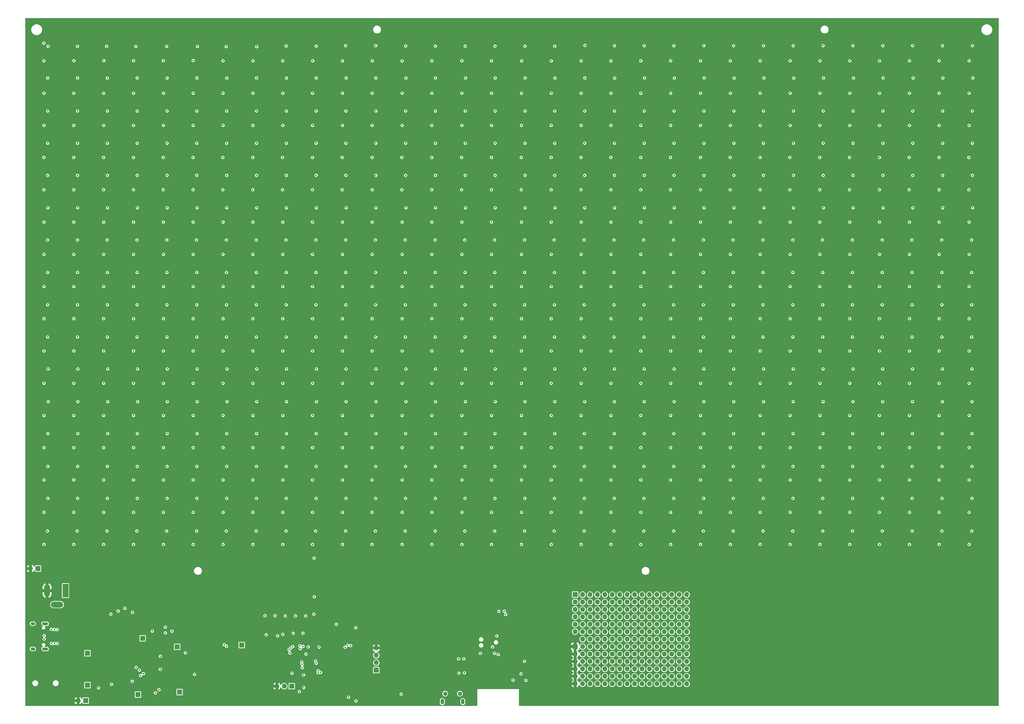
<source format=gbr>
%TF.GenerationSoftware,KiCad,Pcbnew,7.0.7*%
%TF.CreationDate,2024-03-03T19:12:32-08:00*%
%TF.ProjectId,rp2040_audio_spectrum,72703230-3430-45f6-9175-64696f5f7370,rev?*%
%TF.SameCoordinates,Original*%
%TF.FileFunction,Copper,L2,Inr*%
%TF.FilePolarity,Positive*%
%FSLAX46Y46*%
G04 Gerber Fmt 4.6, Leading zero omitted, Abs format (unit mm)*
G04 Created by KiCad (PCBNEW 7.0.7) date 2024-03-03 19:12:32*
%MOMM*%
%LPD*%
G01*
G04 APERTURE LIST*
%TA.AperFunction,ComponentPad*%
%ADD10O,1.700000X1.700000*%
%TD*%
%TA.AperFunction,ComponentPad*%
%ADD11R,1.700000X1.700000*%
%TD*%
%TA.AperFunction,ComponentPad*%
%ADD12O,1.200000X1.900000*%
%TD*%
%TA.AperFunction,ComponentPad*%
%ADD13C,1.450000*%
%TD*%
%TA.AperFunction,ComponentPad*%
%ADD14R,2.000000X4.600000*%
%TD*%
%TA.AperFunction,ComponentPad*%
%ADD15O,2.000000X4.200000*%
%TD*%
%TA.AperFunction,ComponentPad*%
%ADD16O,4.200000X2.000000*%
%TD*%
%TA.AperFunction,ComponentPad*%
%ADD17O,2.100000X1.000000*%
%TD*%
%TA.AperFunction,ComponentPad*%
%ADD18O,1.600000X1.000000*%
%TD*%
%TA.AperFunction,ViaPad*%
%ADD19C,0.600000*%
%TD*%
G04 APERTURE END LIST*
D10*
%TO.N,N/C*%
%TO.C,154*%
X248929200Y-236270800D03*
%TD*%
%TO.N,N/C*%
%TO.C,152*%
X243849200Y-236270800D03*
%TD*%
%TO.N,N/C*%
%TO.C,150*%
X238769200Y-236270800D03*
%TD*%
%TO.N,N/C*%
%TO.C,149*%
X274329200Y-233730800D03*
%TD*%
%TO.N,N/C*%
%TO.C,142*%
X256549200Y-233730800D03*
%TD*%
%TO.N,N/C*%
%TO.C,134*%
X274329200Y-231190800D03*
%TD*%
%TO.N,N/C*%
%TO.C,131*%
X266709200Y-231190800D03*
%TD*%
%TO.N,N/C*%
%TO.C,147*%
X269249200Y-233730800D03*
%TD*%
%TO.N,N/C*%
%TO.C,146*%
X266709200Y-233730800D03*
%TD*%
%TO.N,N/C*%
%TO.C,143*%
X259089200Y-233730800D03*
%TD*%
%TO.N,N/C*%
%TO.C,132*%
X269249200Y-231190800D03*
%TD*%
%TO.N,N/C*%
%TO.C,133*%
X271789200Y-231190800D03*
%TD*%
%TO.N,N/C*%
%TO.C,141*%
X254009200Y-233730800D03*
%TD*%
%TO.N,N/C*%
%TO.C,138*%
X246389200Y-233730800D03*
%TD*%
%TO.N,N/C*%
%TO.C,145*%
X264169200Y-233730800D03*
%TD*%
%TO.N,N/C*%
%TO.C,137*%
X243849200Y-233730800D03*
%TD*%
%TO.N,N/C*%
%TO.C,144*%
X261629200Y-233730800D03*
%TD*%
%TO.N,N/C*%
%TO.C,151*%
X241309200Y-236270800D03*
%TD*%
%TO.N,N/C*%
%TO.C,139*%
X248929200Y-233730800D03*
%TD*%
%TO.N,N/C*%
%TO.C,153*%
X246389200Y-236270800D03*
%TD*%
%TO.N,N/C*%
%TO.C,135*%
X238769200Y-233730800D03*
%TD*%
%TO.N,N/C*%
%TO.C,140*%
X251469200Y-233730800D03*
%TD*%
%TO.N,N/C*%
%TO.C,148*%
X271789200Y-233730800D03*
%TD*%
%TO.N,N/C*%
%TO.C,136*%
X241309200Y-233730800D03*
%TD*%
%TO.N,N/C*%
%TO.C,129*%
X261629200Y-231190800D03*
%TD*%
%TO.N,N/C*%
%TO.C,127*%
X256549200Y-231190800D03*
%TD*%
%TO.N,N/C*%
%TO.C,125*%
X251469200Y-231190800D03*
%TD*%
%TO.N,N/C*%
%TO.C,122*%
X243849200Y-231190800D03*
%TD*%
%TO.N,N/C*%
%TO.C,117*%
X269249200Y-228650800D03*
%TD*%
%TO.N,N/C*%
%TO.C,108*%
X246389200Y-228650800D03*
%TD*%
%TO.N,N/C*%
%TO.C,113*%
X259089200Y-228650800D03*
%TD*%
%TO.N,N/C*%
%TO.C,111*%
X254009200Y-228650800D03*
%TD*%
%TO.N,N/C*%
%TO.C,118*%
X271789200Y-228650800D03*
%TD*%
%TO.N,N/C*%
%TO.C,116*%
X266709200Y-228650800D03*
%TD*%
%TO.N,N/C*%
%TO.C,114*%
X261629200Y-228650800D03*
%TD*%
%TO.N,N/C*%
%TO.C,119*%
X274329200Y-228650800D03*
%TD*%
%TO.N,N/C*%
%TO.C,110*%
X251469200Y-228650800D03*
%TD*%
%TO.N,N/C*%
%TO.C,120*%
X238769200Y-231190800D03*
%TD*%
%TO.N,N/C*%
%TO.C,107*%
X243849200Y-228650800D03*
%TD*%
%TO.N,N/C*%
%TO.C,115*%
X264169200Y-228650800D03*
%TD*%
%TO.N,N/C*%
%TO.C,121*%
X241309200Y-231190800D03*
%TD*%
%TO.N,N/C*%
%TO.C,106*%
X241309200Y-228650800D03*
%TD*%
%TO.N,N/C*%
%TO.C,109*%
X248929200Y-228650800D03*
%TD*%
%TO.N,N/C*%
%TO.C,112*%
X256549200Y-228650800D03*
%TD*%
%TO.N,N/C*%
%TO.C,123*%
X246389200Y-231190800D03*
%TD*%
%TO.N,N/C*%
%TO.C,130*%
X264169200Y-231190800D03*
%TD*%
%TO.N,N/C*%
%TO.C,128*%
X259089200Y-231190800D03*
%TD*%
%TO.N,N/C*%
%TO.C,126*%
X254009200Y-231190800D03*
%TD*%
%TO.N,N/C*%
%TO.C,124*%
X248929200Y-231190800D03*
%TD*%
%TO.N,N/C*%
%TO.C,208*%
X271789200Y-243890800D03*
%TD*%
%TO.N,N/C*%
%TO.C,206*%
X266709200Y-243890800D03*
%TD*%
%TO.N,N/C*%
%TO.C,204*%
X261629200Y-243890800D03*
%TD*%
%TO.N,N/C*%
%TO.C,196*%
X241309200Y-243890800D03*
%TD*%
%TO.N,N/C*%
%TO.C,187*%
X256549200Y-241350800D03*
%TD*%
%TO.N,N/C*%
%TO.C,198*%
X246389200Y-243890800D03*
%TD*%
%TO.N,N/C*%
%TO.C,203*%
X259089200Y-243890800D03*
%TD*%
%TO.N,N/C*%
%TO.C,201*%
X254009200Y-243890800D03*
%TD*%
%TO.N,N/C*%
%TO.C,193*%
X271789200Y-241350800D03*
%TD*%
%TO.N,N/C*%
%TO.C,191*%
X266709200Y-241350800D03*
%TD*%
%TO.N,N/C*%
%TO.C,189*%
X261629200Y-241350800D03*
%TD*%
%TO.N,N/C*%
%TO.C,199*%
X248929200Y-243890800D03*
%TD*%
%TO.N,N/C*%
%TO.C,195*%
X238769200Y-243890800D03*
%TD*%
%TO.N,N/C*%
%TO.C,188*%
X259089200Y-241350800D03*
%TD*%
%TO.N,N/C*%
%TO.C,200*%
X251469200Y-243890800D03*
%TD*%
%TO.N,N/C*%
%TO.C,192*%
X269249200Y-241350800D03*
%TD*%
%TO.N,N/C*%
%TO.C,194*%
X274329200Y-241350800D03*
%TD*%
%TO.N,N/C*%
%TO.C,202*%
X256549200Y-243890800D03*
%TD*%
%TO.N,N/C*%
%TO.C,207*%
X269249200Y-243890800D03*
%TD*%
%TO.N,N/C*%
%TO.C,197*%
X243849200Y-243890800D03*
%TD*%
%TO.N,N/C*%
%TO.C,209*%
X274329200Y-243890800D03*
%TD*%
%TO.N,N/C*%
%TO.C,190*%
X264169200Y-241350800D03*
%TD*%
%TO.N,N/C*%
%TO.C,205*%
X264169200Y-243890800D03*
%TD*%
%TO.N,N/C*%
%TO.C,177*%
X269249200Y-238810800D03*
%TD*%
%TO.N,N/C*%
%TO.C,185*%
X251469200Y-241350800D03*
%TD*%
%TO.N,N/C*%
%TO.C,184*%
X248929200Y-241350800D03*
%TD*%
%TO.N,N/C*%
%TO.C,182*%
X243849200Y-241350800D03*
%TD*%
%TO.N,N/C*%
%TO.C,183*%
X246389200Y-241350800D03*
%TD*%
%TO.N,N/C*%
%TO.C,180*%
X238769200Y-241350800D03*
%TD*%
%TO.N,N/C*%
%TO.C,181*%
X241309200Y-241350800D03*
%TD*%
%TO.N,N/C*%
%TO.C,179*%
X274329200Y-238810800D03*
%TD*%
%TO.N,N/C*%
%TO.C,178*%
X271789200Y-238810800D03*
%TD*%
%TO.N,N/C*%
%TO.C,171*%
X254009200Y-238810800D03*
%TD*%
%TO.N,N/C*%
%TO.C,161*%
X266709200Y-236270800D03*
%TD*%
%TO.N,N/C*%
%TO.C,156*%
X254009200Y-236270800D03*
%TD*%
%TO.N,N/C*%
%TO.C,158*%
X259089200Y-236270800D03*
%TD*%
%TO.N,N/C*%
%TO.C,162*%
X269249200Y-236270800D03*
%TD*%
%TO.N,N/C*%
%TO.C,176*%
X266709200Y-238810800D03*
%TD*%
%TO.N,N/C*%
%TO.C,164*%
X274329200Y-236270800D03*
%TD*%
%TO.N,N/C*%
%TO.C,159*%
X261629200Y-236270800D03*
%TD*%
%TO.N,N/C*%
%TO.C,165*%
X238769200Y-238810800D03*
%TD*%
%TO.N,N/C*%
%TO.C,167*%
X243849200Y-238810800D03*
%TD*%
%TO.N,N/C*%
%TO.C,155*%
X251469200Y-236270800D03*
%TD*%
%TO.N,N/C*%
%TO.C,163*%
X271789200Y-236270800D03*
%TD*%
%TO.N,N/C*%
%TO.C,186*%
X254009200Y-241350800D03*
%TD*%
%TO.N,N/C*%
%TO.C,157*%
X256549200Y-236270800D03*
%TD*%
%TO.N,N/C*%
%TO.C,173*%
X259089200Y-238810800D03*
%TD*%
%TO.N,N/C*%
%TO.C,160*%
X264169200Y-236270800D03*
%TD*%
%TO.N,N/C*%
%TO.C,172*%
X256549200Y-238810800D03*
%TD*%
%TO.N,N/C*%
%TO.C,169*%
X248929200Y-238810800D03*
%TD*%
%TO.N,N/C*%
%TO.C,174*%
X261629200Y-238810800D03*
%TD*%
%TO.N,N/C*%
%TO.C,168*%
X246389200Y-238810800D03*
%TD*%
%TO.N,N/C*%
%TO.C,166*%
X241309200Y-238810800D03*
%TD*%
%TO.N,N/C*%
%TO.C,175*%
X264169200Y-238810800D03*
%TD*%
%TO.N,N/C*%
%TO.C,170*%
X251469200Y-238810800D03*
%TD*%
%TO.N,N/C*%
%TO.C,38*%
X259089200Y-215950800D03*
%TD*%
%TO.N,N/C*%
%TO.C,36*%
X254009200Y-215950800D03*
%TD*%
%TO.N,N/C*%
%TO.C,35*%
X251469200Y-215950800D03*
%TD*%
%TO.N,N/C*%
%TO.C,23*%
X259089200Y-213410800D03*
%TD*%
%TO.N,N/C*%
%TO.C,29*%
X274329200Y-213410800D03*
%TD*%
%TO.N,N/C*%
%TO.C,19*%
X248929200Y-213410800D03*
%TD*%
%TO.N,N/C*%
%TO.C,24*%
X261629200Y-213410800D03*
%TD*%
%TO.N,N/C*%
%TO.C,28*%
X271789200Y-213410800D03*
%TD*%
%TO.N,N/C*%
%TO.C,32*%
X243849200Y-215950800D03*
%TD*%
%TO.N,N/C*%
%TO.C,25*%
X264169200Y-213410800D03*
%TD*%
%TO.N,N/C*%
%TO.C,33*%
X246389200Y-215950800D03*
%TD*%
%TO.N,N/C*%
%TO.C,27*%
X269249200Y-213410800D03*
%TD*%
%TO.N,N/C*%
%TO.C,26*%
X266709200Y-213410800D03*
%TD*%
%TO.N,N/C*%
%TO.C,22*%
X256549200Y-213410800D03*
%TD*%
%TO.N,N/C*%
%TO.C,21*%
X254009200Y-213410800D03*
%TD*%
%TO.N,N/C*%
%TO.C,20*%
X251469200Y-213410800D03*
%TD*%
%TO.N,N/C*%
%TO.C,16*%
X241309200Y-213410800D03*
%TD*%
%TO.N,N/C*%
%TO.C,34*%
X248929200Y-215950800D03*
%TD*%
%TO.N,N/C*%
%TO.C,41*%
X266709200Y-215950800D03*
%TD*%
%TO.N,N/C*%
%TO.C,40*%
X264169200Y-215950800D03*
%TD*%
%TO.N,N/C*%
%TO.C,39*%
X261629200Y-215950800D03*
%TD*%
%TO.N,N/C*%
%TO.C,37*%
X256549200Y-215950800D03*
%TD*%
%TO.N,N/C*%
%TO.C,31*%
X241309200Y-215950800D03*
%TD*%
%TO.N,N/C*%
%TO.C,30*%
X238769200Y-215950800D03*
%TD*%
%TO.N,N/C*%
%TO.C,17*%
X243849200Y-213410800D03*
%TD*%
%TO.N,N/C*%
%TO.C,18*%
X246389200Y-213410800D03*
%TD*%
%TO.N,N/C*%
%TO.C,105*%
X238769200Y-228650800D03*
%TD*%
%TO.N,N/C*%
%TO.C,104*%
X274329200Y-226110800D03*
%TD*%
%TO.N,N/C*%
%TO.C,103*%
X271789200Y-226110800D03*
%TD*%
%TO.N,N/C*%
%TO.C,102*%
X269249200Y-226110800D03*
%TD*%
%TO.N,N/C*%
%TO.C,94*%
X248929200Y-226110800D03*
%TD*%
%TO.N,N/C*%
%TO.C,88*%
X271789200Y-223570800D03*
%TD*%
%TO.N,N/C*%
%TO.C,100*%
X264169200Y-226110800D03*
%TD*%
%TO.N,N/C*%
%TO.C,80*%
X251469200Y-223570800D03*
%TD*%
%TO.N,N/C*%
%TO.C,98*%
X259089200Y-226110800D03*
%TD*%
%TO.N,N/C*%
%TO.C,90*%
X238769200Y-226110800D03*
%TD*%
%TO.N,N/C*%
%TO.C,99*%
X261629200Y-226110800D03*
%TD*%
%TO.N,N/C*%
%TO.C,93*%
X246389200Y-226110800D03*
%TD*%
%TO.N,N/C*%
%TO.C,97*%
X256549200Y-226110800D03*
%TD*%
%TO.N,N/C*%
%TO.C,96*%
X254009200Y-226110800D03*
%TD*%
%TO.N,N/C*%
%TO.C,86*%
X266709200Y-223570800D03*
%TD*%
%TO.N,N/C*%
%TO.C,85*%
X264169200Y-223570800D03*
%TD*%
%TO.N,N/C*%
%TO.C,91*%
X241309200Y-226110800D03*
%TD*%
%TO.N,N/C*%
%TO.C,87*%
X269249200Y-223570800D03*
%TD*%
%TO.N,N/C*%
%TO.C,95*%
X251469200Y-226110800D03*
%TD*%
%TO.N,N/C*%
%TO.C,92*%
X243849200Y-226110800D03*
%TD*%
%TO.N,N/C*%
%TO.C,84*%
X261629200Y-223570800D03*
%TD*%
%TO.N,N/C*%
%TO.C,81*%
X254009200Y-223570800D03*
%TD*%
%TO.N,N/C*%
%TO.C,82*%
X256549200Y-223570800D03*
%TD*%
%TO.N,N/C*%
%TO.C,83*%
X259089200Y-223570800D03*
%TD*%
%TO.N,N/C*%
%TO.C,79*%
X248929200Y-223570800D03*
%TD*%
%TO.N,N/C*%
%TO.C,101*%
X266709200Y-226110800D03*
%TD*%
%TO.N,N/C*%
%TO.C,89*%
X274329200Y-223570800D03*
%TD*%
%TO.N,N/C*%
%TO.C,77*%
X243849200Y-223570800D03*
%TD*%
%TO.N,N/C*%
%TO.C,71*%
X266709200Y-221030800D03*
%TD*%
%TO.N,N/C*%
%TO.C,63*%
X246389200Y-221030800D03*
%TD*%
%TO.N,N/C*%
%TO.C,70*%
X264169200Y-221030800D03*
%TD*%
%TO.N,N/C*%
%TO.C,67*%
X256549200Y-221030800D03*
%TD*%
%TO.N,N/C*%
%TO.C,76*%
X241309200Y-223570800D03*
%TD*%
%TO.N,N/C*%
%TO.C,69*%
X261629200Y-221030800D03*
%TD*%
%TO.N,N/C*%
%TO.C,75*%
X238769200Y-223570800D03*
%TD*%
%TO.N,N/C*%
%TO.C,74*%
X274329200Y-221030800D03*
%TD*%
%TO.N,N/C*%
%TO.C,66*%
X254009200Y-221030800D03*
%TD*%
%TO.N,N/C*%
%TO.C,68*%
X259089200Y-221030800D03*
%TD*%
%TO.N,N/C*%
%TO.C,72*%
X269249200Y-221030800D03*
%TD*%
%TO.N,N/C*%
%TO.C,73*%
X271789200Y-221030800D03*
%TD*%
%TO.N,N/C*%
%TO.C,65*%
X251469200Y-221030800D03*
%TD*%
%TO.N,N/C*%
%TO.C,61*%
X241309200Y-221030800D03*
%TD*%
%TO.N,N/C*%
%TO.C,57*%
X269249200Y-218490800D03*
%TD*%
%TO.N,N/C*%
%TO.C,56*%
X266709200Y-218490800D03*
%TD*%
%TO.N,N/C*%
%TO.C,44*%
X274329200Y-215950800D03*
%TD*%
%TO.N,N/C*%
%TO.C,52*%
X256549200Y-218490800D03*
%TD*%
%TO.N,N/C*%
%TO.C,64*%
X248929200Y-221030800D03*
%TD*%
%TO.N,N/C*%
%TO.C,55*%
X264169200Y-218490800D03*
%TD*%
%TO.N,N/C*%
%TO.C,78*%
X246389200Y-223570800D03*
%TD*%
%TO.N,N/C*%
%TO.C,53*%
X259089200Y-218490800D03*
%TD*%
%TO.N,N/C*%
%TO.C,54*%
X261629200Y-218490800D03*
%TD*%
%TO.N,N/C*%
%TO.C,42*%
X269249200Y-215950800D03*
%TD*%
%TO.N,N/C*%
%TO.C,46*%
X241309200Y-218490800D03*
%TD*%
%TO.N,N/C*%
%TO.C,43*%
X271789200Y-215950800D03*
%TD*%
%TO.N,N/C*%
%TO.C,62*%
X243849200Y-221030800D03*
%TD*%
%TO.N,N/C*%
%TO.C,58*%
X271789200Y-218490800D03*
%TD*%
%TO.N,N/C*%
%TO.C,47*%
X243849200Y-218490800D03*
%TD*%
%TO.N,N/C*%
%TO.C,50*%
X251469200Y-218490800D03*
%TD*%
%TO.N,N/C*%
%TO.C,45*%
X238769200Y-218490800D03*
%TD*%
%TO.N,N/C*%
%TO.C,59*%
X274329200Y-218490800D03*
%TD*%
%TO.N,N/C*%
%TO.C,51*%
X254009200Y-218490800D03*
%TD*%
%TO.N,N/C*%
%TO.C,48*%
X246389200Y-218490800D03*
%TD*%
%TO.N,N/C*%
%TO.C,60*%
X238769200Y-221030800D03*
%TD*%
%TO.N,N/C*%
%TO.C,49*%
X248929200Y-218490800D03*
%TD*%
%TO.N,N/C*%
%TO.C,15*%
X238769200Y-213410800D03*
%TD*%
D11*
%TO.N,+3.3V*%
%TO.C,J11*%
X236220000Y-213360000D03*
D10*
X236220000Y-215900000D03*
X236220000Y-218440000D03*
X236220000Y-220980000D03*
X236220000Y-223520000D03*
X236220000Y-226060000D03*
%TD*%
D11*
%TO.N,GND*%
%TO.C,J10*%
X236220000Y-231140000D03*
D10*
X236220000Y-233680000D03*
X236220000Y-236220000D03*
X236220000Y-238760000D03*
X236220000Y-241300000D03*
X236220000Y-243840000D03*
%TD*%
D11*
%TO.N,+3.3V*%
%TO.C,J4*%
X168224200Y-239242600D03*
D10*
%TO.N,/MCU/ADC1*%
X168224200Y-236702600D03*
%TO.N,/MCU/ADC2*%
X168224200Y-234162600D03*
%TO.N,GND*%
X168224200Y-231622600D03*
%TD*%
D11*
%TO.N,+5V*%
%TO.C,J5*%
X52608800Y-204469600D03*
D10*
%TO.N,GND*%
X50068800Y-204469600D03*
%TD*%
D11*
%TO.N,/MCU/SWCLK*%
%TO.C,J2*%
X139329400Y-244703200D03*
D10*
%TO.N,/MCU/SWD*%
X136789400Y-244703200D03*
%TO.N,GND*%
X134249400Y-244703200D03*
%TD*%
D11*
%TO.N,/Analog/switch_out*%
%TO.C,TP7*%
X86791800Y-247573800D03*
%TD*%
%TO.N,+3.3V*%
%TO.C,J3*%
X68884800Y-249656600D03*
D10*
%TO.N,GND*%
X66344800Y-249656600D03*
%TD*%
D11*
%TO.N,Net-(R16-Pad2)*%
%TO.C,TP4*%
X100203000Y-231267000D03*
%TD*%
D12*
%TO.N,unconnected-(J8-Shield-Pad6)*%
%TO.C,J8*%
X190815200Y-249994400D03*
D13*
X191815200Y-247294400D03*
X196815200Y-247294400D03*
D12*
X197815200Y-249994400D03*
%TD*%
D14*
%TO.N,+5V*%
%TO.C,J6*%
X62027600Y-212024200D03*
D15*
%TO.N,GND*%
X55727600Y-212024200D03*
D16*
%TO.N,unconnected-(J6-Pad3)*%
X59127600Y-216824200D03*
%TD*%
D11*
%TO.N,Net-(U6B-+)*%
%TO.C,TP3*%
X101041200Y-246735600D03*
%TD*%
%TO.N,/Analog/amp_out*%
%TO.C,TP5*%
X88366600Y-228371400D03*
%TD*%
%TO.N,Net-(C20-Pad1)*%
%TO.C,TP2*%
X69545200Y-233426000D03*
%TD*%
%TO.N,ADC0*%
%TO.C,TP6*%
X122301000Y-230632000D03*
%TD*%
%TO.N,Net-(C19-Pad1)*%
%TO.C,TP1*%
X69545200Y-244348000D03*
%TD*%
D17*
%TO.N,unconnected-(J1-SHIELD-PadS1)*%
%TO.C,J1*%
X55047600Y-223340200D03*
D18*
X50867600Y-223340200D03*
D17*
X55047600Y-231980200D03*
D18*
X50867600Y-231980200D03*
%TD*%
D19*
%TO.N,+3.3V*%
X142748000Y-236448600D03*
X140614400Y-220726000D03*
X144195800Y-233756200D03*
X208000600Y-231292400D03*
X147684382Y-236870426D03*
X94467716Y-238942181D03*
X73279000Y-245313200D03*
X82296000Y-218059000D03*
X217728800Y-240538000D03*
X159502200Y-230825000D03*
X149199600Y-240004600D03*
X91694000Y-225856800D03*
X148386800Y-239445800D03*
X144983200Y-231304503D03*
X93980000Y-245950100D03*
X116306600Y-230555800D03*
X87630000Y-241122200D03*
X214985600Y-242620800D03*
X133654800Y-220624400D03*
X94451400Y-234518200D03*
X139395200Y-240258600D03*
X130175000Y-220624400D03*
X92760800Y-247042300D03*
X158435400Y-230799600D03*
X148666200Y-231343200D03*
X208686400Y-233476800D03*
X96139000Y-226491800D03*
X144094200Y-220726000D03*
X157556200Y-231394000D03*
X176761400Y-247467600D03*
X143357600Y-240893600D03*
X117068600Y-231063800D03*
X84872304Y-219470122D03*
X86182200Y-238328200D03*
X154538500Y-223535200D03*
X219379800Y-242697000D03*
X137109200Y-220726000D03*
X148386800Y-240182400D03*
%TO.N,GND*%
X333312000Y-36931600D03*
X78312000Y-136160200D03*
X311578735Y-136115247D03*
X98712000Y-58978800D03*
X138298303Y-58978800D03*
X149712000Y-147189200D03*
X311630303Y-58978800D03*
X206781400Y-243890800D03*
X108966000Y-25908000D03*
X250428671Y-25546238D03*
X323112000Y-103073200D03*
X66916271Y-114192238D03*
X168886303Y-58978800D03*
X292512000Y-180276200D03*
X97579012Y-158204510D03*
X312912000Y-158218200D03*
X209956400Y-237007400D03*
X261912000Y-47955200D03*
X148371503Y-92100400D03*
X362421103Y-169570400D03*
X149712000Y-169247200D03*
X210912000Y-47955200D03*
X282322800Y-25908000D03*
X219736271Y-114192238D03*
X270775012Y-158204510D03*
X98712000Y-169247200D03*
X331903012Y-158204510D03*
X168796271Y-114192238D03*
X148525413Y-36589310D03*
X179134735Y-147291247D03*
X128125413Y-36589310D03*
X170112000Y-180276200D03*
X210912000Y-136160200D03*
X210912000Y-180276200D03*
X170112000Y-158218200D03*
X180312000Y-136160200D03*
X372622400Y-125272800D03*
X200712000Y-136160200D03*
X291325413Y-36589310D03*
X343512000Y-92049600D03*
X108912000Y-147189200D03*
X57912000Y-147189200D03*
X97514303Y-70002400D03*
X137591800Y-232740200D03*
X261912000Y-81026000D03*
X206756000Y-231292400D03*
X119176800Y-25908000D03*
X134340600Y-236651800D03*
X292512000Y-70002400D03*
X270674000Y-191668400D03*
X323112000Y-81026000D03*
X88512000Y-180276200D03*
X241512000Y-169247200D03*
X139512000Y-47955200D03*
X148666200Y-230543697D03*
X108912000Y-81026000D03*
X241512000Y-81026000D03*
X107818735Y-147291247D03*
X231312000Y-81026000D03*
X230125413Y-36589310D03*
X159912000Y-169247200D03*
X372706735Y-136115247D03*
X168798303Y-103174800D03*
X292512000Y-158218200D03*
X119112000Y-136160200D03*
X128155103Y-25958800D03*
X292512000Y-58978800D03*
X343512000Y-147189200D03*
X158559503Y-92100400D03*
X311428271Y-114192238D03*
X147472400Y-235102400D03*
X88512000Y-58978800D03*
X213233000Y-240334800D03*
X372857103Y-81076800D03*
X180312000Y-70002400D03*
X272112000Y-147189200D03*
X250290000Y-191668400D03*
X138293413Y-47866910D03*
X159664400Y-246888000D03*
X88512000Y-70002400D03*
X301390735Y-147291247D03*
X147142200Y-234188000D03*
X117906303Y-70002400D03*
X168754000Y-191668400D03*
X343512000Y-125131200D03*
X362610303Y-70002400D03*
X311379503Y-92100400D03*
X352233103Y-169570400D03*
X57912000Y-47955200D03*
X374112000Y-158218200D03*
X87318303Y-58978800D03*
X272112000Y-169247200D03*
X343512000Y-180276200D03*
X342142735Y-136115247D03*
X138331012Y-158204510D03*
X209601103Y-169570400D03*
X280963012Y-158204510D03*
X209647012Y-158204510D03*
X332022303Y-70002400D03*
X171529000Y-245994400D03*
X219866303Y-58978800D03*
X343516800Y-25908000D03*
X149712000Y-125131200D03*
X323112000Y-136160200D03*
X209721103Y-81076800D03*
X321618303Y-103174800D03*
X168747503Y-92100400D03*
X260587012Y-158204510D03*
X58200800Y-230936800D03*
X291105103Y-169570400D03*
X205054200Y-236321600D03*
X272112000Y-114102200D03*
X68112000Y-136160200D03*
X342180671Y-25546238D03*
X240165103Y-180492400D03*
X210912000Y-70002400D03*
X343512000Y-70002400D03*
X190512000Y-103073200D03*
X301384671Y-25546238D03*
X117794000Y-191668400D03*
X77026000Y-191668400D03*
X343512000Y-81026000D03*
X66969103Y-169570400D03*
X231312000Y-114102200D03*
X342213413Y-47866910D03*
X209499503Y-92100400D03*
X240211012Y-158204510D03*
X178986303Y-103174800D03*
X261912000Y-114102200D03*
X168881413Y-47866910D03*
X67066735Y-136115247D03*
X332017413Y-47866910D03*
X241512000Y-103073200D03*
X280866303Y-103174800D03*
X292512000Y-136160200D03*
X240262735Y-136115247D03*
X179077413Y-47866910D03*
X353712000Y-125131200D03*
X331870400Y-125272800D03*
X301390735Y-136115247D03*
X221112000Y-36931600D03*
X291238303Y-70002400D03*
X129312000Y-180276200D03*
X282312000Y-180276200D03*
X282312000Y-103073200D03*
X158707012Y-158204510D03*
X149712000Y-103073200D03*
X292512000Y-125131200D03*
X302712000Y-158218200D03*
X219835012Y-158204510D03*
X240253413Y-47866910D03*
X241512000Y-147189200D03*
X241512000Y-114102200D03*
X149712000Y-158218200D03*
X261912000Y-180276200D03*
X159912000Y-70002400D03*
X56642000Y-191668400D03*
X260650303Y-70002400D03*
X363912000Y-81026000D03*
X301293103Y-180492400D03*
X139512000Y-158218200D03*
X282312000Y-114102200D03*
X57378600Y-224409000D03*
X231312000Y-169247200D03*
X219714000Y-191668400D03*
X312912000Y-58978800D03*
X88512000Y-92049600D03*
X57200800Y-230936800D03*
X97480271Y-114192238D03*
X230074735Y-136115247D03*
X87345103Y-169570400D03*
X323112000Y-58978800D03*
X203174600Y-235254800D03*
X78312000Y-92049600D03*
X312912000Y-136160200D03*
X149712000Y-114102200D03*
X260490303Y-103174800D03*
X221112000Y-136160200D03*
X77548353Y-220915428D03*
X149712000Y-81026000D03*
X180312000Y-92049600D03*
X107705413Y-47866910D03*
X66867503Y-92100400D03*
X57912000Y-58978800D03*
X189225103Y-180492400D03*
X92470200Y-238328200D03*
X240309103Y-81076800D03*
X374112000Y-92049600D03*
X291233413Y-47866910D03*
X98780600Y-25882600D03*
X179056703Y-25704800D03*
X97431503Y-92100400D03*
X240178400Y-125272800D03*
X374112000Y-47955200D03*
X68112000Y-36931600D03*
X333312000Y-114102200D03*
X119112000Y-191305200D03*
X341992271Y-114192238D03*
X68112000Y-180276200D03*
X312912000Y-81026000D03*
X282312000Y-92049600D03*
X98712000Y-70002400D03*
X372594000Y-191668400D03*
X81864200Y-247599200D03*
X128153103Y-81076800D03*
X88512000Y-81026000D03*
X282312000Y-36931600D03*
X343512000Y-58978800D03*
X219917103Y-81076800D03*
X209725413Y-36589310D03*
X57581800Y-223596200D03*
X343512000Y-36931600D03*
X352414303Y-70002400D03*
X58293000Y-224409000D03*
X281014735Y-147291247D03*
X321782671Y-25546238D03*
X230074735Y-147291247D03*
X56781103Y-169570400D03*
X321669103Y-169570400D03*
X333312000Y-92049600D03*
X292512000Y-114102200D03*
X189278303Y-70002400D03*
X219738303Y-103174800D03*
X190512000Y-147189200D03*
X250525413Y-36589310D03*
X261912000Y-136160200D03*
X221112000Y-47955200D03*
X353712000Y-36931600D03*
X119112000Y-147189200D03*
X281042303Y-58978800D03*
X129312000Y-147189200D03*
X302712000Y-70002400D03*
X292512000Y-81026000D03*
X270729103Y-169570400D03*
X260638735Y-136115247D03*
X98712000Y-114102200D03*
X158608271Y-114192238D03*
X200712000Y-125131200D03*
X170112000Y-169247200D03*
X272112000Y-103073200D03*
X251712000Y-36931600D03*
X341994303Y-103174800D03*
X280864271Y-114192238D03*
X56642000Y-223596200D03*
X66864487Y-25857577D03*
X92760800Y-248972700D03*
X240538000Y-25552400D03*
X149712000Y-92049600D03*
X168946735Y-147291247D03*
X343512000Y-47955200D03*
X302712000Y-58978800D03*
X189278303Y-58978800D03*
X302712000Y-147189200D03*
X372706735Y-147291247D03*
X168862400Y-125272800D03*
X78312000Y-36931600D03*
X251714000Y-25908000D03*
X280986671Y-25546238D03*
X362402000Y-191668400D03*
X282312000Y-136160200D03*
X270742400Y-125272800D03*
X77157103Y-169570400D03*
X68112000Y-147189200D03*
X209601103Y-180492400D03*
X270678303Y-103174800D03*
X272112000Y-47955200D03*
X333312000Y-191305200D03*
X333312000Y-147189200D03*
X362518735Y-147291247D03*
X372777671Y-25546238D03*
X210912000Y-125131200D03*
X56810400Y-231749600D03*
X138183503Y-92100400D03*
X139512000Y-70002400D03*
X87369103Y-81076800D03*
X117955012Y-158204510D03*
X333312000Y-125131200D03*
X136906000Y-231140000D03*
X92329000Y-224510600D03*
X218871800Y-240512600D03*
X209698735Y-147291247D03*
X56972200Y-27101800D03*
X87325413Y-36589310D03*
X189238400Y-125272800D03*
X363912000Y-125131200D03*
X129336800Y-25908000D03*
X251712000Y-125131200D03*
X91694150Y-224963782D03*
X321715012Y-158204510D03*
X189172271Y-114192238D03*
X148494303Y-70002400D03*
X129312000Y-47955200D03*
X118006735Y-147291247D03*
X56878735Y-136115247D03*
X190550800Y-25908000D03*
X231312000Y-191305200D03*
X149712000Y-180276200D03*
X301429413Y-47866910D03*
X119112000Y-70002400D03*
X84607400Y-236118400D03*
X342045103Y-169570400D03*
X363912000Y-36931600D03*
X119112000Y-81026000D03*
X107721103Y-180492400D03*
X363912000Y-92049600D03*
X88512000Y-36931600D03*
X56730303Y-103174800D03*
X312912000Y-92049600D03*
X68112000Y-191305200D03*
X129312000Y-103073200D03*
X282312000Y-125131200D03*
X261912000Y-125131200D03*
X240114303Y-103174800D03*
X270826735Y-147291247D03*
X240098000Y-191668400D03*
X363912000Y-169247200D03*
X77203012Y-158204510D03*
X342218303Y-58978800D03*
X280866000Y-191668400D03*
X312912000Y-70002400D03*
X180390800Y-25908000D03*
X139512000Y-81026000D03*
X87243503Y-92100400D03*
X56896000Y-25857200D03*
X250353103Y-169570400D03*
X229875503Y-92100400D03*
X190512000Y-47955200D03*
X129312000Y-158218200D03*
X170129200Y-25908000D03*
X144983200Y-230505000D03*
X282312000Y-147189200D03*
X151638000Y-238429800D03*
X302712000Y-103073200D03*
X241512000Y-36931600D03*
X311442000Y-191668400D03*
X129312000Y-70002400D03*
X219789103Y-180492400D03*
X280815503Y-92100400D03*
X138430000Y-237540800D03*
X321567503Y-92100400D03*
X362368271Y-114192238D03*
X98712000Y-191305200D03*
X117957103Y-81076800D03*
X301242303Y-103174800D03*
X68112000Y-169247200D03*
X221112000Y-114102200D03*
X291105103Y-180492400D03*
X209169000Y-243890800D03*
X108912000Y-92049600D03*
X108912000Y-191305200D03*
X353712000Y-103073200D03*
X127995503Y-92100400D03*
X148486400Y-125272800D03*
X210912000Y-36931600D03*
X138325413Y-36589310D03*
X250454303Y-70002400D03*
X240262735Y-147291247D03*
X291238303Y-58978800D03*
X282312000Y-158218200D03*
X82296000Y-221589600D03*
X158610303Y-103174800D03*
X107767012Y-158204510D03*
X98712000Y-125131200D03*
X108912000Y-114102200D03*
X128194735Y-136115247D03*
X87442735Y-147291247D03*
X148473103Y-180492400D03*
X170112000Y-147189200D03*
X77170400Y-125272800D03*
X323118800Y-25908000D03*
X231312000Y-70002400D03*
X200712000Y-92049600D03*
X301434303Y-58978800D03*
X311481103Y-180492400D03*
X180312000Y-191305200D03*
X57912000Y-125131200D03*
X108912000Y-36931600D03*
X180312000Y-125131200D03*
X107710303Y-58978800D03*
X291054303Y-103174800D03*
X333312000Y-180276200D03*
X117856271Y-114192238D03*
X250454303Y-58978800D03*
X88512000Y-147189200D03*
X374112000Y-136160200D03*
X230113103Y-81076800D03*
X57912000Y-180276200D03*
X159912000Y-36931600D03*
X179083012Y-158204510D03*
X291289103Y-81076800D03*
X321766735Y-147291247D03*
X261912000Y-92049600D03*
X88512000Y-136160200D03*
X87391012Y-158204510D03*
X159912000Y-136160200D03*
X323112000Y-147189200D03*
X372806303Y-70002400D03*
X189174303Y-103174800D03*
X199510735Y-136115247D03*
X107818735Y-136115247D03*
X66918303Y-103174800D03*
X190512000Y-92049600D03*
X128102303Y-70002400D03*
X219789103Y-169570400D03*
X301525413Y-36589310D03*
X119112000Y-36931600D03*
X341943503Y-92100400D03*
X281125413Y-36589310D03*
X311725413Y-36589310D03*
X148525903Y-25806400D03*
X363912000Y-180276200D03*
X138213503Y-25704800D03*
X88512000Y-114102200D03*
X301306400Y-125272800D03*
X363912000Y-114102200D03*
X179037103Y-169570400D03*
X372556271Y-114192238D03*
X231312000Y-103073200D03*
X170112000Y-92049600D03*
X119112000Y-58978800D03*
X78312000Y-103073200D03*
X77254735Y-136115247D03*
X190512000Y-180276200D03*
X56725413Y-36589310D03*
X270627503Y-92100400D03*
X68112000Y-125131200D03*
X291003503Y-92100400D03*
X88512000Y-169247200D03*
X190512000Y-81026000D03*
X216814400Y-245135400D03*
X149712000Y-47955200D03*
X57912000Y-81026000D03*
X292512000Y-47955200D03*
X97565103Y-81076800D03*
X148570735Y-136115247D03*
X151485600Y-247065800D03*
X206705200Y-238099600D03*
X301240271Y-114192238D03*
X149712000Y-36931600D03*
X128097103Y-180492400D03*
X221112000Y-169247200D03*
X179050400Y-125272800D03*
X260588671Y-25546238D03*
X56781103Y-81076800D03*
X98712000Y-147189200D03*
X76897903Y-25831800D03*
X179134735Y-136115247D03*
X372609103Y-169570400D03*
X168925413Y-36589310D03*
X291052271Y-114192238D03*
X199413103Y-180492400D03*
X148494303Y-58978800D03*
X272123800Y-25908000D03*
X352414303Y-58978800D03*
X206705200Y-240106200D03*
X139512000Y-136160200D03*
X170112000Y-103073200D03*
X270897103Y-81076800D03*
X312912000Y-47955200D03*
X219802400Y-125272800D03*
X210912000Y-147189200D03*
X78312000Y-169247200D03*
X128044271Y-114192238D03*
X199330000Y-191668400D03*
X372558303Y-103174800D03*
X158685413Y-47866910D03*
X66926303Y-70002400D03*
X66921413Y-47866910D03*
X210912000Y-169247200D03*
X57912000Y-169247200D03*
X107725413Y-36589310D03*
X250450735Y-136115247D03*
X159912000Y-103073200D03*
X129312000Y-114102200D03*
X189271012Y-158204510D03*
X282312000Y-70002400D03*
X190512000Y-136160200D03*
X362370303Y-103174800D03*
X343512000Y-114102200D03*
X363912000Y-191305200D03*
X216789000Y-236245400D03*
X261912000Y-191305200D03*
X67208400Y-27000200D03*
X59917600Y-226415600D03*
X158584303Y-25654000D03*
X207975200Y-243433600D03*
X292521800Y-25908000D03*
X56794400Y-125272800D03*
X219886735Y-136115247D03*
X68112000Y-114102200D03*
X280930400Y-125272800D03*
X352330735Y-147291247D03*
X260439503Y-92100400D03*
X261912000Y-103073200D03*
X353712000Y-114102200D03*
X189138000Y-191668400D03*
X167973000Y-246045200D03*
X53263800Y-238709200D03*
X159912000Y-125131200D03*
X56878735Y-147291247D03*
X261912000Y-70002400D03*
X78312000Y-180276200D03*
X342091012Y-158204510D03*
X139512000Y-103073200D03*
X77125413Y-36589310D03*
X272112000Y-180276200D03*
X199525413Y-36589310D03*
X321821413Y-47866910D03*
X180312000Y-147189200D03*
X353712000Y-147189200D03*
X261924800Y-25908000D03*
X333312000Y-58978800D03*
X282312000Y-169247200D03*
X374112000Y-169247200D03*
X342325413Y-36589310D03*
X282312000Y-58978800D03*
X219866303Y-70002400D03*
X159912000Y-191305200D03*
X221112000Y-147189200D03*
X97514303Y-58978800D03*
X129312000Y-169247200D03*
X302712000Y-169247200D03*
X372609103Y-180492400D03*
X363912000Y-58978800D03*
X311481103Y-169570400D03*
X209550303Y-103174800D03*
X331806303Y-103174800D03*
X97525413Y-36589310D03*
X301339012Y-158204510D03*
X353712000Y-180276200D03*
X139512000Y-36931600D03*
X260725413Y-36589310D03*
X291185671Y-25546238D03*
X221112000Y-70002400D03*
X68112000Y-158218200D03*
X61366400Y-245186200D03*
X362725413Y-36589310D03*
X352182303Y-103174800D03*
X292512000Y-36931600D03*
X231312000Y-47955200D03*
X77106303Y-103174800D03*
X189325413Y-36589310D03*
X149712000Y-136160200D03*
X219687503Y-92100400D03*
X108912000Y-58978800D03*
X210912000Y-58978800D03*
X270841413Y-47866910D03*
X301293103Y-169570400D03*
X302712000Y-180276200D03*
X107710303Y-70002400D03*
X241512000Y-158218200D03*
X128046303Y-103174800D03*
X213233000Y-242341400D03*
X77122303Y-58978800D03*
X302712000Y-125131200D03*
X66834000Y-191668400D03*
X190512000Y-158218200D03*
X139512000Y-114102200D03*
X292512000Y-169247200D03*
X270729103Y-180492400D03*
X302712000Y-92049600D03*
X146151600Y-238379000D03*
X231312000Y-158218200D03*
X158758735Y-136115247D03*
X272112000Y-158218200D03*
X374112000Y-125131200D03*
X87218000Y-191668400D03*
X250302303Y-103174800D03*
X270826735Y-136115247D03*
X88512000Y-103073200D03*
X272112000Y-125131200D03*
X139512000Y-58978800D03*
X302712000Y-136160200D03*
X159912000Y-147189200D03*
X210912000Y-191305200D03*
X149712000Y-58978800D03*
X311430303Y-103174800D03*
X84048600Y-241122200D03*
X312912000Y-114102200D03*
X301434303Y-70002400D03*
X251712000Y-58978800D03*
X159912000Y-47955200D03*
X312912000Y-180276200D03*
X231312000Y-136160200D03*
X323112000Y-125131200D03*
X374112000Y-81026000D03*
X333312000Y-158218200D03*
X178946000Y-191668400D03*
X78312000Y-158218200D03*
X107734400Y-125272800D03*
X352233103Y-180492400D03*
X250251503Y-92100400D03*
X98712000Y-47955200D03*
X128102303Y-58978800D03*
X199362303Y-103174800D03*
X362421103Y-180492400D03*
X138178000Y-191668400D03*
X352279012Y-158204510D03*
X97546400Y-125272800D03*
X321877103Y-81076800D03*
X139512000Y-92049600D03*
X87630000Y-27076400D03*
X374112000Y-36931600D03*
X57810400Y-231749600D03*
X221112000Y-125131200D03*
X363912000Y-47955200D03*
X241512000Y-70002400D03*
X352246400Y-125272800D03*
X210921600Y-25908000D03*
X362578671Y-25546238D03*
X291118400Y-125272800D03*
X180312000Y-114102200D03*
X87292271Y-114192238D03*
X117909103Y-180492400D03*
X332125413Y-36589310D03*
X68112000Y-81026000D03*
X292512000Y-191305200D03*
X97410000Y-191668400D03*
X241554000Y-25908000D03*
X189322735Y-147291247D03*
X91719400Y-248972700D03*
X241512000Y-191305200D03*
X152247600Y-225958400D03*
X321669103Y-180492400D03*
X68112000Y-70002400D03*
X168946735Y-136115247D03*
X230062303Y-58978800D03*
X230009103Y-25806400D03*
X240112271Y-114192238D03*
X343512000Y-158218200D03*
X138232271Y-114192238D03*
X270846303Y-58978800D03*
X374112000Y-114102200D03*
X78312000Y-81026000D03*
X374112000Y-191305200D03*
X331804271Y-114192238D03*
X111582200Y-235356400D03*
X251712000Y-47955200D03*
X119112000Y-114102200D03*
X352379671Y-25546238D03*
X251712000Y-92049600D03*
X342018000Y-191668400D03*
X139512000Y-147189200D03*
X230062303Y-70002400D03*
X190512000Y-169247200D03*
X210912000Y-92049600D03*
X312912000Y-103073200D03*
X331857103Y-180492400D03*
X321826303Y-58978800D03*
X78312000Y-47955200D03*
X229990400Y-125272800D03*
X260541103Y-180492400D03*
X87318303Y-70002400D03*
X200712000Y-147189200D03*
X80645000Y-245338600D03*
X98712000Y-81026000D03*
X138349103Y-81076800D03*
X210912000Y-158218200D03*
X108912000Y-158218200D03*
X143357600Y-241693103D03*
X210912000Y-103073200D03*
X301485103Y-81076800D03*
X333312000Y-136160200D03*
X353712000Y-136160200D03*
X78312000Y-70002400D03*
X148422303Y-103174800D03*
X148570735Y-147291247D03*
X323112000Y-180276200D03*
X87294303Y-103174800D03*
X353712000Y-169247200D03*
X342269103Y-81076800D03*
X374112000Y-147189200D03*
X199427503Y-25806400D03*
X78312000Y-125131200D03*
X170112000Y-36931600D03*
X281093103Y-81076800D03*
X108912000Y-70002400D03*
X312912000Y-125131200D03*
X374113800Y-25908000D03*
X97509413Y-47866910D03*
X231312000Y-58978800D03*
X321616271Y-114192238D03*
X363912000Y-158218200D03*
X312912000Y-169247200D03*
X352330735Y-136115247D03*
X353715800Y-25908000D03*
X374112000Y-103073200D03*
X189322735Y-136115247D03*
X159476800Y-228310400D03*
X372655012Y-158204510D03*
X199459012Y-158204510D03*
X56679503Y-92100400D03*
X331954735Y-136115247D03*
X93980000Y-248490100D03*
X78312000Y-147189200D03*
X139512000Y-125131200D03*
X353712000Y-70002400D03*
X119112000Y-125131200D03*
X321826303Y-70002400D03*
X353712000Y-81026000D03*
X144221200Y-238379000D03*
X272112000Y-136160200D03*
X68112000Y-47955200D03*
X129312000Y-125131200D03*
X323112000Y-47955200D03*
X200712000Y-169247200D03*
X241512000Y-92049600D03*
X209698735Y-136115247D03*
X128097413Y-47866910D03*
X311630303Y-70002400D03*
X119112000Y-158218200D03*
X230023012Y-158204510D03*
X323112000Y-70002400D03*
X200712000Y-114102200D03*
X138382735Y-136115247D03*
X374112000Y-70002400D03*
X122885200Y-237439200D03*
X148519012Y-158204510D03*
X180312000Y-103073200D03*
X231312000Y-180276200D03*
X251712000Y-169247200D03*
X363912000Y-136160200D03*
X98712000Y-36931600D03*
X97482303Y-103174800D03*
X148489413Y-47866910D03*
X189123503Y-92100400D03*
X98712000Y-103073200D03*
X229924271Y-114192238D03*
X180312000Y-36931600D03*
X77173103Y-81076800D03*
X372801413Y-47866910D03*
X261912000Y-147189200D03*
X189329103Y-81076800D03*
X321634000Y-191668400D03*
X210912000Y-114102200D03*
X179125413Y-36589310D03*
X219886735Y-147291247D03*
X199474303Y-58978800D03*
X260554400Y-125272800D03*
X261912000Y-158218200D03*
X159969200Y-25908000D03*
X88512000Y-158218200D03*
X180312000Y-47955200D03*
X270846303Y-70002400D03*
X87313413Y-47866910D03*
X115112800Y-234899200D03*
X311527012Y-158204510D03*
X199311503Y-92100400D03*
X98712000Y-158218200D03*
X154686000Y-245999000D03*
X97533103Y-180492400D03*
X229906000Y-191668400D03*
X77117413Y-47866910D03*
X57912000Y-70002400D03*
X281042303Y-70002400D03*
X240258303Y-58978800D03*
X84836000Y-220268800D03*
X291202735Y-147291247D03*
X200712000Y-191305200D03*
X56730303Y-70002400D03*
X118006735Y-136115247D03*
X59944000Y-228981000D03*
X107619503Y-92100400D03*
X260645413Y-47866910D03*
X200712000Y-158218200D03*
X129312000Y-92049600D03*
X282312000Y-47955200D03*
X211963000Y-237007400D03*
X321925413Y-36589310D03*
X138382735Y-147291247D03*
X231312000Y-92049600D03*
X343512000Y-103073200D03*
X260650303Y-58978800D03*
X66925413Y-36589310D03*
X251712000Y-180276200D03*
X119112000Y-47955200D03*
X272112000Y-81026000D03*
X352465103Y-81076800D03*
X200712000Y-180276200D03*
X231312000Y-125131200D03*
X200712000Y-70002400D03*
X219849103Y-25806400D03*
X240258303Y-70002400D03*
X170112000Y-114102200D03*
X152196800Y-235534200D03*
X159912000Y-114102200D03*
X260541103Y-169570400D03*
X139512000Y-169247200D03*
X209548271Y-114192238D03*
X323112000Y-191305200D03*
X240325413Y-36589310D03*
X119112000Y-169247200D03*
X158690303Y-58978800D03*
X129312000Y-191305200D03*
X250505103Y-81076800D03*
X280917103Y-169570400D03*
X200812400Y-25908000D03*
X209614400Y-125272800D03*
X57912000Y-191305200D03*
X213156800Y-244195600D03*
X333312000Y-103073200D03*
X209981800Y-243433600D03*
X179082303Y-58978800D03*
X323112000Y-92049600D03*
X363914800Y-25908000D03*
X107761103Y-81076800D03*
X342218303Y-70002400D03*
X107668271Y-114192238D03*
X190512000Y-114102200D03*
X270925413Y-36589310D03*
X170112000Y-191305200D03*
X149712000Y-70002400D03*
X311583671Y-25546238D03*
X149712000Y-191305200D03*
X372806303Y-58978800D03*
X208000600Y-236982000D03*
X323112000Y-158218200D03*
X68112000Y-92049600D03*
X66926303Y-58978800D03*
X119112000Y-92049600D03*
X332022303Y-58978800D03*
X107721103Y-169570400D03*
X211937600Y-243459000D03*
X117906303Y-58978800D03*
X170112000Y-47955200D03*
X87442735Y-136115247D03*
X230057413Y-47866910D03*
X78312000Y-191305200D03*
X138285103Y-169570400D03*
X362610303Y-58978800D03*
X302712000Y-191305200D03*
X77104271Y-114192238D03*
X148473103Y-169570400D03*
X353712000Y-158218200D03*
X159912000Y-92049600D03*
X170112000Y-58978800D03*
X159912000Y-158218200D03*
X342045103Y-180492400D03*
X199360271Y-114192238D03*
X281014735Y-136115247D03*
X78312000Y-58978800D03*
X221112000Y-191305200D03*
X148420271Y-114192238D03*
X302712000Y-114102200D03*
X332073103Y-81076800D03*
X241512000Y-125131200D03*
X221112000Y-81026000D03*
X280917103Y-180492400D03*
X272112000Y-191305200D03*
X333312000Y-81026000D03*
X323112000Y-169247200D03*
X77122303Y-70002400D03*
X321682400Y-125272800D03*
X108912000Y-47955200D03*
X68112000Y-58978800D03*
X107602000Y-191668400D03*
X251712000Y-158218200D03*
X158741103Y-81076800D03*
X362467012Y-158204510D03*
X100888800Y-239903000D03*
X159912000Y-58978800D03*
X199510735Y-147291247D03*
X241512000Y-47955200D03*
X240063503Y-92100400D03*
X138298400Y-125272800D03*
X210912000Y-81026000D03*
X129312000Y-58978800D03*
X66969103Y-180492400D03*
X209670303Y-70002400D03*
X331954735Y-147291247D03*
X107670303Y-103174800D03*
X117909103Y-169570400D03*
X117791903Y-25958800D03*
X282312000Y-191305200D03*
X170112000Y-81026000D03*
X209670303Y-58978800D03*
X260638735Y-147291247D03*
X231292400Y-25908000D03*
X146634200Y-245999000D03*
X260701103Y-81076800D03*
X158410000Y-228310400D03*
X151638000Y-240563400D03*
X251712000Y-103073200D03*
X302712000Y-81026000D03*
X221112000Y-158218200D03*
X56730303Y-58978800D03*
X200712000Y-58978800D03*
X158725413Y-36589310D03*
X311625413Y-47866910D03*
X180312000Y-58978800D03*
X363912000Y-103073200D03*
X372925413Y-36589310D03*
X363912000Y-70002400D03*
X158562000Y-191668400D03*
X292512000Y-103073200D03*
X57912000Y-92049600D03*
X199525103Y-81076800D03*
X209665413Y-47866910D03*
X117925413Y-36589310D03*
X221112000Y-58978800D03*
X195580000Y-246126000D03*
X250353103Y-180492400D03*
X331755503Y-92100400D03*
X301191503Y-92100400D03*
X221112000Y-180276200D03*
X312912000Y-191305200D03*
X178935503Y-92100400D03*
X250366400Y-125272800D03*
X189225103Y-169570400D03*
X282312000Y-81026000D03*
X66982400Y-125272800D03*
X168937103Y-81076800D03*
X97536000Y-25857200D03*
X291058000Y-191668400D03*
X302720800Y-25908000D03*
X200712000Y-81026000D03*
X250300271Y-114192238D03*
X292512000Y-147189200D03*
X272112000Y-36931600D03*
X312919800Y-25908000D03*
X206679800Y-242062000D03*
X205155800Y-243865400D03*
X353712000Y-191305200D03*
X158690303Y-70002400D03*
X142976600Y-234365800D03*
X301250000Y-191668400D03*
X77055503Y-92100400D03*
X352525413Y-36589310D03*
X158661103Y-180492400D03*
X190512000Y-125131200D03*
X281037413Y-47866910D03*
X200712000Y-103073200D03*
X180312000Y-158218200D03*
X119112000Y-103073200D03*
X158661103Y-169570400D03*
X321766735Y-136115247D03*
X331826000Y-191668400D03*
X145186400Y-234086400D03*
X158674400Y-125272800D03*
X108912000Y-103073200D03*
X352180271Y-114192238D03*
X372507503Y-92100400D03*
X374112000Y-180276200D03*
X221112000Y-103073200D03*
X250449413Y-47866910D03*
X108912000Y-169247200D03*
X138298303Y-70002400D03*
X98712000Y-92049600D03*
X87358400Y-125272800D03*
X251712000Y-191305200D03*
X333312000Y-169247200D03*
X229977103Y-180492400D03*
X129312000Y-81026000D03*
X117858303Y-103174800D03*
X241512000Y-58978800D03*
X149758400Y-25857200D03*
X221112000Y-92049600D03*
X56728271Y-114192238D03*
X168886303Y-70002400D03*
X261912000Y-58978800D03*
X251712000Y-136160200D03*
X128110400Y-125272800D03*
X159912000Y-180276200D03*
X311494400Y-125272800D03*
X374112000Y-58978800D03*
X168895012Y-158204510D03*
X148742400Y-242697000D03*
X68112000Y-103073200D03*
X363912000Y-147189200D03*
X261912000Y-36931600D03*
X148545103Y-81076800D03*
X241512000Y-180276200D03*
X221132400Y-25857200D03*
X342142735Y-147291247D03*
X189273413Y-47866910D03*
X142748000Y-235229400D03*
X251712000Y-70002400D03*
X362434400Y-125272800D03*
X272112000Y-70002400D03*
X119112000Y-180276200D03*
X311578735Y-147291247D03*
X250450735Y-147291247D03*
X87345103Y-180492400D03*
X88512000Y-125131200D03*
X331981671Y-25546238D03*
X353712000Y-47955200D03*
X199474303Y-70002400D03*
X352210000Y-191668400D03*
X138234303Y-103174800D03*
X190512000Y-36931600D03*
X353712000Y-58978800D03*
X343512000Y-191305200D03*
X323112000Y-36931600D03*
X180312000Y-169247200D03*
X352409413Y-47866910D03*
X128143012Y-158204510D03*
X270787671Y-25546238D03*
X180312000Y-180276200D03*
X88512000Y-191305200D03*
X217398600Y-244424200D03*
X168849103Y-169570400D03*
X117807503Y-92100400D03*
X108912000Y-180276200D03*
X139512000Y-191305200D03*
X199426400Y-125272800D03*
X189230000Y-25806400D03*
X151638000Y-236601000D03*
X179133103Y-81076800D03*
X77157103Y-180492400D03*
X291202735Y-136115247D03*
X190512000Y-191305200D03*
X312912000Y-147189200D03*
X168849103Y-180492400D03*
X98712000Y-180276200D03*
X57912000Y-158218200D03*
X251712000Y-147189200D03*
X93668523Y-238919952D03*
X107899200Y-25857200D03*
X229977103Y-169570400D03*
X352131503Y-92100400D03*
X56725413Y-47866910D03*
X108912000Y-136160200D03*
X127986000Y-191668400D03*
X129312000Y-136160200D03*
X129312000Y-36931600D03*
X261912000Y-169247200D03*
X291151012Y-158204510D03*
X57912000Y-114102200D03*
X272112000Y-92049600D03*
X128097103Y-169570400D03*
X216789000Y-235254800D03*
X158758735Y-147291247D03*
X292512000Y-92049600D03*
X231312000Y-36931600D03*
X199413103Y-169570400D03*
X179082303Y-70002400D03*
X180312000Y-81026000D03*
X241512000Y-136160200D03*
X86879464Y-25825245D03*
X260482000Y-191668400D03*
X128194735Y-147291247D03*
X311681103Y-81076800D03*
X78359000Y-25908000D03*
X362605413Y-47866910D03*
X117922400Y-125272800D03*
X209522000Y-191668400D03*
X219861413Y-47866910D03*
X260488271Y-114192238D03*
X57912000Y-36931600D03*
X138582400Y-236499400D03*
X85318600Y-238353600D03*
X78312000Y-114102200D03*
X323112000Y-114102200D03*
X240165103Y-169570400D03*
X251712000Y-81026000D03*
X214833200Y-244221000D03*
X178984271Y-114192238D03*
X88512000Y-47955200D03*
X57912000Y-136160200D03*
X66977103Y-81076800D03*
X173916600Y-247442200D03*
X312912000Y-36931600D03*
X229926303Y-103174800D03*
X218541600Y-244398800D03*
X147726400Y-242697000D03*
X362661103Y-81076800D03*
X214985600Y-236220000D03*
X168795103Y-25654000D03*
X98712000Y-136160200D03*
X57912000Y-103073200D03*
X200712000Y-36931600D03*
X139512000Y-180276200D03*
X199469413Y-47866910D03*
X67066735Y-147291247D03*
X213258400Y-238379000D03*
X333312000Y-70002400D03*
X231312000Y-147189200D03*
X138285103Y-180492400D03*
X97533103Y-169570400D03*
X56781103Y-180492400D03*
X302712000Y-36931600D03*
X139547600Y-25908000D03*
X343512000Y-169247200D03*
X270676271Y-114192238D03*
X145186200Y-238379000D03*
X170112000Y-136160200D03*
X77254735Y-147291247D03*
X97630735Y-136115247D03*
X219925413Y-36589310D03*
X190512000Y-58978800D03*
X250399012Y-158204510D03*
X272112000Y-58978800D03*
X67015012Y-158204510D03*
X200712000Y-47955200D03*
X179037103Y-180492400D03*
X97630735Y-147291247D03*
X148370000Y-191668400D03*
X209638303Y-25806400D03*
X159912000Y-81026000D03*
X170112000Y-70002400D03*
X343512000Y-136160200D03*
X362518735Y-136115247D03*
X170112000Y-125131200D03*
X133578600Y-234950000D03*
X331857103Y-169570400D03*
X333312000Y-47955200D03*
X342058400Y-125272800D03*
X362319503Y-92100400D03*
X117901413Y-47866910D03*
X333317800Y-25908000D03*
X151638000Y-239496600D03*
X115507097Y-230555800D03*
X251712000Y-114102200D03*
X353712000Y-92049600D03*
X302712000Y-47955200D03*
X190512000Y-70002400D03*
X56827012Y-158204510D03*
X108912000Y-125131200D03*
%TO.N,+1V1*%
X142900400Y-237286800D03*
X147497800Y-236093000D03*
%TO.N,+5V*%
X207660800Y-174174800D03*
X106910800Y-70002400D03*
X177060800Y-96977200D03*
X207670400Y-30784800D03*
X280242800Y-70002400D03*
X248460800Y-174174800D03*
X156660800Y-119029800D03*
X177060800Y-130058800D03*
X341530800Y-36677600D03*
X95460800Y-196232800D03*
X290407200Y-136194800D03*
X330060800Y-141087800D03*
X217860800Y-141087800D03*
X96632000Y-92100400D03*
X370860800Y-174174800D03*
X280168400Y-158292800D03*
X75060800Y-174174800D03*
X321026800Y-70002400D03*
X166860800Y-141087800D03*
X147775200Y-136194800D03*
X217860800Y-85953600D03*
X95460800Y-163145800D03*
X218989600Y-180492400D03*
X197460800Y-52882800D03*
X157810800Y-125272800D03*
X207610000Y-63855600D03*
X239458800Y-70002400D03*
X289260800Y-174174800D03*
X198512000Y-92100400D03*
X55829200Y-191668400D03*
X217932000Y-30784800D03*
X198725600Y-81076800D03*
X320971200Y-136194800D03*
X76357600Y-180492400D03*
X229279200Y-147370800D03*
X370860800Y-119029800D03*
X330060800Y-174174800D03*
X330066600Y-30784800D03*
X95460800Y-41859200D03*
X280242800Y-58978800D03*
X55930800Y-70002400D03*
X248460800Y-119029800D03*
X258660800Y-96977200D03*
X290388200Y-25603200D03*
X289260800Y-96977200D03*
X268860800Y-163145800D03*
X289260800Y-130058800D03*
X107099700Y-25859383D03*
X217860800Y-41859200D03*
X105660800Y-96977200D03*
X198613600Y-180492400D03*
X280330800Y-36677600D03*
X309660800Y-85953600D03*
X188476400Y-158292800D03*
X178136000Y-92100400D03*
X137485600Y-169570400D03*
X331006800Y-103174800D03*
X319860800Y-119029800D03*
X360660800Y-85953600D03*
X310786200Y-25603200D03*
X351382800Y-125272800D03*
X341383200Y-25603200D03*
X330060800Y-196232800D03*
X320869600Y-169570400D03*
X117058800Y-103174800D03*
X64810000Y-63855600D03*
X207660800Y-185203800D03*
X259843200Y-147370800D03*
X197460800Y-85953600D03*
X351730800Y-36677600D03*
X208870800Y-47955200D03*
X127196000Y-92100400D03*
X320821200Y-191668400D03*
X126060800Y-174174800D03*
X229313600Y-81076800D03*
X66220400Y-158292800D03*
X228060800Y-163145800D03*
X66169600Y-180492400D03*
X137434800Y-125272800D03*
X269878800Y-103174800D03*
X239467200Y-147370800D03*
X116992400Y-25958800D03*
X166810000Y-63855600D03*
X371980200Y-25603200D03*
X270046800Y-70002400D03*
X239458800Y-58978800D03*
X187260800Y-152116800D03*
X208838800Y-25806400D03*
X76322800Y-58978800D03*
X259850800Y-58978800D03*
X289260800Y-163145800D03*
X290356400Y-158292800D03*
X361621600Y-180492400D03*
X157941600Y-81076800D03*
X310630800Y-114249200D03*
X136260800Y-41859200D03*
X360610000Y-74930000D03*
X309660800Y-185203800D03*
X177060800Y-163145800D03*
X228060800Y-52882800D03*
X248460800Y-141087800D03*
X228010000Y-74930000D03*
X188529600Y-81076800D03*
X66118800Y-125272800D03*
X299410000Y-63855600D03*
X351614800Y-47955200D03*
X228060800Y-174174800D03*
X157912400Y-158292800D03*
X208709200Y-191668400D03*
X280242800Y-47955200D03*
X279010000Y-74930000D03*
X127399200Y-136194800D03*
X207660800Y-96977200D03*
X229262800Y-70002400D03*
X340260800Y-174174800D03*
X331108400Y-158292800D03*
X309660800Y-41859200D03*
X228060800Y-152116800D03*
X351397200Y-191668400D03*
X299410000Y-74930000D03*
X299460800Y-130058800D03*
X350460800Y-85953600D03*
X371911200Y-136194800D03*
X248460800Y-108000800D03*
X300685600Y-81076800D03*
X95460800Y-119029800D03*
X147673600Y-169570400D03*
X157890800Y-70002400D03*
X310580000Y-92100400D03*
X208700000Y-92100400D03*
X117109600Y-169570400D03*
X279060800Y-41859200D03*
X126060800Y-185203800D03*
X249477200Y-191668400D03*
X299460800Y-85953600D03*
X136260800Y-85953600D03*
X217860800Y-119029800D03*
X319860800Y-85953600D03*
X321026800Y-47955200D03*
X259850800Y-47955200D03*
X310630800Y-125272800D03*
X187260800Y-96977200D03*
X299460800Y-52882800D03*
X248460800Y-85953600D03*
X166860800Y-163145800D03*
X96765600Y-81076800D03*
X239365600Y-180492400D03*
X136260800Y-52882800D03*
X229126800Y-114249200D03*
X289260800Y-152116800D03*
X270031200Y-147370800D03*
X188325200Y-191668400D03*
X218888000Y-92100400D03*
X258660800Y-108000800D03*
X167948000Y-92100400D03*
X117106800Y-70002400D03*
X279060800Y-163145800D03*
X269929600Y-169570400D03*
X299460800Y-185203800D03*
X95460800Y-141087800D03*
X66118800Y-114249200D03*
X249502800Y-125272800D03*
X217860800Y-185203800D03*
X289260800Y-85953600D03*
X167998800Y-125272800D03*
X64860800Y-185203800D03*
X86647200Y-136194800D03*
X95460800Y-152116800D03*
X258673600Y-30784800D03*
X85210000Y-74930000D03*
X126060800Y-196232800D03*
X66271200Y-147370800D03*
X259741600Y-169570400D03*
X188478800Y-70002400D03*
X95410000Y-74930000D03*
X137434800Y-103174800D03*
X351433600Y-169570400D03*
X146460800Y-85953600D03*
X217860800Y-130058800D03*
X330060800Y-130058800D03*
X280053200Y-191668400D03*
X371809600Y-180492400D03*
X115860800Y-119029800D03*
X249502800Y-103174800D03*
X371758800Y-103174800D03*
X258660800Y-152116800D03*
X372130800Y-36677600D03*
X217860800Y-152116800D03*
X198730800Y-36677600D03*
X55880000Y-92100400D03*
X229228400Y-158292800D03*
X146460800Y-141087800D03*
X321077600Y-81076800D03*
X351382800Y-103174800D03*
X96714800Y-47955200D03*
X127348400Y-158292800D03*
X106820000Y-92100400D03*
X95478600Y-30810200D03*
X320985200Y-25603200D03*
X146507200Y-30784800D03*
X259741600Y-180492400D03*
X351665600Y-81076800D03*
X350460800Y-185203800D03*
X280293600Y-81076800D03*
X208921600Y-81076800D03*
X187260800Y-119029800D03*
X300493600Y-169570400D03*
X64810000Y-74930000D03*
X309660800Y-174174800D03*
X299460800Y-196232800D03*
X168049600Y-169570400D03*
X117058800Y-114249200D03*
X117130800Y-36677600D03*
X85260800Y-196232800D03*
X127297600Y-180492400D03*
X105660800Y-119029800D03*
X268860800Y-41859200D03*
X361570800Y-125272800D03*
X147622800Y-103174800D03*
X270130800Y-36677600D03*
X188374800Y-125272800D03*
X249655200Y-147370800D03*
X208750800Y-114249200D03*
X351382800Y-114249200D03*
X258660800Y-119029800D03*
X58216800Y-225374200D03*
X371781200Y-191668400D03*
X66065400Y-25831800D03*
X117211200Y-136194800D03*
X289260800Y-41859200D03*
X64860800Y-174174800D03*
X55930800Y-47955200D03*
X105660800Y-196232800D03*
X54660800Y-174174800D03*
X229177600Y-169570400D03*
X360660800Y-141087800D03*
X137365200Y-191668400D03*
X117058800Y-125272800D03*
X228060800Y-141087800D03*
X309668600Y-30784800D03*
X54660800Y-85953600D03*
X76256000Y-92100400D03*
X198664400Y-158292800D03*
X66177600Y-81076800D03*
X86518800Y-70002400D03*
X54660800Y-163145800D03*
X156660800Y-185203800D03*
X319860800Y-163145800D03*
X268810000Y-63855600D03*
X127302800Y-58978800D03*
X168151200Y-147370800D03*
X299460800Y-152116800D03*
X66271200Y-136194800D03*
X340260800Y-85953600D03*
X156660800Y-96977200D03*
X105660800Y-41859200D03*
X238210000Y-63855600D03*
X319810000Y-74930000D03*
X370860800Y-130058800D03*
X188478800Y-58978800D03*
X188527200Y-136194800D03*
X126060800Y-41859200D03*
X248460800Y-52882800D03*
X321130800Y-36677600D03*
X219091200Y-147370800D03*
X166860800Y-119029800D03*
X85260800Y-174174800D03*
X197460800Y-41859200D03*
X217860800Y-196232800D03*
X351433600Y-180492400D03*
X331006800Y-114249200D03*
X229126800Y-103174800D03*
X166810000Y-74930000D03*
X56096913Y-25831423D03*
X361810800Y-70002400D03*
X268860800Y-196232800D03*
X331222800Y-70002400D03*
X270031200Y-136194800D03*
X370860800Y-152116800D03*
X309660800Y-141087800D03*
X360660800Y-185203800D03*
X137536400Y-158292800D03*
X239467200Y-136194800D03*
X350460800Y-152116800D03*
X96730800Y-36677600D03*
X229126800Y-125272800D03*
X249654800Y-70002400D03*
X64860800Y-141087800D03*
X350410000Y-74930000D03*
X96835200Y-147370800D03*
X66021200Y-191668400D03*
X258660800Y-85953600D03*
X330010000Y-74930000D03*
X351535200Y-147370800D03*
X147724400Y-158292800D03*
X341347200Y-147370800D03*
X126085600Y-30784800D03*
X95410000Y-63855600D03*
X197410000Y-74930000D03*
X249604400Y-158292800D03*
X341194800Y-103174800D03*
X188425600Y-169570400D03*
X96714800Y-70002400D03*
X372006800Y-58978800D03*
X137434800Y-114249200D03*
X207660800Y-119029800D03*
X258660800Y-163145800D03*
X361570800Y-103174800D03*
X289260800Y-119029800D03*
X360660800Y-152116800D03*
X370860800Y-108000800D03*
X269980400Y-158292800D03*
X331330800Y-36677600D03*
X178186800Y-114249200D03*
X268860800Y-141087800D03*
X86494800Y-125272800D03*
X249631200Y-25603200D03*
X147622800Y-114249200D03*
X137498800Y-58978800D03*
X360663600Y-30784800D03*
X360610000Y-63855600D03*
X310681600Y-169570400D03*
X197460800Y-108000800D03*
X219040400Y-158292800D03*
X156610000Y-63855600D03*
X157963200Y-136194800D03*
X157760000Y-92100400D03*
X300730800Y-36677600D03*
X360660800Y-96977200D03*
X115810000Y-63855600D03*
X289260800Y-52882800D03*
X55930800Y-103174800D03*
X54660800Y-108000800D03*
X55981600Y-169570400D03*
X85260800Y-108000800D03*
X248460800Y-96977200D03*
X75060800Y-141087800D03*
X187260800Y-130058800D03*
X207660800Y-108000800D03*
X127302800Y-47955200D03*
X330060800Y-41859200D03*
X127246800Y-125272800D03*
X166878000Y-30784800D03*
X219117600Y-81076800D03*
X309660800Y-196232800D03*
X361861600Y-81076800D03*
X360660800Y-174174800D03*
X217810000Y-74930000D03*
X370860800Y-85953600D03*
X371809600Y-169570400D03*
X136260800Y-119029800D03*
X156660800Y-85953600D03*
X371911200Y-147370800D03*
X249705600Y-81076800D03*
X280219200Y-136194800D03*
X340260800Y-119029800D03*
X106910800Y-47955200D03*
X75060800Y-152116800D03*
X238260800Y-85953600D03*
X290489600Y-81076800D03*
X341418800Y-70002400D03*
X75060800Y-163145800D03*
X279060800Y-185203800D03*
X147572000Y-92100400D03*
X208930800Y-36677600D03*
X126060800Y-152116800D03*
X127297600Y-169570400D03*
X268860800Y-152116800D03*
X290530800Y-36677600D03*
X310629200Y-191668400D03*
X340260800Y-130058800D03*
X86596400Y-158292800D03*
X299460800Y-163145800D03*
X331057600Y-169570400D03*
X290254800Y-125272800D03*
X117106800Y-47955200D03*
X300587200Y-25603200D03*
X157930800Y-36677600D03*
X228010000Y-63855600D03*
X167998800Y-114249200D03*
X105660800Y-174174800D03*
X59232800Y-230098600D03*
X85260800Y-163145800D03*
X238260800Y-196232800D03*
X258660800Y-52882800D03*
X290438800Y-47955200D03*
X289260800Y-196232800D03*
X258660800Y-185203800D03*
X309660800Y-152116800D03*
X248460800Y-152116800D03*
X147775200Y-147370800D03*
X55981600Y-180492400D03*
X105660800Y-108000800D03*
X330060800Y-85953600D03*
X319810000Y-63855600D03*
X330956000Y-92100400D03*
X279060800Y-130058800D03*
X361810800Y-58978800D03*
X54610000Y-74930000D03*
X187260800Y-141087800D03*
X330060800Y-96977200D03*
X85260800Y-130058800D03*
X76322800Y-47955200D03*
X197460800Y-185203800D03*
X126060800Y-85953600D03*
X197460800Y-163145800D03*
X136260800Y-185203800D03*
X187260800Y-196232800D03*
X300442800Y-125272800D03*
X106870800Y-114249200D03*
X351614800Y-58978800D03*
X137498800Y-47955200D03*
X157784800Y-25654000D03*
X310830800Y-70002400D03*
X219066800Y-70002400D03*
X207660800Y-52882800D03*
X340260800Y-96977200D03*
X219066800Y-58978800D03*
X105664000Y-30734000D03*
X115874800Y-30784800D03*
X126060800Y-96977200D03*
X126010000Y-63855600D03*
X54660800Y-196232800D03*
X299460800Y-41859200D03*
X168049600Y-180492400D03*
X198715200Y-136194800D03*
X268872600Y-30784800D03*
X279060800Y-174174800D03*
X197410000Y-63855600D03*
X126060800Y-130058800D03*
X268860800Y-185203800D03*
X168086800Y-70002400D03*
X157861600Y-180492400D03*
X290438800Y-70002400D03*
X166860800Y-41859200D03*
X238260800Y-174174800D03*
X269861200Y-191668400D03*
X360660800Y-108000800D03*
X75060800Y-96977200D03*
X300493600Y-180492400D03*
X350460800Y-119029800D03*
X268860800Y-85953600D03*
X198628000Y-25806400D03*
X95460800Y-130058800D03*
X290438800Y-58978800D03*
X198674800Y-47955200D03*
X59232800Y-225374200D03*
X178288400Y-158292800D03*
X371758800Y-125272800D03*
X300544400Y-158292800D03*
X229262800Y-58978800D03*
X350460800Y-130058800D03*
X178282800Y-58978800D03*
X80010000Y-219024200D03*
X136260800Y-196232800D03*
X106870800Y-103174800D03*
X85267800Y-30810200D03*
X219130800Y-36677600D03*
X96714800Y-58978800D03*
X198674800Y-58978800D03*
X360660800Y-41859200D03*
X319860800Y-141087800D03*
X239509600Y-81076800D03*
X156660800Y-174174800D03*
X157810800Y-103174800D03*
X207610000Y-74930000D03*
X219091200Y-136194800D03*
X259930800Y-36677600D03*
X64860800Y-96977200D03*
X320818800Y-125272800D03*
X217860800Y-108000800D03*
X370810000Y-63855600D03*
X147622800Y-125272800D03*
X320869600Y-180492400D03*
X117211200Y-147370800D03*
X57200800Y-230098600D03*
X75010000Y-74930000D03*
X178257200Y-25704800D03*
X76408400Y-158292800D03*
X268810000Y-74930000D03*
X207660800Y-141087800D03*
X188324000Y-92100400D03*
X75107800Y-30759400D03*
X146460800Y-174174800D03*
X248462800Y-30835600D03*
X268860800Y-96977200D03*
X187260800Y-52882800D03*
X219049600Y-25806400D03*
X177060800Y-52882800D03*
X300392000Y-92100400D03*
X270046800Y-47955200D03*
X300595200Y-136194800D03*
X280066800Y-114249200D03*
X248460800Y-185203800D03*
X269878800Y-125272800D03*
X259690800Y-125272800D03*
X66169600Y-169570400D03*
X228060800Y-96977200D03*
X55930800Y-114249200D03*
X370860800Y-41859200D03*
X208852400Y-158292800D03*
X168130800Y-36677600D03*
X360660800Y-52882800D03*
X269878800Y-114249200D03*
X86494800Y-103174800D03*
X187260800Y-163145800D03*
X248410000Y-74930000D03*
X54660800Y-119029800D03*
X115860800Y-174174800D03*
X107023200Y-136194800D03*
X197460800Y-196232800D03*
X340210000Y-74930000D03*
X86545600Y-180492400D03*
X146460800Y-152116800D03*
X320768000Y-92100400D03*
X136210000Y-63855600D03*
X248460800Y-130058800D03*
X76459200Y-136194800D03*
X146460800Y-163145800D03*
X58216800Y-230098600D03*
X319860800Y-52882800D03*
X76213200Y-191668400D03*
X188478800Y-47955200D03*
X137384000Y-92100400D03*
X208801600Y-180492400D03*
X319860800Y-96977200D03*
X105610000Y-63855600D03*
X207660800Y-152116800D03*
X96597200Y-191668400D03*
X238260800Y-185203800D03*
X279060800Y-108000800D03*
X258660800Y-174174800D03*
X95460800Y-108000800D03*
X238210000Y-74930000D03*
X147694800Y-70002400D03*
X331222800Y-47955200D03*
X248460800Y-41859200D03*
X310881600Y-81076800D03*
X146460800Y-119029800D03*
X106870800Y-125272800D03*
X136260800Y-108000800D03*
X168100400Y-158292800D03*
X105660800Y-152116800D03*
X269990200Y-25603200D03*
X85260800Y-152116800D03*
X330060800Y-185203800D03*
X361520000Y-92100400D03*
X341194800Y-114249200D03*
X64860800Y-41859200D03*
X309660800Y-52882800D03*
X310783200Y-147370800D03*
X106961600Y-81076800D03*
X229209600Y-25806400D03*
X105660800Y-141087800D03*
X86545600Y-169570400D03*
X106930800Y-36677600D03*
X300634800Y-58978800D03*
X238260800Y-141087800D03*
X370860800Y-163145800D03*
X361781200Y-25603200D03*
X361589200Y-191668400D03*
X126060800Y-141087800D03*
X75060800Y-108000800D03*
X64860800Y-163145800D03*
X259843200Y-136194800D03*
X340260800Y-52882800D03*
X228060800Y-185203800D03*
X268860800Y-108000800D03*
X289260800Y-185203800D03*
X117109600Y-180492400D03*
X370860800Y-196232800D03*
X197460800Y-152116800D03*
X64871600Y-30810200D03*
X178330800Y-36677600D03*
X178339200Y-147370800D03*
X269828000Y-92100400D03*
X330060800Y-152116800D03*
X146460800Y-96977200D03*
X370810000Y-74930000D03*
X156660800Y-52882800D03*
X137530800Y-36677600D03*
X115860800Y-196232800D03*
X127246800Y-114249200D03*
X96682800Y-103174800D03*
X54660800Y-141087800D03*
X115860800Y-152116800D03*
X331159200Y-147370800D03*
X187260800Y-41859200D03*
X351535200Y-136194800D03*
X115860800Y-185203800D03*
X66068000Y-92100400D03*
X310681600Y-180492400D03*
X105660800Y-163145800D03*
X259690800Y-103174800D03*
X258660800Y-141087800D03*
X137414000Y-25704800D03*
X168086800Y-47955200D03*
X249655200Y-136194800D03*
X361723200Y-136194800D03*
X178339200Y-136194800D03*
X166860800Y-96977200D03*
X310630800Y-103174800D03*
X372006800Y-47955200D03*
X166860800Y-185203800D03*
X229279200Y-136194800D03*
X107023200Y-147370800D03*
X187210000Y-74930000D03*
X299469600Y-30784800D03*
X54610000Y-30784800D03*
X198562800Y-114249200D03*
X248460800Y-163145800D03*
X75060800Y-52882800D03*
X127399200Y-147370800D03*
X351614800Y-70002400D03*
X96784400Y-158292800D03*
X75060800Y-196232800D03*
X75060800Y-119029800D03*
X198613600Y-169570400D03*
X177010000Y-63855600D03*
X54660800Y-185203800D03*
X217860800Y-163145800D03*
X238260800Y-52882800D03*
X157963200Y-147370800D03*
X137485600Y-180492400D03*
X207660800Y-163145800D03*
X280117600Y-180492400D03*
X146460800Y-130058800D03*
X249553600Y-169570400D03*
X218938800Y-125272800D03*
X217860800Y-174174800D03*
X54610000Y-63855600D03*
X188374800Y-114249200D03*
X319867600Y-30784800D03*
X229177600Y-180492400D03*
X105660800Y-52882800D03*
X309610000Y-63855600D03*
X166860800Y-196232800D03*
X361930800Y-36677600D03*
X115860800Y-163145800D03*
X95460800Y-185203800D03*
X95460800Y-52882800D03*
X239365600Y-169570400D03*
X127173200Y-191668400D03*
X85260800Y-52882800D03*
X137587200Y-136194800D03*
X178237600Y-169570400D03*
X330060800Y-52882800D03*
X350460800Y-174174800D03*
X106910800Y-58978800D03*
X178282800Y-47955200D03*
X350460800Y-108000800D03*
X136296400Y-30784800D03*
X137587200Y-147370800D03*
X54660800Y-96977200D03*
X147730800Y-36677600D03*
X228060800Y-119029800D03*
X156667200Y-30835600D03*
X279060800Y-152116800D03*
X197460800Y-119029800D03*
X178186800Y-103174800D03*
X290407200Y-147370800D03*
X146410000Y-74930000D03*
X341144000Y-92100400D03*
X75010000Y-63855600D03*
X290204000Y-92100400D03*
X309660800Y-108000800D03*
X299460800Y-141087800D03*
X146460800Y-185203800D03*
X239264000Y-92100400D03*
X86530800Y-36677600D03*
X56083200Y-136194800D03*
X75060800Y-130058800D03*
X258660800Y-196232800D03*
X351484400Y-158292800D03*
X156660800Y-108000800D03*
X370860800Y-185203800D03*
X86518800Y-58978800D03*
X218989600Y-169570400D03*
X331184200Y-25603200D03*
X279060800Y-196232800D03*
X64860800Y-152116800D03*
X319860800Y-185203800D03*
X340260800Y-41859200D03*
X219066800Y-47955200D03*
X157810800Y-114249200D03*
X157890800Y-58978800D03*
X147557200Y-191668400D03*
X340260800Y-108000800D03*
X290305600Y-169570400D03*
X198517200Y-191668400D03*
X197460800Y-130058800D03*
X76373600Y-81076800D03*
X136260800Y-152116800D03*
X310930800Y-36677600D03*
X187248800Y-30784800D03*
X259791200Y-25603200D03*
X207660800Y-196232800D03*
X330010000Y-63855600D03*
X168137600Y-81076800D03*
X105660800Y-130058800D03*
X340265600Y-30784800D03*
X280066800Y-125272800D03*
X350460800Y-52882800D03*
X290254800Y-103174800D03*
X300634800Y-70002400D03*
X64860800Y-52882800D03*
X127355600Y-25958800D03*
X177060800Y-196232800D03*
X279060800Y-119029800D03*
X351582200Y-25603200D03*
X279060800Y-96977200D03*
X289210000Y-63855600D03*
X331057600Y-180492400D03*
X239572800Y-25552400D03*
X126060800Y-163145800D03*
X126060800Y-108000800D03*
X136210000Y-74930000D03*
X371708000Y-92100400D03*
X350460800Y-96977200D03*
X207660800Y-130058800D03*
X279071600Y-30784800D03*
X258660800Y-130058800D03*
X167995600Y-25654000D03*
X228060800Y-85953600D03*
X268860800Y-119029800D03*
X115860800Y-52882800D03*
X371758800Y-114249200D03*
X299460800Y-174174800D03*
X188425600Y-180492400D03*
X238260800Y-130058800D03*
X340260800Y-141087800D03*
X188374800Y-103174800D03*
X289210000Y-74930000D03*
X178333600Y-81076800D03*
X208870800Y-58978800D03*
X177088800Y-30835600D03*
X320818800Y-103174800D03*
X147694800Y-58978800D03*
X178237600Y-180492400D03*
X330060800Y-119029800D03*
X299460800Y-108000800D03*
X340260800Y-152116800D03*
X319860800Y-130058800D03*
X229262800Y-47955200D03*
X198562800Y-103174800D03*
X115860800Y-108000800D03*
X270097600Y-81076800D03*
X321026800Y-58978800D03*
X299460800Y-96977200D03*
X117008000Y-92100400D03*
X238260800Y-41859200D03*
X54660800Y-130058800D03*
X147745600Y-81076800D03*
X229076000Y-92100400D03*
X238252000Y-30784800D03*
X55981600Y-81076800D03*
X126060800Y-52882800D03*
X239314800Y-103174800D03*
X115810000Y-74930000D03*
X228060800Y-130058800D03*
X238260800Y-163145800D03*
X85260800Y-41859200D03*
X228041200Y-30835600D03*
X76322800Y-70002400D03*
X105660800Y-185203800D03*
X156660800Y-152116800D03*
X279060800Y-52882800D03*
X319860800Y-152116800D03*
X177060800Y-108000800D03*
X340260800Y-163145800D03*
X106921600Y-180492400D03*
X341296400Y-158292800D03*
X280219200Y-147370800D03*
X137549600Y-81076800D03*
X309660800Y-163145800D03*
X66130800Y-36677600D03*
X166860800Y-130058800D03*
X320971200Y-147370800D03*
X319860800Y-196232800D03*
X95460800Y-85953600D03*
X299460800Y-119029800D03*
X147694800Y-47955200D03*
X86494800Y-114249200D03*
X208903200Y-136194800D03*
X239314800Y-114249200D03*
X360660800Y-163145800D03*
X259690800Y-114249200D03*
X177010000Y-74930000D03*
X350410000Y-63855600D03*
X300634800Y-47955200D03*
X166860800Y-174174800D03*
X228060800Y-41859200D03*
X177060800Y-141087800D03*
X217860800Y-96977200D03*
X300442800Y-114249200D03*
X331006800Y-125272800D03*
X300442800Y-103174800D03*
X66126800Y-47955200D03*
X372006800Y-70002400D03*
X248410000Y-63855600D03*
X85210000Y-63855600D03*
X340260800Y-196232800D03*
X115860800Y-85953600D03*
X146410000Y-63855600D03*
X268860800Y-130058800D03*
X85260800Y-141087800D03*
X279060800Y-85953600D03*
X157749200Y-191668400D03*
X95460800Y-96977200D03*
X187260800Y-85953600D03*
X239458800Y-47955200D03*
X259792400Y-158292800D03*
X187260800Y-185203800D03*
X350460800Y-141087800D03*
X330060800Y-108000800D03*
X157861600Y-169570400D03*
X320920400Y-158292800D03*
X177060800Y-85953600D03*
X259640000Y-92100400D03*
X177060800Y-41859200D03*
X117157600Y-81076800D03*
X360660800Y-196232800D03*
X177060800Y-152116800D03*
X269929600Y-180492400D03*
X156660800Y-196232800D03*
X239530800Y-36677600D03*
X197459600Y-30784800D03*
X280016000Y-92100400D03*
X188530800Y-36677600D03*
X238260800Y-108000800D03*
X310830800Y-58978800D03*
X76459200Y-147370800D03*
X249502800Y-114249200D03*
X238260800Y-119029800D03*
X168086800Y-58978800D03*
X156660800Y-141087800D03*
X167941200Y-191668400D03*
X229330800Y-36677600D03*
X319860800Y-41859200D03*
X370860800Y-96977200D03*
X156660800Y-163145800D03*
X105610000Y-74930000D03*
X156660800Y-130058800D03*
X280066800Y-103174800D03*
X341347200Y-136194800D03*
X115860800Y-41859200D03*
X56083200Y-147370800D03*
X259901600Y-81076800D03*
X64860800Y-108000800D03*
X106921600Y-169570400D03*
X168151200Y-136194800D03*
X177060800Y-119029800D03*
X116981200Y-191668400D03*
X289270600Y-30784800D03*
X279010000Y-63855600D03*
X85260800Y-119029800D03*
X370860800Y-52882800D03*
X166860800Y-52882800D03*
X64860800Y-130058800D03*
X127330800Y-36677600D03*
X361621600Y-169570400D03*
X115860800Y-130058800D03*
X76357600Y-169570400D03*
X198674800Y-70002400D03*
X361810800Y-47955200D03*
X259669200Y-191668400D03*
X341194800Y-125272800D03*
X96682800Y-114249200D03*
X85260800Y-185203800D03*
X76098400Y-25831800D03*
X76330800Y-36677600D03*
X248460800Y-196232800D03*
X319860800Y-108000800D03*
X177060800Y-174174800D03*
X320818800Y-114249200D03*
X258660800Y-41859200D03*
X350464600Y-30784800D03*
X64860800Y-119029800D03*
X258610000Y-74930000D03*
X136260800Y-130058800D03*
X106972400Y-158292800D03*
X146460800Y-196232800D03*
X218938800Y-103174800D03*
X330060800Y-163145800D03*
X105660800Y-85953600D03*
X85260800Y-85953600D03*
X146460800Y-41859200D03*
X76306800Y-103174800D03*
X126010000Y-74930000D03*
X208750800Y-103174800D03*
X54660800Y-152116800D03*
X127246800Y-103174800D03*
X228060800Y-196232800D03*
X218938800Y-114249200D03*
X86647200Y-147370800D03*
X258610000Y-63855600D03*
X300437200Y-191668400D03*
X217860800Y-52882800D03*
X166860800Y-152116800D03*
X310783200Y-136194800D03*
X300595200Y-147370800D03*
X290305600Y-180492400D03*
X238260800Y-152116800D03*
X341205200Y-191668400D03*
X340260800Y-185203800D03*
X198562800Y-125272800D03*
X66126800Y-58978800D03*
X146460800Y-108000800D03*
X290245200Y-191668400D03*
X64860800Y-196232800D03*
X197460800Y-174174800D03*
X290254800Y-114249200D03*
X126060800Y-119029800D03*
X350460800Y-196232800D03*
X350460800Y-41859200D03*
X259850800Y-70002400D03*
X75060800Y-41859200D03*
X146460800Y-52882800D03*
X268860800Y-174174800D03*
X187210000Y-63855600D03*
X309660800Y-130058800D03*
X96596200Y-25857200D03*
X371860400Y-158292800D03*
X340210000Y-63855600D03*
X86405200Y-191668400D03*
X198715200Y-147370800D03*
X136260800Y-141087800D03*
X208870800Y-70002400D03*
X178133200Y-191668400D03*
X309660800Y-119029800D03*
X77520800Y-220116400D03*
X55930800Y-125272800D03*
X270046800Y-58978800D03*
X372057600Y-81076800D03*
X341418800Y-47955200D03*
X86444000Y-92100400D03*
X310732400Y-158292800D03*
X268860800Y-52882800D03*
X331013200Y-191668400D03*
X331273600Y-81076800D03*
X361723200Y-147370800D03*
X66126800Y-70002400D03*
X289260800Y-108000800D03*
X341418800Y-58978800D03*
X309660800Y-96977200D03*
X96733600Y-169570400D03*
X197460800Y-141087800D03*
X178186800Y-125272800D03*
X208801600Y-169570400D03*
X178282800Y-70002400D03*
X117160400Y-158292800D03*
X96682800Y-125272800D03*
X96835200Y-136194800D03*
X57200800Y-225221800D03*
X147726400Y-25806400D03*
X188527200Y-147370800D03*
X75060800Y-185203800D03*
X207660800Y-85953600D03*
X228060800Y-108000800D03*
X370860800Y-141087800D03*
X309610000Y-74930000D03*
X156660800Y-41859200D03*
X147673600Y-180492400D03*
X280117600Y-169570400D03*
X117106800Y-58978800D03*
X86080600Y-25857200D03*
X115860800Y-96977200D03*
X310830800Y-47955200D03*
X331159200Y-136194800D03*
X177060800Y-185203800D03*
X166860800Y-108000800D03*
X136260800Y-163145800D03*
X75060800Y-85953600D03*
X208750800Y-125272800D03*
X167998800Y-103174800D03*
X85260800Y-96977200D03*
X187260800Y-108000800D03*
X137498800Y-70002400D03*
X76306800Y-114249200D03*
X341469600Y-81076800D03*
X239285200Y-191668400D03*
X66118800Y-103174800D03*
X341245600Y-180492400D03*
X249553600Y-180492400D03*
X341245600Y-169570400D03*
X360660800Y-119029800D03*
X95460800Y-174174800D03*
X136260800Y-174174800D03*
X188417200Y-25806400D03*
X55930800Y-36677600D03*
X370862600Y-30784800D03*
X217810000Y-63855600D03*
X96733600Y-180492400D03*
X187260800Y-174174800D03*
X127302800Y-70002400D03*
X166860800Y-85953600D03*
X86569600Y-81076800D03*
X64860800Y-85953600D03*
X289260800Y-141087800D03*
X197460800Y-96977200D03*
X238260800Y-96977200D03*
X55930800Y-58978800D03*
X361672400Y-158292800D03*
X54660800Y-41859200D03*
X331222800Y-58978800D03*
X280189200Y-25603200D03*
X249654800Y-47955200D03*
X218901200Y-191668400D03*
X361570800Y-114249200D03*
X279060800Y-141087800D03*
X360660800Y-130058800D03*
X319860800Y-174174800D03*
X106789200Y-191668400D03*
X249452000Y-92100400D03*
X208903200Y-147370800D03*
X127353600Y-81076800D03*
X157890800Y-47955200D03*
X229093200Y-191668400D03*
X249654800Y-58978800D03*
X56032400Y-158292800D03*
X207660800Y-41859200D03*
X86518800Y-47955200D03*
X54660800Y-52882800D03*
X239314800Y-125272800D03*
X115860800Y-141087800D03*
X351332000Y-92100400D03*
X239416400Y-158292800D03*
X249730800Y-36677600D03*
X156610000Y-74930000D03*
X76306800Y-125272800D03*
X350460800Y-163145800D03*
X136260800Y-96977200D03*
%TO.N,/Analog/Vbias*%
X77774800Y-244043200D03*
X87299800Y-239242600D03*
%TO.N,ADC0*%
X143459200Y-245160800D03*
X212013800Y-219049600D03*
X210134200Y-219125800D03*
X141960600Y-246557800D03*
%TO.N,/MCU/BUTTON*%
X203809600Y-233502200D03*
X158750000Y-248462800D03*
X142240000Y-231851200D03*
X209931000Y-233883200D03*
%TO.N,/MCU/LED2*%
X139827000Y-226644200D03*
X142087600Y-230886000D03*
%TO.N,/MCU/LED3*%
X136271000Y-226949000D03*
X139637834Y-231161750D03*
%TO.N,/MCU/LED4*%
X139008950Y-231655419D03*
X134493000Y-227457000D03*
%TO.N,/MCU/LED5*%
X130581400Y-227152200D03*
X138430000Y-232206800D03*
%TO.N,/MCU/LED1*%
X143230600Y-226644200D03*
X143205200Y-231140000D03*
%TO.N,LED_ARRAY*%
X146989800Y-200863200D03*
X54660800Y-24739600D03*
%TO.N,/MCU/USB_DP*%
X54737000Y-228600000D03*
X54737000Y-227431600D03*
%TO.N,/MCU/SWD*%
X142925800Y-238429800D03*
%TO.N,/Analog/amp_out*%
X103022400Y-233299000D03*
%TO.N,Net-(R2-Pad1)*%
X161290000Y-249783600D03*
X161264600Y-224790000D03*
%TO.N,/Analog/SW_A2*%
X84836000Y-243062700D03*
X106146600Y-240665000D03*
%TO.N,SPIO_~{CS}*%
X98374200Y-225907600D03*
X96113600Y-224494500D03*
%TO.N,audio_toggle*%
X212471000Y-220192600D03*
X88646000Y-240461800D03*
X138734800Y-233359100D03*
%TO.N,/MCU/EN*%
X209423000Y-227584000D03*
X218871800Y-236194600D03*
%TO.N,/MCU/TX*%
X196469000Y-240284000D03*
X196342000Y-235331000D03*
%TO.N,/MCU/RX*%
X198120000Y-235331000D03*
X198374000Y-240157000D03*
%TO.N,Net-(U2-GPIO0)*%
X147066000Y-214147400D03*
X146964400Y-220065600D03*
%TD*%
%TA.AperFunction,Conductor*%
%TO.N,GND*%
G36*
X380942539Y-16174585D02*
G01*
X380988294Y-16227389D01*
X380999500Y-16278900D01*
X380999500Y-251335500D01*
X380979815Y-251402539D01*
X380927011Y-251448294D01*
X380875500Y-251459500D01*
X217167000Y-251459500D01*
X217099961Y-251439815D01*
X217054206Y-251387011D01*
X217043000Y-251335500D01*
X217043000Y-245770400D01*
X216992809Y-245770400D01*
X216925770Y-245750715D01*
X216918693Y-245745000D01*
X216916000Y-245745000D01*
X202946000Y-245745000D01*
X202936922Y-245745000D01*
X202895596Y-245767566D01*
X202869238Y-245770400D01*
X202819000Y-245770400D01*
X202819000Y-251335500D01*
X202799315Y-251402539D01*
X202746511Y-251448294D01*
X202695000Y-251459500D01*
X48384500Y-251459500D01*
X48317461Y-251439815D01*
X48271706Y-251387011D01*
X48260500Y-251335500D01*
X48260500Y-250156600D01*
X65088393Y-250156600D01*
X65171198Y-250334176D01*
X65306694Y-250527682D01*
X65473717Y-250694705D01*
X65667222Y-250830200D01*
X65667224Y-250830201D01*
X65844799Y-250913005D01*
X65844800Y-250156576D01*
X65844690Y-250156600D01*
X65088393Y-250156600D01*
X48260500Y-250156600D01*
X48260500Y-249728489D01*
X65844800Y-249728489D01*
X65885305Y-249866440D01*
X65885306Y-249866442D01*
X65885307Y-249866444D01*
X65949006Y-249965563D01*
X65968690Y-250032600D01*
X65967562Y-250036441D01*
X65986447Y-250033726D01*
X66050001Y-250062750D01*
X66071700Y-250081552D01*
X66202485Y-250141280D01*
X66309037Y-250156600D01*
X66309038Y-250156600D01*
X66380562Y-250156600D01*
X66380563Y-250156600D01*
X66487115Y-250141280D01*
X66617900Y-250081552D01*
X66639598Y-250062750D01*
X66703152Y-250033726D01*
X66772311Y-250043669D01*
X66825115Y-250089424D01*
X66844800Y-250156463D01*
X66844800Y-250913005D01*
X67022375Y-250830201D01*
X67022377Y-250830200D01*
X67215882Y-250694705D01*
X67382905Y-250527682D01*
X67518400Y-250334177D01*
X67518401Y-250334175D01*
X67547918Y-250270877D01*
X67594090Y-250218437D01*
X67661283Y-250199285D01*
X67728164Y-250219500D01*
X67773499Y-250272665D01*
X67784300Y-250323281D01*
X67784300Y-250531278D01*
X67798832Y-250604335D01*
X67798833Y-250604339D01*
X67798834Y-250604340D01*
X67854199Y-250687201D01*
X67937059Y-250742566D01*
X67937060Y-250742566D01*
X67937064Y-250742567D01*
X68010121Y-250757099D01*
X68010124Y-250757100D01*
X68010126Y-250757100D01*
X69759476Y-250757100D01*
X69759477Y-250757099D01*
X69832540Y-250742566D01*
X69915401Y-250687201D01*
X69970766Y-250604340D01*
X69985300Y-250531274D01*
X69985300Y-250390516D01*
X189964700Y-250390516D01*
X189979686Y-250528311D01*
X190005304Y-250604340D01*
X190033223Y-250687201D01*
X190038757Y-250703623D01*
X190038758Y-250703625D01*
X190134131Y-250862137D01*
X190134132Y-250862138D01*
X190261349Y-250996440D01*
X190299630Y-251022395D01*
X190414470Y-251100258D01*
X190414473Y-251100259D01*
X190414476Y-251100261D01*
X190586322Y-251168730D01*
X190586325Y-251168731D01*
X190768883Y-251198660D01*
X190953607Y-251188645D01*
X190953611Y-251188644D01*
X191131856Y-251139155D01*
X191131856Y-251139154D01*
X191131859Y-251139154D01*
X191295304Y-251052500D01*
X191436300Y-250932737D01*
X191548254Y-250785464D01*
X191625932Y-250617567D01*
X191665700Y-250436897D01*
X191665700Y-250390516D01*
X196964700Y-250390516D01*
X196979686Y-250528311D01*
X197005304Y-250604340D01*
X197033223Y-250687201D01*
X197038757Y-250703623D01*
X197038758Y-250703625D01*
X197134131Y-250862137D01*
X197134132Y-250862138D01*
X197261349Y-250996440D01*
X197299630Y-251022395D01*
X197414470Y-251100258D01*
X197414473Y-251100259D01*
X197414476Y-251100261D01*
X197586322Y-251168730D01*
X197586325Y-251168731D01*
X197768883Y-251198660D01*
X197953607Y-251188645D01*
X197953611Y-251188644D01*
X198131856Y-251139155D01*
X198131856Y-251139154D01*
X198131859Y-251139154D01*
X198295304Y-251052500D01*
X198436300Y-250932737D01*
X198548254Y-250785464D01*
X198625932Y-250617567D01*
X198665700Y-250436897D01*
X198665700Y-249598287D01*
X198650714Y-249460490D01*
X198591644Y-249285179D01*
X198496270Y-249126664D01*
X198416378Y-249042323D01*
X198369050Y-248992359D01*
X198286365Y-248936298D01*
X198215930Y-248888542D01*
X198215927Y-248888540D01*
X198215923Y-248888538D01*
X198044077Y-248820069D01*
X197971051Y-248808097D01*
X197861517Y-248790140D01*
X197861514Y-248790140D01*
X197676793Y-248800155D01*
X197676788Y-248800155D01*
X197498543Y-248849644D01*
X197498537Y-248849647D01*
X197335097Y-248936298D01*
X197194100Y-249056062D01*
X197082146Y-249203336D01*
X197004468Y-249371232D01*
X197004466Y-249371236D01*
X196964700Y-249551902D01*
X196964700Y-250390516D01*
X191665700Y-250390516D01*
X191665700Y-249598287D01*
X191650714Y-249460490D01*
X191591644Y-249285179D01*
X191496270Y-249126664D01*
X191416378Y-249042323D01*
X191369050Y-248992359D01*
X191286365Y-248936298D01*
X191215930Y-248888542D01*
X191215927Y-248888540D01*
X191215923Y-248888538D01*
X191044077Y-248820069D01*
X190971051Y-248808097D01*
X190861517Y-248790140D01*
X190861514Y-248790140D01*
X190676793Y-248800155D01*
X190676788Y-248800155D01*
X190498543Y-248849644D01*
X190498537Y-248849647D01*
X190335097Y-248936298D01*
X190194100Y-249056062D01*
X190082146Y-249203336D01*
X190004468Y-249371232D01*
X190004466Y-249371236D01*
X189964700Y-249551902D01*
X189964700Y-250390516D01*
X69985300Y-250390516D01*
X69985300Y-249783600D01*
X160734750Y-249783600D01*
X160753670Y-249927308D01*
X160753671Y-249927312D01*
X160809137Y-250061222D01*
X160809138Y-250061224D01*
X160809139Y-250061225D01*
X160897379Y-250176221D01*
X161012375Y-250264461D01*
X161012376Y-250264461D01*
X161012377Y-250264462D01*
X161057013Y-250282950D01*
X161146291Y-250319930D01*
X161273280Y-250336648D01*
X161289999Y-250338850D01*
X161290000Y-250338850D01*
X161290001Y-250338850D01*
X161304977Y-250336878D01*
X161433709Y-250319930D01*
X161567625Y-250264461D01*
X161682621Y-250176221D01*
X161770861Y-250061225D01*
X161826330Y-249927309D01*
X161845250Y-249783600D01*
X161826330Y-249639891D01*
X161770861Y-249505975D01*
X161682621Y-249390979D01*
X161567625Y-249302739D01*
X161567624Y-249302738D01*
X161567622Y-249302737D01*
X161433712Y-249247271D01*
X161433710Y-249247270D01*
X161433709Y-249247270D01*
X161315066Y-249231650D01*
X161290001Y-249228350D01*
X161289999Y-249228350D01*
X161146291Y-249247270D01*
X161146287Y-249247271D01*
X161012377Y-249302737D01*
X160897379Y-249390979D01*
X160809137Y-249505977D01*
X160753671Y-249639887D01*
X160753670Y-249639891D01*
X160734750Y-249783599D01*
X160734750Y-249783600D01*
X69985300Y-249783600D01*
X69985300Y-248781926D01*
X69985300Y-248781923D01*
X69985299Y-248781921D01*
X69970767Y-248708864D01*
X69970766Y-248708860D01*
X69947673Y-248674299D01*
X69915401Y-248625999D01*
X69832540Y-248570634D01*
X69832539Y-248570633D01*
X69832535Y-248570632D01*
X69759477Y-248556100D01*
X69759474Y-248556100D01*
X68010126Y-248556100D01*
X68010123Y-248556100D01*
X67937064Y-248570632D01*
X67937060Y-248570633D01*
X67854199Y-248625999D01*
X67798833Y-248708860D01*
X67798832Y-248708864D01*
X67784300Y-248781921D01*
X67784300Y-248989918D01*
X67764615Y-249056957D01*
X67711811Y-249102712D01*
X67642653Y-249112656D01*
X67579097Y-249083631D01*
X67547918Y-249042323D01*
X67518400Y-248979022D01*
X67518399Y-248979020D01*
X67382913Y-248785526D01*
X67382908Y-248785520D01*
X67215882Y-248618494D01*
X67022376Y-248482998D01*
X66948348Y-248448478D01*
X85691300Y-248448478D01*
X85705832Y-248521535D01*
X85705833Y-248521539D01*
X85705834Y-248521540D01*
X85761199Y-248604401D01*
X85844059Y-248659766D01*
X85844060Y-248659766D01*
X85844064Y-248659767D01*
X85917121Y-248674299D01*
X85917124Y-248674300D01*
X85917126Y-248674300D01*
X87666476Y-248674300D01*
X87666477Y-248674299D01*
X87739540Y-248659766D01*
X87822401Y-248604401D01*
X87877766Y-248521540D01*
X87889450Y-248462800D01*
X158194750Y-248462800D01*
X158213392Y-248604401D01*
X158213670Y-248606508D01*
X158213671Y-248606512D01*
X158269137Y-248740422D01*
X158269138Y-248740424D01*
X158269139Y-248740425D01*
X158357379Y-248855421D01*
X158472375Y-248943661D01*
X158606291Y-248999130D01*
X158733280Y-249015848D01*
X158749999Y-249018050D01*
X158750000Y-249018050D01*
X158750001Y-249018050D01*
X158764977Y-249016078D01*
X158893709Y-248999130D01*
X159027625Y-248943661D01*
X159142621Y-248855421D01*
X159230861Y-248740425D01*
X159286330Y-248606509D01*
X159305250Y-248462800D01*
X159286330Y-248319091D01*
X159230861Y-248185175D01*
X159142621Y-248070179D01*
X159027625Y-247981939D01*
X159027624Y-247981938D01*
X159027622Y-247981937D01*
X158893712Y-247926471D01*
X158893710Y-247926470D01*
X158893709Y-247926470D01*
X158821854Y-247917009D01*
X158750001Y-247907550D01*
X158749999Y-247907550D01*
X158606291Y-247926470D01*
X158606287Y-247926471D01*
X158472377Y-247981937D01*
X158357379Y-248070179D01*
X158269137Y-248185177D01*
X158213671Y-248319087D01*
X158213670Y-248319091D01*
X158196636Y-248448478D01*
X158194750Y-248462800D01*
X87889450Y-248462800D01*
X87892300Y-248448474D01*
X87892300Y-247610278D01*
X99940700Y-247610278D01*
X99955232Y-247683335D01*
X99955233Y-247683339D01*
X99955234Y-247683340D01*
X100010599Y-247766201D01*
X100093460Y-247821565D01*
X100093460Y-247821566D01*
X100093464Y-247821567D01*
X100166521Y-247836099D01*
X100166524Y-247836100D01*
X100166526Y-247836100D01*
X101915876Y-247836100D01*
X101915877Y-247836099D01*
X101988940Y-247821566D01*
X102071801Y-247766201D01*
X102127166Y-247683340D01*
X102141700Y-247610274D01*
X102141700Y-247467600D01*
X176206150Y-247467600D01*
X176225070Y-247611308D01*
X176225071Y-247611312D01*
X176280537Y-247745222D01*
X176280538Y-247745224D01*
X176280539Y-247745225D01*
X176368779Y-247860221D01*
X176483775Y-247948461D01*
X176617691Y-248003930D01*
X176744680Y-248020648D01*
X176761399Y-248022850D01*
X176761400Y-248022850D01*
X176761401Y-248022850D01*
X176776377Y-248020878D01*
X176905109Y-248003930D01*
X177039025Y-247948461D01*
X177154021Y-247860221D01*
X177242261Y-247745225D01*
X177297730Y-247611309D01*
X177316650Y-247467600D01*
X177297730Y-247323891D01*
X177285515Y-247294400D01*
X190834980Y-247294400D01*
X190853814Y-247485629D01*
X190909596Y-247669518D01*
X191000173Y-247838975D01*
X191000177Y-247838982D01*
X191122079Y-247987520D01*
X191270617Y-248109422D01*
X191270624Y-248109426D01*
X191440081Y-248200003D01*
X191440083Y-248200003D01*
X191440086Y-248200005D01*
X191623969Y-248255785D01*
X191623968Y-248255785D01*
X191642802Y-248257640D01*
X191815200Y-248274620D01*
X192006431Y-248255785D01*
X192190314Y-248200005D01*
X192359781Y-248109423D01*
X192508320Y-247987520D01*
X192630223Y-247838981D01*
X192720805Y-247669514D01*
X192776585Y-247485631D01*
X192795420Y-247294400D01*
X195834980Y-247294400D01*
X195853814Y-247485629D01*
X195909596Y-247669518D01*
X196000173Y-247838975D01*
X196000177Y-247838982D01*
X196122079Y-247987520D01*
X196270617Y-248109422D01*
X196270624Y-248109426D01*
X196440081Y-248200003D01*
X196440083Y-248200003D01*
X196440086Y-248200005D01*
X196623969Y-248255785D01*
X196623968Y-248255785D01*
X196642802Y-248257640D01*
X196815200Y-248274620D01*
X197006431Y-248255785D01*
X197190314Y-248200005D01*
X197359781Y-248109423D01*
X197508320Y-247987520D01*
X197630223Y-247838981D01*
X197720805Y-247669514D01*
X197776585Y-247485631D01*
X197795420Y-247294400D01*
X197776585Y-247103169D01*
X197720805Y-246919286D01*
X197720803Y-246919283D01*
X197720803Y-246919281D01*
X197630226Y-246749824D01*
X197630222Y-246749817D01*
X197508320Y-246601279D01*
X197359782Y-246479377D01*
X197359775Y-246479373D01*
X197190318Y-246388796D01*
X197098372Y-246360904D01*
X197006431Y-246333015D01*
X197006429Y-246333014D01*
X197006431Y-246333014D01*
X196832345Y-246315868D01*
X196815200Y-246314180D01*
X196815199Y-246314180D01*
X196623970Y-246333014D01*
X196440081Y-246388796D01*
X196270624Y-246479373D01*
X196270617Y-246479377D01*
X196122079Y-246601279D01*
X196000177Y-246749817D01*
X196000173Y-246749824D01*
X195909596Y-246919281D01*
X195853814Y-247103170D01*
X195834980Y-247294400D01*
X192795420Y-247294400D01*
X192776585Y-247103169D01*
X192720805Y-246919286D01*
X192720803Y-246919283D01*
X192720803Y-246919281D01*
X192630226Y-246749824D01*
X192630222Y-246749817D01*
X192508320Y-246601279D01*
X192359782Y-246479377D01*
X192359775Y-246479373D01*
X192190318Y-246388796D01*
X192098372Y-246360904D01*
X192006431Y-246333015D01*
X192006429Y-246333014D01*
X192006431Y-246333014D01*
X191832345Y-246315868D01*
X191815200Y-246314180D01*
X191815199Y-246314180D01*
X191623970Y-246333014D01*
X191440081Y-246388796D01*
X191270624Y-246479373D01*
X191270617Y-246479377D01*
X191122079Y-246601279D01*
X191000177Y-246749817D01*
X191000173Y-246749824D01*
X190909596Y-246919281D01*
X190853814Y-247103170D01*
X190834980Y-247294400D01*
X177285515Y-247294400D01*
X177242261Y-247189975D01*
X177154021Y-247074979D01*
X177039025Y-246986739D01*
X177039024Y-246986738D01*
X177039022Y-246986737D01*
X176905112Y-246931271D01*
X176905110Y-246931270D01*
X176905109Y-246931270D01*
X176814045Y-246919281D01*
X176761401Y-246912350D01*
X176761399Y-246912350D01*
X176617691Y-246931270D01*
X176617687Y-246931271D01*
X176483777Y-246986737D01*
X176368779Y-247074979D01*
X176280537Y-247189977D01*
X176225071Y-247323887D01*
X176225070Y-247323891D01*
X176206150Y-247467599D01*
X176206150Y-247467600D01*
X102141700Y-247467600D01*
X102141700Y-246557800D01*
X141405350Y-246557800D01*
X141424270Y-246701508D01*
X141424271Y-246701512D01*
X141479737Y-246835422D01*
X141479738Y-246835424D01*
X141479739Y-246835425D01*
X141567979Y-246950421D01*
X141682975Y-247038661D01*
X141816891Y-247094130D01*
X141943880Y-247110848D01*
X141960599Y-247113050D01*
X141960600Y-247113050D01*
X141960601Y-247113050D01*
X141975577Y-247111078D01*
X142104309Y-247094130D01*
X142238225Y-247038661D01*
X142353221Y-246950421D01*
X142441461Y-246835425D01*
X142496930Y-246701509D01*
X142515850Y-246557800D01*
X142496930Y-246414091D01*
X142441461Y-246280175D01*
X142353221Y-246165179D01*
X142238225Y-246076939D01*
X142238224Y-246076938D01*
X142238222Y-246076937D01*
X142104312Y-246021471D01*
X142104310Y-246021470D01*
X142104309Y-246021470D01*
X142032454Y-246012009D01*
X141960601Y-246002550D01*
X141960599Y-246002550D01*
X141816891Y-246021470D01*
X141816887Y-246021471D01*
X141682977Y-246076937D01*
X141567979Y-246165179D01*
X141479737Y-246280177D01*
X141424271Y-246414087D01*
X141424270Y-246414091D01*
X141405350Y-246557799D01*
X141405350Y-246557800D01*
X102141700Y-246557800D01*
X102141700Y-245860926D01*
X102141699Y-245860926D01*
X102141700Y-245860923D01*
X102141699Y-245860921D01*
X102127167Y-245787864D01*
X102127166Y-245787860D01*
X102113606Y-245767566D01*
X102071801Y-245704999D01*
X101990895Y-245650940D01*
X101988939Y-245649633D01*
X101988935Y-245649632D01*
X101915877Y-245635100D01*
X101915874Y-245635100D01*
X100166526Y-245635100D01*
X100166523Y-245635100D01*
X100093464Y-245649632D01*
X100093460Y-245649633D01*
X100010599Y-245704999D01*
X99955233Y-245787860D01*
X99955232Y-245787864D01*
X99940700Y-245860921D01*
X99940700Y-247610278D01*
X87892300Y-247610278D01*
X87892300Y-247042300D01*
X92205550Y-247042300D01*
X92224470Y-247186008D01*
X92224471Y-247186012D01*
X92279937Y-247319922D01*
X92279938Y-247319924D01*
X92279939Y-247319925D01*
X92368179Y-247434921D01*
X92483175Y-247523161D01*
X92617091Y-247578630D01*
X92744080Y-247595348D01*
X92760799Y-247597550D01*
X92760800Y-247597550D01*
X92760801Y-247597550D01*
X92775777Y-247595578D01*
X92904509Y-247578630D01*
X93038425Y-247523161D01*
X93153421Y-247434921D01*
X93241661Y-247319925D01*
X93297130Y-247186009D01*
X93316050Y-247042300D01*
X93297130Y-246898591D01*
X93241661Y-246764675D01*
X93153421Y-246649679D01*
X93038425Y-246561439D01*
X93038424Y-246561438D01*
X93038422Y-246561437D01*
X92904512Y-246505971D01*
X92904510Y-246505970D01*
X92904509Y-246505970D01*
X92832654Y-246496510D01*
X92760801Y-246487050D01*
X92760799Y-246487050D01*
X92617091Y-246505970D01*
X92617087Y-246505971D01*
X92483177Y-246561437D01*
X92368179Y-246649679D01*
X92279937Y-246764677D01*
X92224471Y-246898587D01*
X92224470Y-246898591D01*
X92205550Y-247042299D01*
X92205550Y-247042300D01*
X87892300Y-247042300D01*
X87892300Y-246699126D01*
X87892300Y-246699123D01*
X87892299Y-246699121D01*
X87877767Y-246626064D01*
X87877766Y-246626060D01*
X87834588Y-246561439D01*
X87822401Y-246543199D01*
X87739540Y-246487834D01*
X87739539Y-246487833D01*
X87739535Y-246487832D01*
X87666477Y-246473300D01*
X87666474Y-246473300D01*
X85917126Y-246473300D01*
X85917123Y-246473300D01*
X85844064Y-246487832D01*
X85844060Y-246487833D01*
X85761199Y-246543199D01*
X85705833Y-246626060D01*
X85705832Y-246626064D01*
X85691300Y-246699121D01*
X85691300Y-248448478D01*
X66948348Y-248448478D01*
X66844800Y-248400193D01*
X66844800Y-249156735D01*
X66825115Y-249223774D01*
X66772311Y-249269529D01*
X66703153Y-249279473D01*
X66639599Y-249250449D01*
X66617904Y-249231650D01*
X66617898Y-249231647D01*
X66487116Y-249171920D01*
X66487111Y-249171919D01*
X66407501Y-249160473D01*
X66380563Y-249156600D01*
X66309037Y-249156600D01*
X66202488Y-249171919D01*
X66202483Y-249171920D01*
X66071701Y-249231647D01*
X66071695Y-249231650D01*
X66050001Y-249250449D01*
X65986445Y-249279473D01*
X65964270Y-249276284D01*
X65967428Y-249298247D01*
X65949006Y-249347636D01*
X65921153Y-249390979D01*
X65885305Y-249446759D01*
X65844800Y-249584710D01*
X65844800Y-249728489D01*
X48260500Y-249728489D01*
X48260500Y-249156600D01*
X65088394Y-249156600D01*
X65844690Y-249156600D01*
X65844800Y-249156632D01*
X65844800Y-248400193D01*
X65844799Y-248400193D01*
X65667222Y-248482999D01*
X65667220Y-248483000D01*
X65473726Y-248618486D01*
X65473720Y-248618491D01*
X65306691Y-248785520D01*
X65306686Y-248785526D01*
X65171202Y-248979017D01*
X65171200Y-248979021D01*
X65088394Y-249156599D01*
X65088394Y-249156600D01*
X48260500Y-249156600D01*
X48260500Y-245950100D01*
X93424750Y-245950100D01*
X93443670Y-246093808D01*
X93443671Y-246093812D01*
X93499137Y-246227722D01*
X93499138Y-246227724D01*
X93499139Y-246227725D01*
X93587379Y-246342721D01*
X93702375Y-246430961D01*
X93836291Y-246486430D01*
X93963280Y-246503148D01*
X93979999Y-246505350D01*
X93980000Y-246505350D01*
X93980001Y-246505350D01*
X93994977Y-246503378D01*
X94123709Y-246486430D01*
X94257625Y-246430961D01*
X94372621Y-246342721D01*
X94460861Y-246227725D01*
X94516330Y-246093809D01*
X94535250Y-245950100D01*
X94516330Y-245806391D01*
X94471073Y-245697129D01*
X94460862Y-245672477D01*
X94460861Y-245672476D01*
X94460861Y-245672475D01*
X94372621Y-245557479D01*
X94257625Y-245469239D01*
X94257624Y-245469238D01*
X94257622Y-245469237D01*
X94123712Y-245413771D01*
X94123710Y-245413770D01*
X94123709Y-245413770D01*
X94051854Y-245404310D01*
X93980001Y-245394850D01*
X93979999Y-245394850D01*
X93836291Y-245413770D01*
X93836287Y-245413771D01*
X93702377Y-245469237D01*
X93587379Y-245557479D01*
X93499137Y-245672477D01*
X93443671Y-245806387D01*
X93443670Y-245806391D01*
X93424750Y-245950099D01*
X93424750Y-245950100D01*
X48260500Y-245950100D01*
X48260500Y-245222678D01*
X68444700Y-245222678D01*
X68459232Y-245295735D01*
X68459233Y-245295739D01*
X68470900Y-245313200D01*
X68514599Y-245378601D01*
X68567236Y-245413771D01*
X68597460Y-245433966D01*
X68597464Y-245433967D01*
X68670521Y-245448499D01*
X68670524Y-245448500D01*
X68670526Y-245448500D01*
X70419876Y-245448500D01*
X70419877Y-245448499D01*
X70492940Y-245433966D01*
X70575801Y-245378601D01*
X70619500Y-245313200D01*
X72723750Y-245313200D01*
X72740236Y-245438425D01*
X72742670Y-245456908D01*
X72742671Y-245456912D01*
X72798137Y-245590822D01*
X72798138Y-245590824D01*
X72798139Y-245590825D01*
X72886379Y-245705821D01*
X73001375Y-245794061D01*
X73001376Y-245794061D01*
X73001377Y-245794062D01*
X73024646Y-245803700D01*
X73135291Y-245849530D01*
X73262280Y-245866248D01*
X73278999Y-245868450D01*
X73279000Y-245868450D01*
X73279001Y-245868450D01*
X73293977Y-245866478D01*
X73422709Y-245849530D01*
X73556625Y-245794061D01*
X73671621Y-245705821D01*
X73759861Y-245590825D01*
X73815330Y-245456909D01*
X73834250Y-245313200D01*
X73819768Y-245203200D01*
X132992993Y-245203200D01*
X133075798Y-245380776D01*
X133211294Y-245574282D01*
X133378317Y-245741305D01*
X133571822Y-245876800D01*
X133571824Y-245876801D01*
X133749399Y-245959605D01*
X133749400Y-245959605D01*
X133749400Y-245203176D01*
X133749290Y-245203200D01*
X132992993Y-245203200D01*
X73819768Y-245203200D01*
X73815330Y-245169491D01*
X73766372Y-245051294D01*
X73759862Y-245035577D01*
X73759861Y-245035576D01*
X73759861Y-245035575D01*
X73671621Y-244920579D01*
X73556625Y-244832339D01*
X73556624Y-244832338D01*
X73556622Y-244832337D01*
X73422712Y-244776871D01*
X73422710Y-244776870D01*
X73422709Y-244776870D01*
X73409183Y-244775089D01*
X133749400Y-244775089D01*
X133789905Y-244913040D01*
X133789906Y-244913042D01*
X133789907Y-244913044D01*
X133853606Y-245012163D01*
X133873290Y-245079200D01*
X133872162Y-245083041D01*
X133891047Y-245080326D01*
X133954601Y-245109350D01*
X133976300Y-245128152D01*
X134107085Y-245187880D01*
X134213637Y-245203200D01*
X134213638Y-245203200D01*
X134285162Y-245203200D01*
X134285163Y-245203200D01*
X134391715Y-245187880D01*
X134522500Y-245128152D01*
X134544198Y-245109350D01*
X134607752Y-245080326D01*
X134676911Y-245090269D01*
X134729715Y-245136024D01*
X134749400Y-245203063D01*
X134749400Y-245959605D01*
X134926975Y-245876801D01*
X134926977Y-245876800D01*
X135120482Y-245741305D01*
X135287505Y-245574282D01*
X135423000Y-245380778D01*
X135522829Y-245166692D01*
X135522831Y-245166689D01*
X135531806Y-245133192D01*
X135568170Y-245073531D01*
X135631016Y-245043000D01*
X135700392Y-245051294D01*
X135754271Y-245095778D01*
X135762582Y-245110011D01*
X135849727Y-245285021D01*
X135972637Y-245447781D01*
X136123358Y-245585180D01*
X136123360Y-245585182D01*
X136214579Y-245641662D01*
X136296763Y-245692548D01*
X136486944Y-245766224D01*
X136687424Y-245803700D01*
X136687426Y-245803700D01*
X136891374Y-245803700D01*
X136891376Y-245803700D01*
X137091856Y-245766224D01*
X137282037Y-245692548D01*
X137455441Y-245585181D01*
X137463452Y-245577878D01*
X138228900Y-245577878D01*
X138243432Y-245650935D01*
X138243433Y-245650939D01*
X138243434Y-245650940D01*
X138298799Y-245733801D01*
X138379705Y-245787860D01*
X138381660Y-245789166D01*
X138381664Y-245789167D01*
X138454721Y-245803699D01*
X138454724Y-245803700D01*
X138454726Y-245803700D01*
X140204076Y-245803700D01*
X140204077Y-245803699D01*
X140277140Y-245789166D01*
X140360001Y-245733801D01*
X140415366Y-245650940D01*
X140429900Y-245577874D01*
X140429900Y-245160800D01*
X142903950Y-245160800D01*
X142921715Y-245295739D01*
X142922870Y-245304508D01*
X142922871Y-245304512D01*
X142978337Y-245438422D01*
X142978338Y-245438424D01*
X142978339Y-245438425D01*
X143066579Y-245553421D01*
X143181575Y-245641661D01*
X143315491Y-245697130D01*
X143442480Y-245713848D01*
X143459199Y-245716050D01*
X143459200Y-245716050D01*
X143459201Y-245716050D01*
X143474177Y-245714078D01*
X143602909Y-245697130D01*
X143736825Y-245641661D01*
X143851821Y-245553421D01*
X143940061Y-245438425D01*
X143995530Y-245304509D01*
X144014450Y-245160800D01*
X143995530Y-245017091D01*
X143940061Y-244883175D01*
X143851821Y-244768179D01*
X143736825Y-244679939D01*
X143736824Y-244679938D01*
X143736822Y-244679937D01*
X143602912Y-244624471D01*
X143602910Y-244624470D01*
X143602909Y-244624470D01*
X143531054Y-244615009D01*
X143459201Y-244605550D01*
X143459199Y-244605550D01*
X143315491Y-244624470D01*
X143315487Y-244624471D01*
X143181577Y-244679937D01*
X143066579Y-244768179D01*
X142978337Y-244883177D01*
X142922871Y-245017087D01*
X142922870Y-245017091D01*
X142910724Y-245109351D01*
X142903950Y-245160800D01*
X140429900Y-245160800D01*
X140429900Y-244340000D01*
X234963593Y-244340000D01*
X235046398Y-244517576D01*
X235181894Y-244711082D01*
X235348917Y-244878105D01*
X235542421Y-245013600D01*
X235719998Y-245096405D01*
X235719999Y-245096405D01*
X235719999Y-244339976D01*
X235719890Y-244340000D01*
X234963593Y-244340000D01*
X140429900Y-244340000D01*
X140429900Y-243911889D01*
X235719999Y-243911889D01*
X235760505Y-244049840D01*
X235760506Y-244049842D01*
X235760507Y-244049844D01*
X235824206Y-244148963D01*
X235843890Y-244216000D01*
X235842762Y-244219841D01*
X235861646Y-244217126D01*
X235925201Y-244246150D01*
X235946900Y-244264952D01*
X236077685Y-244324680D01*
X236184237Y-244340000D01*
X236184238Y-244340000D01*
X236255762Y-244340000D01*
X236255763Y-244340000D01*
X236362315Y-244324680D01*
X236493100Y-244264952D01*
X236514798Y-244246150D01*
X236578352Y-244217126D01*
X236647511Y-244227069D01*
X236700315Y-244272824D01*
X236720000Y-244339863D01*
X236720000Y-245096405D01*
X236897575Y-245013601D01*
X236897577Y-245013600D01*
X237091082Y-244878105D01*
X237258105Y-244711082D01*
X237393600Y-244517578D01*
X237493429Y-244303492D01*
X237493433Y-244303482D01*
X237498011Y-244286397D01*
X237534373Y-244226735D01*
X237597219Y-244196203D01*
X237666595Y-244204495D01*
X237720474Y-244248978D01*
X237737052Y-244284545D01*
X237738618Y-244290049D01*
X237738622Y-244290060D01*
X237829527Y-244472621D01*
X237952437Y-244635381D01*
X238103158Y-244772780D01*
X238103160Y-244772782D01*
X238199345Y-244832337D01*
X238276563Y-244880148D01*
X238466744Y-244953824D01*
X238667224Y-244991300D01*
X238667226Y-244991300D01*
X238871174Y-244991300D01*
X238871176Y-244991300D01*
X239071656Y-244953824D01*
X239261837Y-244880148D01*
X239435241Y-244772781D01*
X239584008Y-244637162D01*
X239585962Y-244635381D01*
X239589036Y-244631311D01*
X239708873Y-244472621D01*
X239799782Y-244290050D01*
X239855597Y-244093883D01*
X239874415Y-243890800D01*
X240203985Y-243890800D01*
X240222802Y-244093882D01*
X240278617Y-244290047D01*
X240278622Y-244290060D01*
X240369527Y-244472621D01*
X240492437Y-244635381D01*
X240643158Y-244772780D01*
X240643160Y-244772782D01*
X240739345Y-244832337D01*
X240816563Y-244880148D01*
X241006744Y-244953824D01*
X241207224Y-244991300D01*
X241207226Y-244991300D01*
X241411174Y-244991300D01*
X241411176Y-244991300D01*
X241611656Y-244953824D01*
X241801837Y-244880148D01*
X241975241Y-244772781D01*
X242124008Y-244637162D01*
X242125962Y-244635381D01*
X242129036Y-244631311D01*
X242248873Y-244472621D01*
X242339782Y-244290050D01*
X242395597Y-244093883D01*
X242414415Y-243890800D01*
X242743985Y-243890800D01*
X242762802Y-244093882D01*
X242818617Y-244290047D01*
X242818622Y-244290060D01*
X242909527Y-244472621D01*
X243032437Y-244635381D01*
X243183158Y-244772780D01*
X243183160Y-244772782D01*
X243279345Y-244832337D01*
X243356563Y-244880148D01*
X243546744Y-244953824D01*
X243747224Y-244991300D01*
X243747226Y-244991300D01*
X243951174Y-244991300D01*
X243951176Y-244991300D01*
X244151656Y-244953824D01*
X244341837Y-244880148D01*
X244515241Y-244772781D01*
X244664008Y-244637162D01*
X244665962Y-244635381D01*
X244669036Y-244631311D01*
X244788873Y-244472621D01*
X244879782Y-244290050D01*
X244935597Y-244093883D01*
X244954415Y-243890800D01*
X245283985Y-243890800D01*
X245302802Y-244093882D01*
X245358617Y-244290047D01*
X245358622Y-244290060D01*
X245449527Y-244472621D01*
X245572437Y-244635381D01*
X245723158Y-244772780D01*
X245723160Y-244772782D01*
X245819345Y-244832337D01*
X245896563Y-244880148D01*
X246086744Y-244953824D01*
X246287224Y-244991300D01*
X246287226Y-244991300D01*
X246491174Y-244991300D01*
X246491176Y-244991300D01*
X246691656Y-244953824D01*
X246881837Y-244880148D01*
X247055241Y-244772781D01*
X247204008Y-244637162D01*
X247205962Y-244635381D01*
X247209036Y-244631311D01*
X247328873Y-244472621D01*
X247419782Y-244290050D01*
X247475597Y-244093883D01*
X247494415Y-243890800D01*
X247823985Y-243890800D01*
X247842802Y-244093882D01*
X247898617Y-244290047D01*
X247898622Y-244290060D01*
X247989527Y-244472621D01*
X248112437Y-244635381D01*
X248263158Y-244772780D01*
X248263160Y-244772782D01*
X248359345Y-244832337D01*
X248436563Y-244880148D01*
X248626744Y-244953824D01*
X248827224Y-244991300D01*
X248827226Y-244991300D01*
X249031174Y-244991300D01*
X249031176Y-244991300D01*
X249231656Y-244953824D01*
X249421837Y-244880148D01*
X249595241Y-244772781D01*
X249744008Y-244637162D01*
X249745962Y-244635381D01*
X249749036Y-244631311D01*
X249868873Y-244472621D01*
X249959782Y-244290050D01*
X250015597Y-244093883D01*
X250034415Y-243890800D01*
X250363985Y-243890800D01*
X250382802Y-244093882D01*
X250438617Y-244290047D01*
X250438622Y-244290060D01*
X250529527Y-244472621D01*
X250652437Y-244635381D01*
X250803158Y-244772780D01*
X250803160Y-244772782D01*
X250899345Y-244832337D01*
X250976563Y-244880148D01*
X251166744Y-244953824D01*
X251367224Y-244991300D01*
X251367226Y-244991300D01*
X251571174Y-244991300D01*
X251571176Y-244991300D01*
X251771656Y-244953824D01*
X251961837Y-244880148D01*
X252135241Y-244772781D01*
X252284008Y-244637162D01*
X252285962Y-244635381D01*
X252289036Y-244631311D01*
X252408873Y-244472621D01*
X252499782Y-244290050D01*
X252555597Y-244093883D01*
X252574415Y-243890800D01*
X252903985Y-243890800D01*
X252922802Y-244093882D01*
X252978617Y-244290047D01*
X252978622Y-244290060D01*
X253069527Y-244472621D01*
X253192437Y-244635381D01*
X253343158Y-244772780D01*
X253343160Y-244772782D01*
X253439345Y-244832337D01*
X253516563Y-244880148D01*
X253706744Y-244953824D01*
X253907224Y-244991300D01*
X253907226Y-244991300D01*
X254111174Y-244991300D01*
X254111176Y-244991300D01*
X254311656Y-244953824D01*
X254501837Y-244880148D01*
X254675241Y-244772781D01*
X254824008Y-244637162D01*
X254825962Y-244635381D01*
X254829036Y-244631311D01*
X254948873Y-244472621D01*
X255039782Y-244290050D01*
X255095597Y-244093883D01*
X255114415Y-243890800D01*
X255443985Y-243890800D01*
X255462802Y-244093882D01*
X255518617Y-244290047D01*
X255518622Y-244290060D01*
X255609527Y-244472621D01*
X255732437Y-244635381D01*
X255883158Y-244772780D01*
X255883160Y-244772782D01*
X255979345Y-244832337D01*
X256056563Y-244880148D01*
X256246744Y-244953824D01*
X256447224Y-244991300D01*
X256447226Y-244991300D01*
X256651174Y-244991300D01*
X256651176Y-244991300D01*
X256851656Y-244953824D01*
X257041837Y-244880148D01*
X257215241Y-244772781D01*
X257364008Y-244637162D01*
X257365962Y-244635381D01*
X257369036Y-244631311D01*
X257488873Y-244472621D01*
X257579782Y-244290050D01*
X257635597Y-244093883D01*
X257654415Y-243890800D01*
X257983985Y-243890800D01*
X258002802Y-244093882D01*
X258058617Y-244290047D01*
X258058622Y-244290060D01*
X258149527Y-244472621D01*
X258272437Y-244635381D01*
X258423158Y-244772780D01*
X258423160Y-244772782D01*
X258519345Y-244832337D01*
X258596563Y-244880148D01*
X258786744Y-244953824D01*
X258987224Y-244991300D01*
X258987226Y-244991300D01*
X259191174Y-244991300D01*
X259191176Y-244991300D01*
X259391656Y-244953824D01*
X259581837Y-244880148D01*
X259755241Y-244772781D01*
X259904008Y-244637162D01*
X259905962Y-244635381D01*
X259909036Y-244631311D01*
X260028873Y-244472621D01*
X260119782Y-244290050D01*
X260175597Y-244093883D01*
X260194415Y-243890800D01*
X260523985Y-243890800D01*
X260542802Y-244093882D01*
X260598617Y-244290047D01*
X260598622Y-244290060D01*
X260689527Y-244472621D01*
X260812437Y-244635381D01*
X260963158Y-244772780D01*
X260963160Y-244772782D01*
X261059345Y-244832337D01*
X261136563Y-244880148D01*
X261326744Y-244953824D01*
X261527224Y-244991300D01*
X261527226Y-244991300D01*
X261731174Y-244991300D01*
X261731176Y-244991300D01*
X261931656Y-244953824D01*
X262121837Y-244880148D01*
X262295241Y-244772781D01*
X262444008Y-244637162D01*
X262445962Y-244635381D01*
X262449036Y-244631311D01*
X262568873Y-244472621D01*
X262659782Y-244290050D01*
X262715597Y-244093883D01*
X262734415Y-243890800D01*
X263063985Y-243890800D01*
X263082802Y-244093882D01*
X263138617Y-244290047D01*
X263138622Y-244290060D01*
X263229527Y-244472621D01*
X263352437Y-244635381D01*
X263503158Y-244772780D01*
X263503160Y-244772782D01*
X263599345Y-244832337D01*
X263676563Y-244880148D01*
X263866744Y-244953824D01*
X264067224Y-244991300D01*
X264067226Y-244991300D01*
X264271174Y-244991300D01*
X264271176Y-244991300D01*
X264471656Y-244953824D01*
X264661837Y-244880148D01*
X264835241Y-244772781D01*
X264984008Y-244637162D01*
X264985962Y-244635381D01*
X264989036Y-244631311D01*
X265108873Y-244472621D01*
X265199782Y-244290050D01*
X265255597Y-244093883D01*
X265274415Y-243890800D01*
X265603985Y-243890800D01*
X265622802Y-244093882D01*
X265678617Y-244290047D01*
X265678622Y-244290060D01*
X265769527Y-244472621D01*
X265892437Y-244635381D01*
X266043158Y-244772780D01*
X266043160Y-244772782D01*
X266139345Y-244832337D01*
X266216563Y-244880148D01*
X266406744Y-244953824D01*
X266607224Y-244991300D01*
X266607226Y-244991300D01*
X266811174Y-244991300D01*
X266811176Y-244991300D01*
X267011656Y-244953824D01*
X267201837Y-244880148D01*
X267375241Y-244772781D01*
X267524008Y-244637162D01*
X267525962Y-244635381D01*
X267529036Y-244631311D01*
X267648873Y-244472621D01*
X267739782Y-244290050D01*
X267795597Y-244093883D01*
X267814415Y-243890800D01*
X268143985Y-243890800D01*
X268162802Y-244093882D01*
X268218617Y-244290047D01*
X268218622Y-244290060D01*
X268309527Y-244472621D01*
X268432437Y-244635381D01*
X268583158Y-244772780D01*
X268583160Y-244772782D01*
X268679345Y-244832337D01*
X268756563Y-244880148D01*
X268946744Y-244953824D01*
X269147224Y-244991300D01*
X269147226Y-244991300D01*
X269351174Y-244991300D01*
X269351176Y-244991300D01*
X269551656Y-244953824D01*
X269741837Y-244880148D01*
X269915241Y-244772781D01*
X270064008Y-244637162D01*
X270065962Y-244635381D01*
X270069036Y-244631311D01*
X270188873Y-244472621D01*
X270279782Y-244290050D01*
X270335597Y-244093883D01*
X270354415Y-243890800D01*
X270683985Y-243890800D01*
X270702802Y-244093882D01*
X270758617Y-244290047D01*
X270758622Y-244290060D01*
X270849527Y-244472621D01*
X270972437Y-244635381D01*
X271123158Y-244772780D01*
X271123160Y-244772782D01*
X271219345Y-244832337D01*
X271296563Y-244880148D01*
X271486744Y-244953824D01*
X271687224Y-244991300D01*
X271687226Y-244991300D01*
X271891174Y-244991300D01*
X271891176Y-244991300D01*
X272091656Y-244953824D01*
X272281837Y-244880148D01*
X272455241Y-244772781D01*
X272604008Y-244637162D01*
X272605962Y-244635381D01*
X272609036Y-244631311D01*
X272728873Y-244472621D01*
X272819782Y-244290050D01*
X272875597Y-244093883D01*
X272894415Y-243890800D01*
X273223985Y-243890800D01*
X273242802Y-244093882D01*
X273298617Y-244290047D01*
X273298622Y-244290060D01*
X273389527Y-244472621D01*
X273512437Y-244635381D01*
X273663158Y-244772780D01*
X273663160Y-244772782D01*
X273759345Y-244832337D01*
X273836563Y-244880148D01*
X274026744Y-244953824D01*
X274227224Y-244991300D01*
X274227226Y-244991300D01*
X274431174Y-244991300D01*
X274431176Y-244991300D01*
X274631656Y-244953824D01*
X274821837Y-244880148D01*
X274995241Y-244772781D01*
X275144008Y-244637162D01*
X275145962Y-244635381D01*
X275149036Y-244631311D01*
X275268873Y-244472621D01*
X275359782Y-244290050D01*
X275415597Y-244093883D01*
X275434415Y-243890800D01*
X275415597Y-243687717D01*
X275359782Y-243491550D01*
X275357989Y-243487950D01*
X275296135Y-243363729D01*
X275268873Y-243308979D01*
X275169858Y-243177862D01*
X275145962Y-243146218D01*
X274995241Y-243008819D01*
X274995239Y-243008817D01*
X274821842Y-242901455D01*
X274821835Y-242901451D01*
X274665040Y-242840709D01*
X274631656Y-242827776D01*
X274431176Y-242790300D01*
X274227224Y-242790300D01*
X274026744Y-242827776D01*
X274026741Y-242827776D01*
X274026741Y-242827777D01*
X273836564Y-242901451D01*
X273836557Y-242901455D01*
X273663160Y-243008817D01*
X273663158Y-243008819D01*
X273512437Y-243146218D01*
X273389527Y-243308978D01*
X273298622Y-243491539D01*
X273298617Y-243491552D01*
X273242802Y-243687717D01*
X273223985Y-243890799D01*
X273223985Y-243890800D01*
X272894415Y-243890800D01*
X272875597Y-243687717D01*
X272819782Y-243491550D01*
X272817989Y-243487950D01*
X272756135Y-243363729D01*
X272728873Y-243308979D01*
X272629858Y-243177862D01*
X272605962Y-243146218D01*
X272455241Y-243008819D01*
X272455239Y-243008817D01*
X272281842Y-242901455D01*
X272281835Y-242901451D01*
X272125040Y-242840709D01*
X272091656Y-242827776D01*
X271891176Y-242790300D01*
X271687224Y-242790300D01*
X271486744Y-242827776D01*
X271486741Y-242827776D01*
X271486741Y-242827777D01*
X271296564Y-242901451D01*
X271296557Y-242901455D01*
X271123160Y-243008817D01*
X271123158Y-243008819D01*
X270972437Y-243146218D01*
X270849527Y-243308978D01*
X270758622Y-243491539D01*
X270758617Y-243491552D01*
X270702802Y-243687717D01*
X270683985Y-243890799D01*
X270683985Y-243890800D01*
X270354415Y-243890800D01*
X270335597Y-243687717D01*
X270279782Y-243491550D01*
X270277989Y-243487950D01*
X270216135Y-243363729D01*
X270188873Y-243308979D01*
X270089858Y-243177862D01*
X270065962Y-243146218D01*
X269915241Y-243008819D01*
X269915239Y-243008817D01*
X269741842Y-242901455D01*
X269741835Y-242901451D01*
X269585040Y-242840709D01*
X269551656Y-242827776D01*
X269351176Y-242790300D01*
X269147224Y-242790300D01*
X268946744Y-242827776D01*
X268946741Y-242827776D01*
X268946741Y-242827777D01*
X268756564Y-242901451D01*
X268756557Y-242901455D01*
X268583160Y-243008817D01*
X268583158Y-243008819D01*
X268432437Y-243146218D01*
X268309527Y-243308978D01*
X268218622Y-243491539D01*
X268218617Y-243491552D01*
X268162802Y-243687717D01*
X268143985Y-243890799D01*
X268143985Y-243890800D01*
X267814415Y-243890800D01*
X267795597Y-243687717D01*
X267739782Y-243491550D01*
X267737989Y-243487950D01*
X267676135Y-243363729D01*
X267648873Y-243308979D01*
X267549858Y-243177862D01*
X267525962Y-243146218D01*
X267375241Y-243008819D01*
X267375239Y-243008817D01*
X267201842Y-242901455D01*
X267201835Y-242901451D01*
X267045040Y-242840709D01*
X267011656Y-242827776D01*
X266811176Y-242790300D01*
X266607224Y-242790300D01*
X266406744Y-242827776D01*
X266406741Y-242827776D01*
X266406741Y-242827777D01*
X266216564Y-242901451D01*
X266216557Y-242901455D01*
X266043160Y-243008817D01*
X266043158Y-243008819D01*
X265892437Y-243146218D01*
X265769527Y-243308978D01*
X265678622Y-243491539D01*
X265678617Y-243491552D01*
X265622802Y-243687717D01*
X265603985Y-243890799D01*
X265603985Y-243890800D01*
X265274415Y-243890800D01*
X265255597Y-243687717D01*
X265199782Y-243491550D01*
X265197989Y-243487950D01*
X265136135Y-243363729D01*
X265108873Y-243308979D01*
X265009858Y-243177862D01*
X264985962Y-243146218D01*
X264835241Y-243008819D01*
X264835239Y-243008817D01*
X264661842Y-242901455D01*
X264661835Y-242901451D01*
X264505040Y-242840709D01*
X264471656Y-242827776D01*
X264271176Y-242790300D01*
X264067224Y-242790300D01*
X263866744Y-242827776D01*
X263866741Y-242827776D01*
X263866741Y-242827777D01*
X263676564Y-242901451D01*
X263676557Y-242901455D01*
X263503160Y-243008817D01*
X263503158Y-243008819D01*
X263352437Y-243146218D01*
X263229527Y-243308978D01*
X263138622Y-243491539D01*
X263138617Y-243491552D01*
X263082802Y-243687717D01*
X263063985Y-243890799D01*
X263063985Y-243890800D01*
X262734415Y-243890800D01*
X262715597Y-243687717D01*
X262659782Y-243491550D01*
X262657989Y-243487950D01*
X262596135Y-243363729D01*
X262568873Y-243308979D01*
X262469858Y-243177862D01*
X262445962Y-243146218D01*
X262295241Y-243008819D01*
X262295239Y-243008817D01*
X262121842Y-242901455D01*
X262121835Y-242901451D01*
X261965040Y-242840709D01*
X261931656Y-242827776D01*
X261731176Y-242790300D01*
X261527224Y-242790300D01*
X261326744Y-242827776D01*
X261326741Y-242827776D01*
X261326741Y-242827777D01*
X261136564Y-242901451D01*
X261136557Y-242901455D01*
X260963160Y-243008817D01*
X260963158Y-243008819D01*
X260812437Y-243146218D01*
X260689527Y-243308978D01*
X260598622Y-243491539D01*
X260598617Y-243491552D01*
X260542802Y-243687717D01*
X260523985Y-243890799D01*
X260523985Y-243890800D01*
X260194415Y-243890800D01*
X260175597Y-243687717D01*
X260119782Y-243491550D01*
X260117989Y-243487950D01*
X260056135Y-243363729D01*
X260028873Y-243308979D01*
X259929858Y-243177862D01*
X259905962Y-243146218D01*
X259755241Y-243008819D01*
X259755239Y-243008817D01*
X259581842Y-242901455D01*
X259581835Y-242901451D01*
X259425040Y-242840709D01*
X259391656Y-242827776D01*
X259191176Y-242790300D01*
X258987224Y-242790300D01*
X258786744Y-242827776D01*
X258786741Y-242827776D01*
X258786741Y-242827777D01*
X258596564Y-242901451D01*
X258596557Y-242901455D01*
X258423160Y-243008817D01*
X258423158Y-243008819D01*
X258272437Y-243146218D01*
X258149527Y-243308978D01*
X258058622Y-243491539D01*
X258058617Y-243491552D01*
X258002802Y-243687717D01*
X257983985Y-243890799D01*
X257983985Y-243890800D01*
X257654415Y-243890800D01*
X257635597Y-243687717D01*
X257579782Y-243491550D01*
X257577989Y-243487950D01*
X257516135Y-243363729D01*
X257488873Y-243308979D01*
X257389858Y-243177862D01*
X257365962Y-243146218D01*
X257215241Y-243008819D01*
X257215239Y-243008817D01*
X257041842Y-242901455D01*
X257041835Y-242901451D01*
X256885040Y-242840709D01*
X256851656Y-242827776D01*
X256651176Y-242790300D01*
X256447224Y-242790300D01*
X256246744Y-242827776D01*
X256246741Y-242827776D01*
X256246741Y-242827777D01*
X256056564Y-242901451D01*
X256056557Y-242901455D01*
X255883160Y-243008817D01*
X255883158Y-243008819D01*
X255732437Y-243146218D01*
X255609527Y-243308978D01*
X255518622Y-243491539D01*
X255518617Y-243491552D01*
X255462802Y-243687717D01*
X255443985Y-243890799D01*
X255443985Y-243890800D01*
X255114415Y-243890800D01*
X255095597Y-243687717D01*
X255039782Y-243491550D01*
X255037989Y-243487950D01*
X254976135Y-243363729D01*
X254948873Y-243308979D01*
X254849858Y-243177862D01*
X254825962Y-243146218D01*
X254675241Y-243008819D01*
X254675239Y-243008817D01*
X254501842Y-242901455D01*
X254501835Y-242901451D01*
X254345040Y-242840709D01*
X254311656Y-242827776D01*
X254111176Y-242790300D01*
X253907224Y-242790300D01*
X253706744Y-242827776D01*
X253706741Y-242827776D01*
X253706741Y-242827777D01*
X253516564Y-242901451D01*
X253516557Y-242901455D01*
X253343160Y-243008817D01*
X253343158Y-243008819D01*
X253192437Y-243146218D01*
X253069527Y-243308978D01*
X252978622Y-243491539D01*
X252978617Y-243491552D01*
X252922802Y-243687717D01*
X252903985Y-243890799D01*
X252903985Y-243890800D01*
X252574415Y-243890800D01*
X252555597Y-243687717D01*
X252499782Y-243491550D01*
X252497989Y-243487950D01*
X252436135Y-243363729D01*
X252408873Y-243308979D01*
X252309858Y-243177862D01*
X252285962Y-243146218D01*
X252135241Y-243008819D01*
X252135239Y-243008817D01*
X251961842Y-242901455D01*
X251961835Y-242901451D01*
X251805040Y-242840709D01*
X251771656Y-242827776D01*
X251571176Y-242790300D01*
X251367224Y-242790300D01*
X251166744Y-242827776D01*
X251166741Y-242827776D01*
X251166741Y-242827777D01*
X250976564Y-242901451D01*
X250976557Y-242901455D01*
X250803160Y-243008817D01*
X250803158Y-243008819D01*
X250652437Y-243146218D01*
X250529527Y-243308978D01*
X250438622Y-243491539D01*
X250438617Y-243491552D01*
X250382802Y-243687717D01*
X250363985Y-243890799D01*
X250363985Y-243890800D01*
X250034415Y-243890800D01*
X250015597Y-243687717D01*
X249959782Y-243491550D01*
X249957989Y-243487950D01*
X249896135Y-243363729D01*
X249868873Y-243308979D01*
X249769858Y-243177862D01*
X249745962Y-243146218D01*
X249595241Y-243008819D01*
X249595239Y-243008817D01*
X249421842Y-242901455D01*
X249421835Y-242901451D01*
X249265040Y-242840709D01*
X249231656Y-242827776D01*
X249031176Y-242790300D01*
X248827224Y-242790300D01*
X248626744Y-242827776D01*
X248626741Y-242827776D01*
X248626741Y-242827777D01*
X248436564Y-242901451D01*
X248436557Y-242901455D01*
X248263160Y-243008817D01*
X248263158Y-243008819D01*
X248112437Y-243146218D01*
X247989527Y-243308978D01*
X247898622Y-243491539D01*
X247898617Y-243491552D01*
X247842802Y-243687717D01*
X247823985Y-243890799D01*
X247823985Y-243890800D01*
X247494415Y-243890800D01*
X247475597Y-243687717D01*
X247419782Y-243491550D01*
X247417989Y-243487950D01*
X247356135Y-243363729D01*
X247328873Y-243308979D01*
X247229858Y-243177862D01*
X247205962Y-243146218D01*
X247055241Y-243008819D01*
X247055239Y-243008817D01*
X246881842Y-242901455D01*
X246881835Y-242901451D01*
X246725040Y-242840709D01*
X246691656Y-242827776D01*
X246491176Y-242790300D01*
X246287224Y-242790300D01*
X246086744Y-242827776D01*
X246086741Y-242827776D01*
X246086741Y-242827777D01*
X245896564Y-242901451D01*
X245896557Y-242901455D01*
X245723160Y-243008817D01*
X245723158Y-243008819D01*
X245572437Y-243146218D01*
X245449527Y-243308978D01*
X245358622Y-243491539D01*
X245358617Y-243491552D01*
X245302802Y-243687717D01*
X245283985Y-243890799D01*
X245283985Y-243890800D01*
X244954415Y-243890800D01*
X244935597Y-243687717D01*
X244879782Y-243491550D01*
X244877989Y-243487950D01*
X244816135Y-243363729D01*
X244788873Y-243308979D01*
X244689858Y-243177862D01*
X244665962Y-243146218D01*
X244515241Y-243008819D01*
X244515239Y-243008817D01*
X244341842Y-242901455D01*
X244341835Y-242901451D01*
X244185040Y-242840709D01*
X244151656Y-242827776D01*
X243951176Y-242790300D01*
X243747224Y-242790300D01*
X243546744Y-242827776D01*
X243546741Y-242827776D01*
X243546741Y-242827777D01*
X243356564Y-242901451D01*
X243356557Y-242901455D01*
X243183160Y-243008817D01*
X243183158Y-243008819D01*
X243032437Y-243146218D01*
X242909527Y-243308978D01*
X242818622Y-243491539D01*
X242818617Y-243491552D01*
X242762802Y-243687717D01*
X242743985Y-243890799D01*
X242743985Y-243890800D01*
X242414415Y-243890800D01*
X242395597Y-243687717D01*
X242339782Y-243491550D01*
X242337989Y-243487950D01*
X242276135Y-243363729D01*
X242248873Y-243308979D01*
X242149858Y-243177862D01*
X242125962Y-243146218D01*
X241975241Y-243008819D01*
X241975239Y-243008817D01*
X241801842Y-242901455D01*
X241801835Y-242901451D01*
X241645040Y-242840709D01*
X241611656Y-242827776D01*
X241411176Y-242790300D01*
X241207224Y-242790300D01*
X241006744Y-242827776D01*
X241006741Y-242827776D01*
X241006741Y-242827777D01*
X240816564Y-242901451D01*
X240816557Y-242901455D01*
X240643160Y-243008817D01*
X240643158Y-243008819D01*
X240492437Y-243146218D01*
X240369527Y-243308978D01*
X240278622Y-243491539D01*
X240278617Y-243491552D01*
X240222802Y-243687717D01*
X240203985Y-243890799D01*
X240203985Y-243890800D01*
X239874415Y-243890800D01*
X239855597Y-243687717D01*
X239799782Y-243491550D01*
X239797989Y-243487950D01*
X239736135Y-243363729D01*
X239708873Y-243308979D01*
X239609858Y-243177862D01*
X239585962Y-243146218D01*
X239435241Y-243008819D01*
X239435239Y-243008817D01*
X239261842Y-242901455D01*
X239261835Y-242901451D01*
X239105040Y-242840709D01*
X239071656Y-242827776D01*
X238871176Y-242790300D01*
X238667224Y-242790300D01*
X238466744Y-242827776D01*
X238466741Y-242827776D01*
X238466741Y-242827777D01*
X238276564Y-242901451D01*
X238276557Y-242901455D01*
X238103160Y-243008817D01*
X238103158Y-243008819D01*
X237952437Y-243146218D01*
X237829527Y-243308978D01*
X237745250Y-243478228D01*
X237697747Y-243529465D01*
X237630084Y-243546886D01*
X237563744Y-243524960D01*
X237519789Y-243470649D01*
X237514475Y-243455048D01*
X237493434Y-243376518D01*
X237493429Y-243376507D01*
X237393600Y-243162422D01*
X237393599Y-243162420D01*
X237258113Y-242968926D01*
X237258108Y-242968920D01*
X237091082Y-242801894D01*
X236904968Y-242671575D01*
X236861344Y-242616998D01*
X236854151Y-242547499D01*
X236885673Y-242485145D01*
X236904968Y-242468425D01*
X237091082Y-242338105D01*
X237258105Y-242171082D01*
X237393600Y-241977578D01*
X237493429Y-241763492D01*
X237493433Y-241763482D01*
X237498011Y-241746397D01*
X237534373Y-241686735D01*
X237597219Y-241656203D01*
X237666595Y-241664495D01*
X237720474Y-241708978D01*
X237737052Y-241744545D01*
X237738618Y-241750049D01*
X237738622Y-241750060D01*
X237829527Y-241932621D01*
X237952437Y-242095381D01*
X238103158Y-242232780D01*
X238103160Y-242232782D01*
X238202341Y-242294192D01*
X238276563Y-242340148D01*
X238466744Y-242413824D01*
X238667224Y-242451300D01*
X238667226Y-242451300D01*
X238871174Y-242451300D01*
X238871176Y-242451300D01*
X239071656Y-242413824D01*
X239261837Y-242340148D01*
X239435241Y-242232781D01*
X239585964Y-242095379D01*
X239708873Y-241932621D01*
X239799782Y-241750050D01*
X239855597Y-241553883D01*
X239874415Y-241350800D01*
X240203985Y-241350800D01*
X240222802Y-241553882D01*
X240278617Y-241750047D01*
X240278622Y-241750060D01*
X240369527Y-241932621D01*
X240492437Y-242095381D01*
X240643158Y-242232780D01*
X240643160Y-242232782D01*
X240742341Y-242294192D01*
X240816563Y-242340148D01*
X241006744Y-242413824D01*
X241207224Y-242451300D01*
X241207226Y-242451300D01*
X241411174Y-242451300D01*
X241411176Y-242451300D01*
X241611656Y-242413824D01*
X241801837Y-242340148D01*
X241975241Y-242232781D01*
X242125964Y-242095379D01*
X242248873Y-241932621D01*
X242339782Y-241750050D01*
X242395597Y-241553883D01*
X242414415Y-241350800D01*
X242743985Y-241350800D01*
X242762802Y-241553882D01*
X242818617Y-241750047D01*
X242818622Y-241750060D01*
X242909527Y-241932621D01*
X243032437Y-242095381D01*
X243183158Y-242232780D01*
X243183160Y-242232782D01*
X243282341Y-242294192D01*
X243356563Y-242340148D01*
X243546744Y-242413824D01*
X243747224Y-242451300D01*
X243747226Y-242451300D01*
X243951174Y-242451300D01*
X243951176Y-242451300D01*
X244151656Y-242413824D01*
X244341837Y-242340148D01*
X244515241Y-242232781D01*
X244665964Y-242095379D01*
X244788873Y-241932621D01*
X244879782Y-241750050D01*
X244935597Y-241553883D01*
X244954415Y-241350800D01*
X245283985Y-241350800D01*
X245302802Y-241553882D01*
X245358617Y-241750047D01*
X245358622Y-241750060D01*
X245449527Y-241932621D01*
X245572437Y-242095381D01*
X245723158Y-242232780D01*
X245723160Y-242232782D01*
X245822341Y-242294192D01*
X245896563Y-242340148D01*
X246086744Y-242413824D01*
X246287224Y-242451300D01*
X246287226Y-242451300D01*
X246491174Y-242451300D01*
X246491176Y-242451300D01*
X246691656Y-242413824D01*
X246881837Y-242340148D01*
X247055241Y-242232781D01*
X247205964Y-242095379D01*
X247328873Y-241932621D01*
X247419782Y-241750050D01*
X247475597Y-241553883D01*
X247494415Y-241350800D01*
X247823985Y-241350800D01*
X247842802Y-241553882D01*
X247898617Y-241750047D01*
X247898622Y-241750060D01*
X247989527Y-241932621D01*
X248112437Y-242095381D01*
X248263158Y-242232780D01*
X248263160Y-242232782D01*
X248362341Y-242294192D01*
X248436563Y-242340148D01*
X248626744Y-242413824D01*
X248827224Y-242451300D01*
X248827226Y-242451300D01*
X249031174Y-242451300D01*
X249031176Y-242451300D01*
X249231656Y-242413824D01*
X249421837Y-242340148D01*
X249595241Y-242232781D01*
X249745964Y-242095379D01*
X249868873Y-241932621D01*
X249959782Y-241750050D01*
X250015597Y-241553883D01*
X250034415Y-241350800D01*
X250363985Y-241350800D01*
X250382802Y-241553882D01*
X250438617Y-241750047D01*
X250438622Y-241750060D01*
X250529527Y-241932621D01*
X250652437Y-242095381D01*
X250803158Y-242232780D01*
X250803160Y-242232782D01*
X250902341Y-242294192D01*
X250976563Y-242340148D01*
X251166744Y-242413824D01*
X251367224Y-242451300D01*
X251367226Y-242451300D01*
X251571174Y-242451300D01*
X251571176Y-242451300D01*
X251771656Y-242413824D01*
X251961837Y-242340148D01*
X252135241Y-242232781D01*
X252285964Y-242095379D01*
X252408873Y-241932621D01*
X252499782Y-241750050D01*
X252555597Y-241553883D01*
X252574415Y-241350800D01*
X252903985Y-241350800D01*
X252922802Y-241553882D01*
X252978617Y-241750047D01*
X252978622Y-241750060D01*
X253069527Y-241932621D01*
X253192437Y-242095381D01*
X253343158Y-242232780D01*
X253343160Y-242232782D01*
X253442341Y-242294192D01*
X253516563Y-242340148D01*
X253706744Y-242413824D01*
X253907224Y-242451300D01*
X253907226Y-242451300D01*
X254111174Y-242451300D01*
X254111176Y-242451300D01*
X254311656Y-242413824D01*
X254501837Y-242340148D01*
X254675241Y-242232781D01*
X254825964Y-242095379D01*
X254948873Y-241932621D01*
X255039782Y-241750050D01*
X255095597Y-241553883D01*
X255114415Y-241350800D01*
X255443985Y-241350800D01*
X255462802Y-241553882D01*
X255518617Y-241750047D01*
X255518622Y-241750060D01*
X255609527Y-241932621D01*
X255732437Y-242095381D01*
X255883158Y-242232780D01*
X255883160Y-242232782D01*
X255982341Y-242294192D01*
X256056563Y-242340148D01*
X256246744Y-242413824D01*
X256447224Y-242451300D01*
X256447226Y-242451300D01*
X256651174Y-242451300D01*
X256651176Y-242451300D01*
X256851656Y-242413824D01*
X257041837Y-242340148D01*
X257215241Y-242232781D01*
X257365964Y-242095379D01*
X257488873Y-241932621D01*
X257579782Y-241750050D01*
X257635597Y-241553883D01*
X257654415Y-241350800D01*
X257983985Y-241350800D01*
X258002802Y-241553882D01*
X258058617Y-241750047D01*
X258058622Y-241750060D01*
X258149527Y-241932621D01*
X258272437Y-242095381D01*
X258423158Y-242232780D01*
X258423160Y-242232782D01*
X258522341Y-242294192D01*
X258596563Y-242340148D01*
X258786744Y-242413824D01*
X258987224Y-242451300D01*
X258987226Y-242451300D01*
X259191174Y-242451300D01*
X259191176Y-242451300D01*
X259391656Y-242413824D01*
X259581837Y-242340148D01*
X259755241Y-242232781D01*
X259905964Y-242095379D01*
X260028873Y-241932621D01*
X260119782Y-241750050D01*
X260175597Y-241553883D01*
X260194415Y-241350800D01*
X260523985Y-241350800D01*
X260542802Y-241553882D01*
X260598617Y-241750047D01*
X260598622Y-241750060D01*
X260689527Y-241932621D01*
X260812437Y-242095381D01*
X260963158Y-242232780D01*
X260963160Y-242232782D01*
X261062341Y-242294192D01*
X261136563Y-242340148D01*
X261326744Y-242413824D01*
X261527224Y-242451300D01*
X261527226Y-242451300D01*
X261731174Y-242451300D01*
X261731176Y-242451300D01*
X261931656Y-242413824D01*
X262121837Y-242340148D01*
X262295241Y-242232781D01*
X262445964Y-242095379D01*
X262568873Y-241932621D01*
X262659782Y-241750050D01*
X262715597Y-241553883D01*
X262734415Y-241350800D01*
X263063985Y-241350800D01*
X263082802Y-241553882D01*
X263138617Y-241750047D01*
X263138622Y-241750060D01*
X263229527Y-241932621D01*
X263352437Y-242095381D01*
X263503158Y-242232780D01*
X263503160Y-242232782D01*
X263602341Y-242294192D01*
X263676563Y-242340148D01*
X263866744Y-242413824D01*
X264067224Y-242451300D01*
X264067226Y-242451300D01*
X264271174Y-242451300D01*
X264271176Y-242451300D01*
X264471656Y-242413824D01*
X264661837Y-242340148D01*
X264835241Y-242232781D01*
X264985964Y-242095379D01*
X265108873Y-241932621D01*
X265199782Y-241750050D01*
X265255597Y-241553883D01*
X265274415Y-241350800D01*
X265603985Y-241350800D01*
X265622802Y-241553882D01*
X265678617Y-241750047D01*
X265678622Y-241750060D01*
X265769527Y-241932621D01*
X265892437Y-242095381D01*
X266043158Y-242232780D01*
X266043160Y-242232782D01*
X266142341Y-242294192D01*
X266216563Y-242340148D01*
X266406744Y-242413824D01*
X266607224Y-242451300D01*
X266607226Y-242451300D01*
X266811174Y-242451300D01*
X266811176Y-242451300D01*
X267011656Y-242413824D01*
X267201837Y-242340148D01*
X267375241Y-242232781D01*
X267525964Y-242095379D01*
X267648873Y-241932621D01*
X267739782Y-241750050D01*
X267795597Y-241553883D01*
X267814415Y-241350800D01*
X268143985Y-241350800D01*
X268162802Y-241553882D01*
X268218617Y-241750047D01*
X268218622Y-241750060D01*
X268309527Y-241932621D01*
X268432437Y-242095381D01*
X268583158Y-242232780D01*
X268583160Y-242232782D01*
X268682341Y-242294192D01*
X268756563Y-242340148D01*
X268946744Y-242413824D01*
X269147224Y-242451300D01*
X269147226Y-242451300D01*
X269351174Y-242451300D01*
X269351176Y-242451300D01*
X269551656Y-242413824D01*
X269741837Y-242340148D01*
X269915241Y-242232781D01*
X270065964Y-242095379D01*
X270188873Y-241932621D01*
X270279782Y-241750050D01*
X270335597Y-241553883D01*
X270354415Y-241350800D01*
X270683985Y-241350800D01*
X270702802Y-241553882D01*
X270758617Y-241750047D01*
X270758622Y-241750060D01*
X270849527Y-241932621D01*
X270972437Y-242095381D01*
X271123158Y-242232780D01*
X271123160Y-242232782D01*
X271222341Y-242294192D01*
X271296563Y-242340148D01*
X271486744Y-242413824D01*
X271687224Y-242451300D01*
X271687226Y-242451300D01*
X271891174Y-242451300D01*
X271891176Y-242451300D01*
X272091656Y-242413824D01*
X272281837Y-242340148D01*
X272455241Y-242232781D01*
X272605964Y-242095379D01*
X272728873Y-241932621D01*
X272819782Y-241750050D01*
X272875597Y-241553883D01*
X272894415Y-241350800D01*
X273223985Y-241350800D01*
X273242802Y-241553882D01*
X273298617Y-241750047D01*
X273298622Y-241750060D01*
X273389527Y-241932621D01*
X273512437Y-242095381D01*
X273663158Y-242232780D01*
X273663160Y-242232782D01*
X273762341Y-242294192D01*
X273836563Y-242340148D01*
X274026744Y-242413824D01*
X274227224Y-242451300D01*
X274227226Y-242451300D01*
X274431174Y-242451300D01*
X274431176Y-242451300D01*
X274631656Y-242413824D01*
X274821837Y-242340148D01*
X274995241Y-242232781D01*
X275145964Y-242095379D01*
X275268873Y-241932621D01*
X275359782Y-241750050D01*
X275415597Y-241553883D01*
X275434415Y-241350800D01*
X275415597Y-241147717D01*
X275359782Y-240951550D01*
X275355356Y-240942662D01*
X275306515Y-240844575D01*
X275268873Y-240768979D01*
X275187643Y-240661413D01*
X275145962Y-240606218D01*
X274995241Y-240468819D01*
X274995239Y-240468817D01*
X274821842Y-240361455D01*
X274821835Y-240361451D01*
X274726746Y-240324613D01*
X274631656Y-240287776D01*
X274431176Y-240250300D01*
X274227224Y-240250300D01*
X274026744Y-240287776D01*
X274026741Y-240287776D01*
X274026741Y-240287777D01*
X273836564Y-240361451D01*
X273836557Y-240361455D01*
X273663160Y-240468817D01*
X273663158Y-240468819D01*
X273512437Y-240606218D01*
X273389527Y-240768978D01*
X273298622Y-240951539D01*
X273298617Y-240951552D01*
X273242802Y-241147717D01*
X273223985Y-241350799D01*
X273223985Y-241350800D01*
X272894415Y-241350800D01*
X272875597Y-241147717D01*
X272819782Y-240951550D01*
X272815356Y-240942662D01*
X272766515Y-240844575D01*
X272728873Y-240768979D01*
X272647643Y-240661413D01*
X272605962Y-240606218D01*
X272455241Y-240468819D01*
X272455239Y-240468817D01*
X272281842Y-240361455D01*
X272281835Y-240361451D01*
X272186746Y-240324614D01*
X272091656Y-240287776D01*
X271891176Y-240250300D01*
X271687224Y-240250300D01*
X271486744Y-240287776D01*
X271486741Y-240287776D01*
X271486741Y-240287777D01*
X271296564Y-240361451D01*
X271296557Y-240361455D01*
X271123160Y-240468817D01*
X271123158Y-240468819D01*
X270972437Y-240606218D01*
X270849527Y-240768978D01*
X270758622Y-240951539D01*
X270758617Y-240951552D01*
X270702802Y-241147717D01*
X270683985Y-241350799D01*
X270683985Y-241350800D01*
X270354415Y-241350800D01*
X270335597Y-241147717D01*
X270279782Y-240951550D01*
X270275356Y-240942662D01*
X270226515Y-240844575D01*
X270188873Y-240768979D01*
X270107643Y-240661413D01*
X270065962Y-240606218D01*
X269915241Y-240468819D01*
X269915239Y-240468817D01*
X269741842Y-240361455D01*
X269741835Y-240361451D01*
X269646746Y-240324613D01*
X269551656Y-240287776D01*
X269351176Y-240250300D01*
X269147224Y-240250300D01*
X268946744Y-240287776D01*
X268946741Y-240287776D01*
X268946741Y-240287777D01*
X268756564Y-240361451D01*
X268756557Y-240361455D01*
X268583160Y-240468817D01*
X268583158Y-240468819D01*
X268432437Y-240606218D01*
X268309527Y-240768978D01*
X268218622Y-240951539D01*
X268218617Y-240951552D01*
X268162802Y-241147717D01*
X268143985Y-241350799D01*
X268143985Y-241350800D01*
X267814415Y-241350800D01*
X267795597Y-241147717D01*
X267739782Y-240951550D01*
X267735356Y-240942662D01*
X267686515Y-240844575D01*
X267648873Y-240768979D01*
X267567643Y-240661413D01*
X267525962Y-240606218D01*
X267375241Y-240468819D01*
X267375239Y-240468817D01*
X267201842Y-240361455D01*
X267201835Y-240361451D01*
X267106746Y-240324614D01*
X267011656Y-240287776D01*
X266811176Y-240250300D01*
X266607224Y-240250300D01*
X266406744Y-240287776D01*
X266406741Y-240287776D01*
X266406741Y-240287777D01*
X266216564Y-240361451D01*
X266216557Y-240361455D01*
X266043160Y-240468817D01*
X266043158Y-240468819D01*
X265892437Y-240606218D01*
X265769527Y-240768978D01*
X265678622Y-240951539D01*
X265678617Y-240951552D01*
X265622802Y-241147717D01*
X265603985Y-241350799D01*
X265603985Y-241350800D01*
X265274415Y-241350800D01*
X265255597Y-241147717D01*
X265199782Y-240951550D01*
X265195356Y-240942662D01*
X265146515Y-240844575D01*
X265108873Y-240768979D01*
X265027643Y-240661413D01*
X264985962Y-240606218D01*
X264835241Y-240468819D01*
X264835239Y-240468817D01*
X264661842Y-240361455D01*
X264661835Y-240361451D01*
X264566746Y-240324613D01*
X264471656Y-240287776D01*
X264271176Y-240250300D01*
X264067224Y-240250300D01*
X263866744Y-240287776D01*
X263866741Y-240287776D01*
X263866741Y-240287777D01*
X263676564Y-240361451D01*
X263676557Y-240361455D01*
X263503160Y-240468817D01*
X263503158Y-240468819D01*
X263352437Y-240606218D01*
X263229527Y-240768978D01*
X263138622Y-240951539D01*
X263138617Y-240951552D01*
X263082802Y-241147717D01*
X263063985Y-241350799D01*
X263063985Y-241350800D01*
X262734415Y-241350800D01*
X262715597Y-241147717D01*
X262659782Y-240951550D01*
X262655356Y-240942662D01*
X262606515Y-240844575D01*
X262568873Y-240768979D01*
X262487643Y-240661413D01*
X262445962Y-240606218D01*
X262295241Y-240468819D01*
X262295239Y-240468817D01*
X262121842Y-240361455D01*
X262121835Y-240361451D01*
X262026746Y-240324614D01*
X261931656Y-240287776D01*
X261731176Y-240250300D01*
X261527224Y-240250300D01*
X261326744Y-240287776D01*
X261326741Y-240287776D01*
X261326741Y-240287777D01*
X261136564Y-240361451D01*
X261136557Y-240361455D01*
X260963160Y-240468817D01*
X260963158Y-240468819D01*
X260812437Y-240606218D01*
X260689527Y-240768978D01*
X260598622Y-240951539D01*
X260598617Y-240951552D01*
X260542802Y-241147717D01*
X260523985Y-241350799D01*
X260523985Y-241350800D01*
X260194415Y-241350800D01*
X260175597Y-241147717D01*
X260119782Y-240951550D01*
X260115356Y-240942662D01*
X260066515Y-240844575D01*
X260028873Y-240768979D01*
X259947643Y-240661413D01*
X259905962Y-240606218D01*
X259755241Y-240468819D01*
X259755239Y-240468817D01*
X259581842Y-240361455D01*
X259581835Y-240361451D01*
X259486746Y-240324613D01*
X259391656Y-240287776D01*
X259191176Y-240250300D01*
X258987224Y-240250300D01*
X258786744Y-240287776D01*
X258786741Y-240287776D01*
X258786741Y-240287777D01*
X258596564Y-240361451D01*
X258596557Y-240361455D01*
X258423160Y-240468817D01*
X258423158Y-240468819D01*
X258272437Y-240606218D01*
X258149527Y-240768978D01*
X258058622Y-240951539D01*
X258058617Y-240951552D01*
X258002802Y-241147717D01*
X257983985Y-241350799D01*
X257983985Y-241350800D01*
X257654415Y-241350800D01*
X257635597Y-241147717D01*
X257579782Y-240951550D01*
X257575356Y-240942662D01*
X257526515Y-240844575D01*
X257488873Y-240768979D01*
X257407643Y-240661413D01*
X257365962Y-240606218D01*
X257215241Y-240468819D01*
X257215239Y-240468817D01*
X257041842Y-240361455D01*
X257041835Y-240361451D01*
X256946746Y-240324614D01*
X256851656Y-240287776D01*
X256651176Y-240250300D01*
X256447224Y-240250300D01*
X256246744Y-240287776D01*
X256246741Y-240287776D01*
X256246741Y-240287777D01*
X256056564Y-240361451D01*
X256056557Y-240361455D01*
X255883160Y-240468817D01*
X255883158Y-240468819D01*
X255732437Y-240606218D01*
X255609527Y-240768978D01*
X255518622Y-240951539D01*
X255518617Y-240951552D01*
X255462802Y-241147717D01*
X255443985Y-241350799D01*
X255443985Y-241350800D01*
X255114415Y-241350800D01*
X255095597Y-241147717D01*
X255039782Y-240951550D01*
X255035356Y-240942662D01*
X254986515Y-240844575D01*
X254948873Y-240768979D01*
X254867643Y-240661413D01*
X254825962Y-240606218D01*
X254675241Y-240468819D01*
X254675239Y-240468817D01*
X254501842Y-240361455D01*
X254501835Y-240361451D01*
X254406746Y-240324613D01*
X254311656Y-240287776D01*
X254111176Y-240250300D01*
X253907224Y-240250300D01*
X253706744Y-240287776D01*
X253706741Y-240287776D01*
X253706741Y-240287777D01*
X253516564Y-240361451D01*
X253516557Y-240361455D01*
X253343160Y-240468817D01*
X253343158Y-240468819D01*
X253192437Y-240606218D01*
X253069527Y-240768978D01*
X252978622Y-240951539D01*
X252978617Y-240951552D01*
X252922802Y-241147717D01*
X252903985Y-241350799D01*
X252903985Y-241350800D01*
X252574415Y-241350800D01*
X252555597Y-241147717D01*
X252499782Y-240951550D01*
X252495356Y-240942662D01*
X252446515Y-240844575D01*
X252408873Y-240768979D01*
X252327643Y-240661413D01*
X252285962Y-240606218D01*
X252135241Y-240468819D01*
X252135239Y-240468817D01*
X251961842Y-240361455D01*
X251961835Y-240361451D01*
X251866746Y-240324614D01*
X251771656Y-240287776D01*
X251571176Y-240250300D01*
X251367224Y-240250300D01*
X251166744Y-240287776D01*
X251166741Y-240287776D01*
X251166741Y-240287777D01*
X250976564Y-240361451D01*
X250976557Y-240361455D01*
X250803160Y-240468817D01*
X250803158Y-240468819D01*
X250652437Y-240606218D01*
X250529527Y-240768978D01*
X250438622Y-240951539D01*
X250438617Y-240951552D01*
X250382802Y-241147717D01*
X250363985Y-241350799D01*
X250363985Y-241350800D01*
X250034415Y-241350800D01*
X250015597Y-241147717D01*
X249959782Y-240951550D01*
X249955356Y-240942662D01*
X249906515Y-240844575D01*
X249868873Y-240768979D01*
X249787643Y-240661413D01*
X249745962Y-240606218D01*
X249595241Y-240468819D01*
X249595239Y-240468817D01*
X249421842Y-240361455D01*
X249421835Y-240361451D01*
X249326746Y-240324613D01*
X249231656Y-240287776D01*
X249031176Y-240250300D01*
X248827224Y-240250300D01*
X248626744Y-240287776D01*
X248626741Y-240287776D01*
X248626741Y-240287777D01*
X248436564Y-240361451D01*
X248436557Y-240361455D01*
X248263160Y-240468817D01*
X248263158Y-240468819D01*
X248112437Y-240606218D01*
X247989527Y-240768978D01*
X247898622Y-240951539D01*
X247898617Y-240951552D01*
X247842802Y-241147717D01*
X247823985Y-241350799D01*
X247823985Y-241350800D01*
X247494415Y-241350800D01*
X247475597Y-241147717D01*
X247419782Y-240951550D01*
X247415356Y-240942662D01*
X247366515Y-240844575D01*
X247328873Y-240768979D01*
X247247643Y-240661413D01*
X247205962Y-240606218D01*
X247055241Y-240468819D01*
X247055239Y-240468817D01*
X246881842Y-240361455D01*
X246881835Y-240361451D01*
X246786746Y-240324614D01*
X246691656Y-240287776D01*
X246491176Y-240250300D01*
X246287224Y-240250300D01*
X246086744Y-240287776D01*
X246086741Y-240287776D01*
X246086741Y-240287777D01*
X245896564Y-240361451D01*
X245896557Y-240361455D01*
X245723160Y-240468817D01*
X245723158Y-240468819D01*
X245572437Y-240606218D01*
X245449527Y-240768978D01*
X245358622Y-240951539D01*
X245358617Y-240951552D01*
X245302802Y-241147717D01*
X245283985Y-241350799D01*
X245283985Y-241350800D01*
X244954415Y-241350800D01*
X244935597Y-241147717D01*
X244879782Y-240951550D01*
X244875356Y-240942662D01*
X244826515Y-240844575D01*
X244788873Y-240768979D01*
X244707643Y-240661413D01*
X244665962Y-240606218D01*
X244515241Y-240468819D01*
X244515239Y-240468817D01*
X244341842Y-240361455D01*
X244341835Y-240361451D01*
X244246746Y-240324613D01*
X244151656Y-240287776D01*
X243951176Y-240250300D01*
X243747224Y-240250300D01*
X243546744Y-240287776D01*
X243546741Y-240287776D01*
X243546741Y-240287777D01*
X243356564Y-240361451D01*
X243356557Y-240361455D01*
X243183160Y-240468817D01*
X243183158Y-240468819D01*
X243032437Y-240606218D01*
X242909527Y-240768978D01*
X242818622Y-240951539D01*
X242818617Y-240951552D01*
X242762802Y-241147717D01*
X242743985Y-241350799D01*
X242743985Y-241350800D01*
X242414415Y-241350800D01*
X242395597Y-241147717D01*
X242339782Y-240951550D01*
X242335356Y-240942662D01*
X242286515Y-240844575D01*
X242248873Y-240768979D01*
X242167643Y-240661413D01*
X242125962Y-240606218D01*
X241975241Y-240468819D01*
X241975239Y-240468817D01*
X241801842Y-240361455D01*
X241801835Y-240361451D01*
X241706746Y-240324614D01*
X241611656Y-240287776D01*
X241411176Y-240250300D01*
X241207224Y-240250300D01*
X241006744Y-240287776D01*
X241006741Y-240287776D01*
X241006741Y-240287777D01*
X240816564Y-240361451D01*
X240816557Y-240361455D01*
X240643160Y-240468817D01*
X240643158Y-240468819D01*
X240492437Y-240606218D01*
X240369527Y-240768978D01*
X240278622Y-240951539D01*
X240278617Y-240951552D01*
X240222802Y-241147717D01*
X240203985Y-241350799D01*
X240203985Y-241350800D01*
X239874415Y-241350800D01*
X239855597Y-241147717D01*
X239799782Y-240951550D01*
X239795356Y-240942662D01*
X239746515Y-240844575D01*
X239708873Y-240768979D01*
X239627643Y-240661413D01*
X239585962Y-240606218D01*
X239435241Y-240468819D01*
X239435239Y-240468817D01*
X239261842Y-240361455D01*
X239261835Y-240361451D01*
X239166746Y-240324613D01*
X239071656Y-240287776D01*
X238871176Y-240250300D01*
X238667224Y-240250300D01*
X238466744Y-240287776D01*
X238466741Y-240287776D01*
X238466741Y-240287777D01*
X238276564Y-240361451D01*
X238276557Y-240361455D01*
X238103160Y-240468817D01*
X238103158Y-240468819D01*
X237952437Y-240606218D01*
X237829527Y-240768978D01*
X237745250Y-240938228D01*
X237697747Y-240989465D01*
X237630084Y-241006886D01*
X237563744Y-240984960D01*
X237519789Y-240930649D01*
X237514475Y-240915048D01*
X237493434Y-240836518D01*
X237493429Y-240836507D01*
X237393600Y-240622422D01*
X237393599Y-240622420D01*
X237258113Y-240428926D01*
X237258108Y-240428920D01*
X237091082Y-240261894D01*
X236904968Y-240131575D01*
X236861344Y-240076998D01*
X236854151Y-240007499D01*
X236885673Y-239945145D01*
X236904968Y-239928425D01*
X237091082Y-239798105D01*
X237258105Y-239631082D01*
X237393600Y-239437578D01*
X237493429Y-239223492D01*
X237493433Y-239223482D01*
X237498011Y-239206397D01*
X237534373Y-239146735D01*
X237597219Y-239116203D01*
X237666595Y-239124495D01*
X237720474Y-239168978D01*
X237737052Y-239204545D01*
X237738618Y-239210049D01*
X237738622Y-239210060D01*
X237829527Y-239392621D01*
X237952437Y-239555381D01*
X238103158Y-239692780D01*
X238103160Y-239692782D01*
X238161251Y-239728750D01*
X238276563Y-239800148D01*
X238466744Y-239873824D01*
X238667224Y-239911300D01*
X238667226Y-239911300D01*
X238871174Y-239911300D01*
X238871176Y-239911300D01*
X239071656Y-239873824D01*
X239261837Y-239800148D01*
X239435241Y-239692781D01*
X239585964Y-239555379D01*
X239708873Y-239392621D01*
X239799782Y-239210050D01*
X239855597Y-239013883D01*
X239874415Y-238810800D01*
X240203985Y-238810800D01*
X240222802Y-239013882D01*
X240278617Y-239210047D01*
X240278622Y-239210060D01*
X240369527Y-239392621D01*
X240492437Y-239555381D01*
X240643158Y-239692780D01*
X240643160Y-239692782D01*
X240701251Y-239728750D01*
X240816563Y-239800148D01*
X241006744Y-239873824D01*
X241207224Y-239911300D01*
X241207226Y-239911300D01*
X241411174Y-239911300D01*
X241411176Y-239911300D01*
X241611656Y-239873824D01*
X241801837Y-239800148D01*
X241975241Y-239692781D01*
X242125964Y-239555379D01*
X242248873Y-239392621D01*
X242339782Y-239210050D01*
X242395597Y-239013883D01*
X242414415Y-238810800D01*
X242743985Y-238810800D01*
X242762802Y-239013882D01*
X242818617Y-239210047D01*
X242818622Y-239210060D01*
X242909527Y-239392621D01*
X243032437Y-239555381D01*
X243183158Y-239692780D01*
X243183160Y-239692782D01*
X243241251Y-239728750D01*
X243356563Y-239800148D01*
X243546744Y-239873824D01*
X243747224Y-239911300D01*
X243747226Y-239911300D01*
X243951174Y-239911300D01*
X243951176Y-239911300D01*
X244151656Y-239873824D01*
X244341837Y-239800148D01*
X244515241Y-239692781D01*
X244665964Y-239555379D01*
X244788873Y-239392621D01*
X244879782Y-239210050D01*
X244935597Y-239013883D01*
X244954415Y-238810800D01*
X245283985Y-238810800D01*
X245302802Y-239013882D01*
X245358617Y-239210047D01*
X245358622Y-239210060D01*
X245449527Y-239392621D01*
X245572437Y-239555381D01*
X245723158Y-239692780D01*
X245723160Y-239692782D01*
X245781251Y-239728750D01*
X245896563Y-239800148D01*
X246086744Y-239873824D01*
X246287224Y-239911300D01*
X246287226Y-239911300D01*
X246491174Y-239911300D01*
X246491176Y-239911300D01*
X246691656Y-239873824D01*
X246881837Y-239800148D01*
X247055241Y-239692781D01*
X247205964Y-239555379D01*
X247328873Y-239392621D01*
X247419782Y-239210050D01*
X247475597Y-239013883D01*
X247494415Y-238810800D01*
X247823985Y-238810800D01*
X247842802Y-239013882D01*
X247898617Y-239210047D01*
X247898622Y-239210060D01*
X247989527Y-239392621D01*
X248112437Y-239555381D01*
X248263158Y-239692780D01*
X248263160Y-239692782D01*
X248321251Y-239728750D01*
X248436563Y-239800148D01*
X248626744Y-239873824D01*
X248827224Y-239911300D01*
X248827226Y-239911300D01*
X249031174Y-239911300D01*
X249031176Y-239911300D01*
X249231656Y-239873824D01*
X249421837Y-239800148D01*
X249595241Y-239692781D01*
X249745964Y-239555379D01*
X249868873Y-239392621D01*
X249959782Y-239210050D01*
X250015597Y-239013883D01*
X250034415Y-238810800D01*
X250363985Y-238810800D01*
X250382802Y-239013882D01*
X250438617Y-239210047D01*
X250438622Y-239210060D01*
X250529527Y-239392621D01*
X250652437Y-239555381D01*
X250803158Y-239692780D01*
X250803160Y-239692782D01*
X250861251Y-239728750D01*
X250976563Y-239800148D01*
X251166744Y-239873824D01*
X251367224Y-239911300D01*
X251367226Y-239911300D01*
X251571174Y-239911300D01*
X251571176Y-239911300D01*
X251771656Y-239873824D01*
X251961837Y-239800148D01*
X252135241Y-239692781D01*
X252285964Y-239555379D01*
X252408873Y-239392621D01*
X252499782Y-239210050D01*
X252555597Y-239013883D01*
X252574415Y-238810800D01*
X252903985Y-238810800D01*
X252922802Y-239013882D01*
X252978617Y-239210047D01*
X252978622Y-239210060D01*
X253069527Y-239392621D01*
X253192437Y-239555381D01*
X253343158Y-239692780D01*
X253343160Y-239692782D01*
X253401251Y-239728750D01*
X253516563Y-239800148D01*
X253706744Y-239873824D01*
X253907224Y-239911300D01*
X253907226Y-239911300D01*
X254111174Y-239911300D01*
X254111176Y-239911300D01*
X254311656Y-239873824D01*
X254501837Y-239800148D01*
X254675241Y-239692781D01*
X254825964Y-239555379D01*
X254948873Y-239392621D01*
X255039782Y-239210050D01*
X255095597Y-239013883D01*
X255114415Y-238810800D01*
X255443985Y-238810800D01*
X255462802Y-239013882D01*
X255518617Y-239210047D01*
X255518622Y-239210060D01*
X255609527Y-239392621D01*
X255732437Y-239555381D01*
X255883158Y-239692780D01*
X255883160Y-239692782D01*
X255941251Y-239728750D01*
X256056563Y-239800148D01*
X256246744Y-239873824D01*
X256447224Y-239911300D01*
X256447226Y-239911300D01*
X256651174Y-239911300D01*
X256651176Y-239911300D01*
X256851656Y-239873824D01*
X257041837Y-239800148D01*
X257215241Y-239692781D01*
X257365964Y-239555379D01*
X257488873Y-239392621D01*
X257579782Y-239210050D01*
X257635597Y-239013883D01*
X257654415Y-238810800D01*
X257983985Y-238810800D01*
X258002802Y-239013882D01*
X258058617Y-239210047D01*
X258058622Y-239210060D01*
X258149527Y-239392621D01*
X258272437Y-239555381D01*
X258423158Y-239692780D01*
X258423160Y-239692782D01*
X258481251Y-239728750D01*
X258596563Y-239800148D01*
X258786744Y-239873824D01*
X258987224Y-239911300D01*
X258987226Y-239911300D01*
X259191174Y-239911300D01*
X259191176Y-239911300D01*
X259391656Y-239873824D01*
X259581837Y-239800148D01*
X259755241Y-239692781D01*
X259905964Y-239555379D01*
X260028873Y-239392621D01*
X260119782Y-239210050D01*
X260175597Y-239013883D01*
X260194415Y-238810800D01*
X260523985Y-238810800D01*
X260542802Y-239013882D01*
X260598617Y-239210047D01*
X260598622Y-239210060D01*
X260689527Y-239392621D01*
X260812437Y-239555381D01*
X260963158Y-239692780D01*
X260963160Y-239692782D01*
X261021251Y-239728750D01*
X261136563Y-239800148D01*
X261326744Y-239873824D01*
X261527224Y-239911300D01*
X261527226Y-239911300D01*
X261731174Y-239911300D01*
X261731176Y-239911300D01*
X261931656Y-239873824D01*
X262121837Y-239800148D01*
X262295241Y-239692781D01*
X262445964Y-239555379D01*
X262568873Y-239392621D01*
X262659782Y-239210050D01*
X262715597Y-239013883D01*
X262734415Y-238810800D01*
X263063985Y-238810800D01*
X263082802Y-239013882D01*
X263138617Y-239210047D01*
X263138622Y-239210060D01*
X263229527Y-239392621D01*
X263352437Y-239555381D01*
X263503158Y-239692780D01*
X263503160Y-239692782D01*
X263561251Y-239728750D01*
X263676563Y-239800148D01*
X263866744Y-239873824D01*
X264067224Y-239911300D01*
X264067226Y-239911300D01*
X264271174Y-239911300D01*
X264271176Y-239911300D01*
X264471656Y-239873824D01*
X264661837Y-239800148D01*
X264835241Y-239692781D01*
X264985964Y-239555379D01*
X265108873Y-239392621D01*
X265199782Y-239210050D01*
X265255597Y-239013883D01*
X265274415Y-238810800D01*
X265603985Y-238810800D01*
X265622802Y-239013882D01*
X265678617Y-239210047D01*
X265678622Y-239210060D01*
X265769527Y-239392621D01*
X265892437Y-239555381D01*
X266043158Y-239692780D01*
X266043160Y-239692782D01*
X266101251Y-239728750D01*
X266216563Y-239800148D01*
X266406744Y-239873824D01*
X266607224Y-239911300D01*
X266607226Y-239911300D01*
X266811174Y-239911300D01*
X266811176Y-239911300D01*
X267011656Y-239873824D01*
X267201837Y-239800148D01*
X267375241Y-239692781D01*
X267525964Y-239555379D01*
X267648873Y-239392621D01*
X267739782Y-239210050D01*
X267795597Y-239013883D01*
X267814415Y-238810800D01*
X268143985Y-238810800D01*
X268162802Y-239013882D01*
X268218617Y-239210047D01*
X268218622Y-239210060D01*
X268309527Y-239392621D01*
X268432437Y-239555381D01*
X268583158Y-239692780D01*
X268583160Y-239692782D01*
X268641251Y-239728750D01*
X268756563Y-239800148D01*
X268946744Y-239873824D01*
X269147224Y-239911300D01*
X269147226Y-239911300D01*
X269351174Y-239911300D01*
X269351176Y-239911300D01*
X269551656Y-239873824D01*
X269741837Y-239800148D01*
X269915241Y-239692781D01*
X270065964Y-239555379D01*
X270188873Y-239392621D01*
X270279782Y-239210050D01*
X270335597Y-239013883D01*
X270354415Y-238810800D01*
X270683985Y-238810800D01*
X270702802Y-239013882D01*
X270758617Y-239210047D01*
X270758622Y-239210060D01*
X270849527Y-239392621D01*
X270972437Y-239555381D01*
X271123158Y-239692780D01*
X271123160Y-239692782D01*
X271181251Y-239728750D01*
X271296563Y-239800148D01*
X271486744Y-239873824D01*
X271687224Y-239911300D01*
X271687226Y-239911300D01*
X271891174Y-239911300D01*
X271891176Y-239911300D01*
X272091656Y-239873824D01*
X272281837Y-239800148D01*
X272455241Y-239692781D01*
X272605964Y-239555379D01*
X272728873Y-239392621D01*
X272819782Y-239210050D01*
X272875597Y-239013883D01*
X272894415Y-238810800D01*
X273223985Y-238810800D01*
X273242802Y-239013882D01*
X273298617Y-239210047D01*
X273298622Y-239210060D01*
X273389527Y-239392621D01*
X273512437Y-239555381D01*
X273663158Y-239692780D01*
X273663160Y-239692782D01*
X273721251Y-239728750D01*
X273836563Y-239800148D01*
X274026744Y-239873824D01*
X274227224Y-239911300D01*
X274227226Y-239911300D01*
X274431174Y-239911300D01*
X274431176Y-239911300D01*
X274631656Y-239873824D01*
X274821837Y-239800148D01*
X274995241Y-239692781D01*
X275145964Y-239555379D01*
X275268873Y-239392621D01*
X275359782Y-239210050D01*
X275415597Y-239013883D01*
X275434415Y-238810800D01*
X275415597Y-238607717D01*
X275359782Y-238411550D01*
X275356944Y-238405851D01*
X275302498Y-238296507D01*
X275268873Y-238228979D01*
X275203265Y-238142100D01*
X275145962Y-238066218D01*
X274995241Y-237928819D01*
X274995239Y-237928817D01*
X274821842Y-237821455D01*
X274821835Y-237821451D01*
X274637856Y-237750178D01*
X274631656Y-237747776D01*
X274431176Y-237710300D01*
X274227224Y-237710300D01*
X274026744Y-237747776D01*
X274026741Y-237747776D01*
X274026741Y-237747777D01*
X273836564Y-237821451D01*
X273836557Y-237821455D01*
X273663160Y-237928817D01*
X273663158Y-237928819D01*
X273512437Y-238066218D01*
X273389527Y-238228978D01*
X273298622Y-238411539D01*
X273298617Y-238411552D01*
X273242802Y-238607717D01*
X273223985Y-238810799D01*
X273223985Y-238810800D01*
X272894415Y-238810800D01*
X272875597Y-238607717D01*
X272819782Y-238411550D01*
X272816944Y-238405851D01*
X272762498Y-238296507D01*
X272728873Y-238228979D01*
X272663265Y-238142100D01*
X272605962Y-238066218D01*
X272455241Y-237928819D01*
X272455239Y-237928817D01*
X272281842Y-237821455D01*
X272281835Y-237821451D01*
X272097856Y-237750178D01*
X272091656Y-237747776D01*
X271891176Y-237710300D01*
X271687224Y-237710300D01*
X271486744Y-237747776D01*
X271486741Y-237747776D01*
X271486741Y-237747777D01*
X271296564Y-237821451D01*
X271296557Y-237821455D01*
X271123160Y-237928817D01*
X271123158Y-237928819D01*
X270972437Y-238066218D01*
X270849527Y-238228978D01*
X270758622Y-238411539D01*
X270758617Y-238411552D01*
X270702802Y-238607717D01*
X270683985Y-238810799D01*
X270683985Y-238810800D01*
X270354415Y-238810800D01*
X270335597Y-238607717D01*
X270279782Y-238411550D01*
X270276944Y-238405851D01*
X270222498Y-238296507D01*
X270188873Y-238228979D01*
X270123265Y-238142100D01*
X270065962Y-238066218D01*
X269915241Y-237928819D01*
X269915239Y-237928817D01*
X269741842Y-237821455D01*
X269741835Y-237821451D01*
X269557856Y-237750178D01*
X269551656Y-237747776D01*
X269351176Y-237710300D01*
X269147224Y-237710300D01*
X268946744Y-237747776D01*
X268946741Y-237747776D01*
X268946741Y-237747777D01*
X268756564Y-237821451D01*
X268756557Y-237821455D01*
X268583160Y-237928817D01*
X268583158Y-237928819D01*
X268432437Y-238066218D01*
X268309527Y-238228978D01*
X268218622Y-238411539D01*
X268218617Y-238411552D01*
X268162802Y-238607717D01*
X268143985Y-238810799D01*
X268143985Y-238810800D01*
X267814415Y-238810800D01*
X267795597Y-238607717D01*
X267739782Y-238411550D01*
X267736944Y-238405851D01*
X267682498Y-238296507D01*
X267648873Y-238228979D01*
X267583265Y-238142100D01*
X267525962Y-238066218D01*
X267375241Y-237928819D01*
X267375239Y-237928817D01*
X267201842Y-237821455D01*
X267201835Y-237821451D01*
X267017856Y-237750178D01*
X267011656Y-237747776D01*
X266811176Y-237710300D01*
X266607224Y-237710300D01*
X266406744Y-237747776D01*
X266406741Y-237747776D01*
X266406741Y-237747777D01*
X266216564Y-237821451D01*
X266216557Y-237821455D01*
X266043160Y-237928817D01*
X266043158Y-237928819D01*
X265892437Y-238066218D01*
X265769527Y-238228978D01*
X265678622Y-238411539D01*
X265678617Y-238411552D01*
X265622802Y-238607717D01*
X265603985Y-238810799D01*
X265603985Y-238810800D01*
X265274415Y-238810800D01*
X265255597Y-238607717D01*
X265199782Y-238411550D01*
X265196944Y-238405851D01*
X265142498Y-238296507D01*
X265108873Y-238228979D01*
X265043265Y-238142100D01*
X264985962Y-238066218D01*
X264835241Y-237928819D01*
X264835239Y-237928817D01*
X264661842Y-237821455D01*
X264661835Y-237821451D01*
X264477856Y-237750178D01*
X264471656Y-237747776D01*
X264271176Y-237710300D01*
X264067224Y-237710300D01*
X263866744Y-237747776D01*
X263866741Y-237747776D01*
X263866741Y-237747777D01*
X263676564Y-237821451D01*
X263676557Y-237821455D01*
X263503160Y-237928817D01*
X263503158Y-237928819D01*
X263352437Y-238066218D01*
X263229527Y-238228978D01*
X263138622Y-238411539D01*
X263138617Y-238411552D01*
X263082802Y-238607717D01*
X263063985Y-238810799D01*
X263063985Y-238810800D01*
X262734415Y-238810800D01*
X262715597Y-238607717D01*
X262659782Y-238411550D01*
X262656944Y-238405851D01*
X262602498Y-238296507D01*
X262568873Y-238228979D01*
X262503265Y-238142100D01*
X262445962Y-238066218D01*
X262295241Y-237928819D01*
X262295239Y-237928817D01*
X262121842Y-237821455D01*
X262121835Y-237821451D01*
X261937856Y-237750178D01*
X261931656Y-237747776D01*
X261731176Y-237710300D01*
X261527224Y-237710300D01*
X261326744Y-237747776D01*
X261326741Y-237747776D01*
X261326741Y-237747777D01*
X261136564Y-237821451D01*
X261136557Y-237821455D01*
X260963160Y-237928817D01*
X260963158Y-237928819D01*
X260812437Y-238066218D01*
X260689527Y-238228978D01*
X260598622Y-238411539D01*
X260598617Y-238411552D01*
X260542802Y-238607717D01*
X260523985Y-238810799D01*
X260523985Y-238810800D01*
X260194415Y-238810800D01*
X260175597Y-238607717D01*
X260119782Y-238411550D01*
X260116944Y-238405851D01*
X260062498Y-238296507D01*
X260028873Y-238228979D01*
X259963265Y-238142100D01*
X259905962Y-238066218D01*
X259755241Y-237928819D01*
X259755239Y-237928817D01*
X259581842Y-237821455D01*
X259581835Y-237821451D01*
X259397856Y-237750178D01*
X259391656Y-237747776D01*
X259191176Y-237710300D01*
X258987224Y-237710300D01*
X258786744Y-237747776D01*
X258786741Y-237747776D01*
X258786741Y-237747777D01*
X258596564Y-237821451D01*
X258596557Y-237821455D01*
X258423160Y-237928817D01*
X258423158Y-237928819D01*
X258272437Y-238066218D01*
X258149527Y-238228978D01*
X258058622Y-238411539D01*
X258058617Y-238411552D01*
X258002802Y-238607717D01*
X257983985Y-238810799D01*
X257983985Y-238810800D01*
X257654415Y-238810800D01*
X257635597Y-238607717D01*
X257579782Y-238411550D01*
X257576944Y-238405851D01*
X257522498Y-238296507D01*
X257488873Y-238228979D01*
X257423265Y-238142100D01*
X257365962Y-238066218D01*
X257215241Y-237928819D01*
X257215239Y-237928817D01*
X257041842Y-237821455D01*
X257041835Y-237821451D01*
X256857856Y-237750178D01*
X256851656Y-237747776D01*
X256651176Y-237710300D01*
X256447224Y-237710300D01*
X256246744Y-237747776D01*
X256246741Y-237747776D01*
X256246741Y-237747777D01*
X256056564Y-237821451D01*
X256056557Y-237821455D01*
X255883160Y-237928817D01*
X255883158Y-237928819D01*
X255732437Y-238066218D01*
X255609527Y-238228978D01*
X255518622Y-238411539D01*
X255518617Y-238411552D01*
X255462802Y-238607717D01*
X255443985Y-238810799D01*
X255443985Y-238810800D01*
X255114415Y-238810800D01*
X255095597Y-238607717D01*
X255039782Y-238411550D01*
X255036944Y-238405851D01*
X254982498Y-238296507D01*
X254948873Y-238228979D01*
X254883265Y-238142100D01*
X254825962Y-238066218D01*
X254675241Y-237928819D01*
X254675239Y-237928817D01*
X254501842Y-237821455D01*
X254501835Y-237821451D01*
X254317856Y-237750178D01*
X254311656Y-237747776D01*
X254111176Y-237710300D01*
X253907224Y-237710300D01*
X253706744Y-237747776D01*
X253706741Y-237747776D01*
X253706741Y-237747777D01*
X253516564Y-237821451D01*
X253516557Y-237821455D01*
X253343160Y-237928817D01*
X253343158Y-237928819D01*
X253192437Y-238066218D01*
X253069527Y-238228978D01*
X252978622Y-238411539D01*
X252978617Y-238411552D01*
X252922802Y-238607717D01*
X252903985Y-238810799D01*
X252903985Y-238810800D01*
X252574415Y-238810800D01*
X252555597Y-238607717D01*
X252499782Y-238411550D01*
X252496944Y-238405851D01*
X252442498Y-238296507D01*
X252408873Y-238228979D01*
X252343265Y-238142100D01*
X252285962Y-238066218D01*
X252135241Y-237928819D01*
X252135239Y-237928817D01*
X251961842Y-237821455D01*
X251961835Y-237821451D01*
X251777856Y-237750178D01*
X251771656Y-237747776D01*
X251571176Y-237710300D01*
X251367224Y-237710300D01*
X251166744Y-237747776D01*
X251166741Y-237747776D01*
X251166741Y-237747777D01*
X250976564Y-237821451D01*
X250976557Y-237821455D01*
X250803160Y-237928817D01*
X250803158Y-237928819D01*
X250652437Y-238066218D01*
X250529527Y-238228978D01*
X250438622Y-238411539D01*
X250438617Y-238411552D01*
X250382802Y-238607717D01*
X250363985Y-238810799D01*
X250363985Y-238810800D01*
X250034415Y-238810800D01*
X250015597Y-238607717D01*
X249959782Y-238411550D01*
X249956944Y-238405851D01*
X249902498Y-238296507D01*
X249868873Y-238228979D01*
X249803265Y-238142100D01*
X249745962Y-238066218D01*
X249595241Y-237928819D01*
X249595239Y-237928817D01*
X249421842Y-237821455D01*
X249421835Y-237821451D01*
X249237856Y-237750178D01*
X249231656Y-237747776D01*
X249031176Y-237710300D01*
X248827224Y-237710300D01*
X248626744Y-237747776D01*
X248626741Y-237747776D01*
X248626741Y-237747777D01*
X248436564Y-237821451D01*
X248436557Y-237821455D01*
X248263160Y-237928817D01*
X248263158Y-237928819D01*
X248112437Y-238066218D01*
X247989527Y-238228978D01*
X247898622Y-238411539D01*
X247898617Y-238411552D01*
X247842802Y-238607717D01*
X247823985Y-238810799D01*
X247823985Y-238810800D01*
X247494415Y-238810800D01*
X247475597Y-238607717D01*
X247419782Y-238411550D01*
X247416944Y-238405851D01*
X247362498Y-238296507D01*
X247328873Y-238228979D01*
X247263265Y-238142100D01*
X247205962Y-238066218D01*
X247055241Y-237928819D01*
X247055239Y-237928817D01*
X246881842Y-237821455D01*
X246881835Y-237821451D01*
X246697856Y-237750178D01*
X246691656Y-237747776D01*
X246491176Y-237710300D01*
X246287224Y-237710300D01*
X246086744Y-237747776D01*
X246086741Y-237747776D01*
X246086741Y-237747777D01*
X245896564Y-237821451D01*
X245896557Y-237821455D01*
X245723160Y-237928817D01*
X245723158Y-237928819D01*
X245572437Y-238066218D01*
X245449527Y-238228978D01*
X245358622Y-238411539D01*
X245358617Y-238411552D01*
X245302802Y-238607717D01*
X245283985Y-238810799D01*
X245283985Y-238810800D01*
X244954415Y-238810800D01*
X244935597Y-238607717D01*
X244879782Y-238411550D01*
X244876944Y-238405851D01*
X244822498Y-238296507D01*
X244788873Y-238228979D01*
X244723265Y-238142100D01*
X244665962Y-238066218D01*
X244515241Y-237928819D01*
X244515239Y-237928817D01*
X244341842Y-237821455D01*
X244341835Y-237821451D01*
X244157856Y-237750178D01*
X244151656Y-237747776D01*
X243951176Y-237710300D01*
X243747224Y-237710300D01*
X243546744Y-237747776D01*
X243546741Y-237747776D01*
X243546741Y-237747777D01*
X243356564Y-237821451D01*
X243356557Y-237821455D01*
X243183160Y-237928817D01*
X243183158Y-237928819D01*
X243032437Y-238066218D01*
X242909527Y-238228978D01*
X242818622Y-238411539D01*
X242818617Y-238411552D01*
X242762802Y-238607717D01*
X242743985Y-238810799D01*
X242743985Y-238810800D01*
X242414415Y-238810800D01*
X242395597Y-238607717D01*
X242339782Y-238411550D01*
X242336944Y-238405851D01*
X242282498Y-238296507D01*
X242248873Y-238228979D01*
X242183265Y-238142100D01*
X242125962Y-238066218D01*
X241975241Y-237928819D01*
X241975239Y-237928817D01*
X241801842Y-237821455D01*
X241801835Y-237821451D01*
X241617856Y-237750178D01*
X241611656Y-237747776D01*
X241411176Y-237710300D01*
X241207224Y-237710300D01*
X241006744Y-237747776D01*
X241006741Y-237747776D01*
X241006741Y-237747777D01*
X240816564Y-237821451D01*
X240816557Y-237821455D01*
X240643160Y-237928817D01*
X240643158Y-237928819D01*
X240492437Y-238066218D01*
X240369527Y-238228978D01*
X240278622Y-238411539D01*
X240278617Y-238411552D01*
X240222802Y-238607717D01*
X240203985Y-238810799D01*
X240203985Y-238810800D01*
X239874415Y-238810800D01*
X239855597Y-238607717D01*
X239799782Y-238411550D01*
X239796944Y-238405851D01*
X239742498Y-238296507D01*
X239708873Y-238228979D01*
X239643265Y-238142100D01*
X239585962Y-238066218D01*
X239435241Y-237928819D01*
X239435239Y-237928817D01*
X239261842Y-237821455D01*
X239261835Y-237821451D01*
X239077856Y-237750178D01*
X239071656Y-237747776D01*
X238871176Y-237710300D01*
X238667224Y-237710300D01*
X238466744Y-237747776D01*
X238466741Y-237747776D01*
X238466741Y-237747777D01*
X238276564Y-237821451D01*
X238276557Y-237821455D01*
X238103160Y-237928817D01*
X238103158Y-237928819D01*
X237952437Y-238066218D01*
X237829527Y-238228978D01*
X237745250Y-238398228D01*
X237697747Y-238449465D01*
X237630084Y-238466886D01*
X237563744Y-238444960D01*
X237519789Y-238390649D01*
X237514475Y-238375048D01*
X237493434Y-238296518D01*
X237493429Y-238296507D01*
X237393600Y-238082422D01*
X237393599Y-238082420D01*
X237258113Y-237888926D01*
X237258108Y-237888920D01*
X237091082Y-237721894D01*
X236904968Y-237591575D01*
X236861344Y-237536998D01*
X236854151Y-237467499D01*
X236885673Y-237405145D01*
X236904968Y-237388425D01*
X237091082Y-237258105D01*
X237258105Y-237091082D01*
X237393600Y-236897578D01*
X237493429Y-236683492D01*
X237493433Y-236683482D01*
X237498011Y-236666397D01*
X237534373Y-236606735D01*
X237597219Y-236576203D01*
X237666595Y-236584495D01*
X237720474Y-236628978D01*
X237737052Y-236664545D01*
X237738618Y-236670049D01*
X237738622Y-236670060D01*
X237829527Y-236852621D01*
X237952437Y-237015381D01*
X238103158Y-237152780D01*
X238103160Y-237152782D01*
X238202341Y-237214192D01*
X238276563Y-237260148D01*
X238466744Y-237333824D01*
X238667224Y-237371300D01*
X238667226Y-237371300D01*
X238871174Y-237371300D01*
X238871176Y-237371300D01*
X239071656Y-237333824D01*
X239261837Y-237260148D01*
X239435241Y-237152781D01*
X239585964Y-237015379D01*
X239708873Y-236852621D01*
X239799782Y-236670050D01*
X239855597Y-236473883D01*
X239874415Y-236270800D01*
X240203985Y-236270800D01*
X240222802Y-236473882D01*
X240278617Y-236670047D01*
X240278622Y-236670060D01*
X240369527Y-236852621D01*
X240492437Y-237015381D01*
X240643158Y-237152780D01*
X240643160Y-237152782D01*
X240742341Y-237214192D01*
X240816563Y-237260148D01*
X241006744Y-237333824D01*
X241207224Y-237371300D01*
X241207226Y-237371300D01*
X241411174Y-237371300D01*
X241411176Y-237371300D01*
X241611656Y-237333824D01*
X241801837Y-237260148D01*
X241975241Y-237152781D01*
X242125964Y-237015379D01*
X242248873Y-236852621D01*
X242339782Y-236670050D01*
X242395597Y-236473883D01*
X242414415Y-236270800D01*
X242743985Y-236270800D01*
X242762802Y-236473882D01*
X242818617Y-236670047D01*
X242818622Y-236670060D01*
X242909527Y-236852621D01*
X243032437Y-237015381D01*
X243183158Y-237152780D01*
X243183160Y-237152782D01*
X243282341Y-237214192D01*
X243356563Y-237260148D01*
X243546744Y-237333824D01*
X243747224Y-237371300D01*
X243747226Y-237371300D01*
X243951174Y-237371300D01*
X243951176Y-237371300D01*
X244151656Y-237333824D01*
X244341837Y-237260148D01*
X244515241Y-237152781D01*
X244665964Y-237015379D01*
X244788873Y-236852621D01*
X244879782Y-236670050D01*
X244935597Y-236473883D01*
X244954415Y-236270800D01*
X245283985Y-236270800D01*
X245302802Y-236473882D01*
X245358617Y-236670047D01*
X245358622Y-236670060D01*
X245449527Y-236852621D01*
X245572437Y-237015381D01*
X245723158Y-237152780D01*
X245723160Y-237152782D01*
X245822341Y-237214192D01*
X245896563Y-237260148D01*
X246086744Y-237333824D01*
X246287224Y-237371300D01*
X246287226Y-237371300D01*
X246491174Y-237371300D01*
X246491176Y-237371300D01*
X246691656Y-237333824D01*
X246881837Y-237260148D01*
X247055241Y-237152781D01*
X247205964Y-237015379D01*
X247328873Y-236852621D01*
X247419782Y-236670050D01*
X247475597Y-236473883D01*
X247494415Y-236270800D01*
X247823985Y-236270800D01*
X247842802Y-236473882D01*
X247898617Y-236670047D01*
X247898622Y-236670060D01*
X247989527Y-236852621D01*
X248112437Y-237015381D01*
X248263158Y-237152780D01*
X248263160Y-237152782D01*
X248362341Y-237214192D01*
X248436563Y-237260148D01*
X248626744Y-237333824D01*
X248827224Y-237371300D01*
X248827226Y-237371300D01*
X249031174Y-237371300D01*
X249031176Y-237371300D01*
X249231656Y-237333824D01*
X249421837Y-237260148D01*
X249595241Y-237152781D01*
X249745964Y-237015379D01*
X249868873Y-236852621D01*
X249959782Y-236670050D01*
X250015597Y-236473883D01*
X250034415Y-236270800D01*
X250363985Y-236270800D01*
X250382802Y-236473882D01*
X250438617Y-236670047D01*
X250438622Y-236670060D01*
X250529527Y-236852621D01*
X250652437Y-237015381D01*
X250803158Y-237152780D01*
X250803160Y-237152782D01*
X250902341Y-237214192D01*
X250976563Y-237260148D01*
X251166744Y-237333824D01*
X251367224Y-237371300D01*
X251367226Y-237371300D01*
X251571174Y-237371300D01*
X251571176Y-237371300D01*
X251771656Y-237333824D01*
X251961837Y-237260148D01*
X252135241Y-237152781D01*
X252285964Y-237015379D01*
X252408873Y-236852621D01*
X252499782Y-236670050D01*
X252555597Y-236473883D01*
X252574415Y-236270800D01*
X252903985Y-236270800D01*
X252922802Y-236473882D01*
X252978617Y-236670047D01*
X252978622Y-236670060D01*
X253069527Y-236852621D01*
X253192437Y-237015381D01*
X253343158Y-237152780D01*
X253343160Y-237152782D01*
X253442341Y-237214192D01*
X253516563Y-237260148D01*
X253706744Y-237333824D01*
X253907224Y-237371300D01*
X253907226Y-237371300D01*
X254111174Y-237371300D01*
X254111176Y-237371300D01*
X254311656Y-237333824D01*
X254501837Y-237260148D01*
X254675241Y-237152781D01*
X254825964Y-237015379D01*
X254948873Y-236852621D01*
X255039782Y-236670050D01*
X255095597Y-236473883D01*
X255114415Y-236270800D01*
X255443985Y-236270800D01*
X255462802Y-236473882D01*
X255518617Y-236670047D01*
X255518622Y-236670060D01*
X255609527Y-236852621D01*
X255732437Y-237015381D01*
X255883158Y-237152780D01*
X255883160Y-237152782D01*
X255982341Y-237214192D01*
X256056563Y-237260148D01*
X256246744Y-237333824D01*
X256447224Y-237371300D01*
X256447226Y-237371300D01*
X256651174Y-237371300D01*
X256651176Y-237371300D01*
X256851656Y-237333824D01*
X257041837Y-237260148D01*
X257215241Y-237152781D01*
X257365964Y-237015379D01*
X257488873Y-236852621D01*
X257579782Y-236670050D01*
X257635597Y-236473883D01*
X257654415Y-236270800D01*
X257983985Y-236270800D01*
X258002802Y-236473882D01*
X258058617Y-236670047D01*
X258058622Y-236670060D01*
X258149527Y-236852621D01*
X258272437Y-237015381D01*
X258423158Y-237152780D01*
X258423160Y-237152782D01*
X258522341Y-237214192D01*
X258596563Y-237260148D01*
X258786744Y-237333824D01*
X258987224Y-237371300D01*
X258987226Y-237371300D01*
X259191174Y-237371300D01*
X259191176Y-237371300D01*
X259391656Y-237333824D01*
X259581837Y-237260148D01*
X259755241Y-237152781D01*
X259905964Y-237015379D01*
X260028873Y-236852621D01*
X260119782Y-236670050D01*
X260175597Y-236473883D01*
X260194415Y-236270800D01*
X260523985Y-236270800D01*
X260542802Y-236473882D01*
X260598617Y-236670047D01*
X260598622Y-236670060D01*
X260689527Y-236852621D01*
X260812437Y-237015381D01*
X260963158Y-237152780D01*
X260963160Y-237152782D01*
X261062341Y-237214192D01*
X261136563Y-237260148D01*
X261326744Y-237333824D01*
X261527224Y-237371300D01*
X261527226Y-237371300D01*
X261731174Y-237371300D01*
X261731176Y-237371300D01*
X261931656Y-237333824D01*
X262121837Y-237260148D01*
X262295241Y-237152781D01*
X262445964Y-237015379D01*
X262568873Y-236852621D01*
X262659782Y-236670050D01*
X262715597Y-236473883D01*
X262734415Y-236270800D01*
X263063985Y-236270800D01*
X263082802Y-236473882D01*
X263138617Y-236670047D01*
X263138622Y-236670060D01*
X263229527Y-236852621D01*
X263352437Y-237015381D01*
X263503158Y-237152780D01*
X263503160Y-237152782D01*
X263602341Y-237214192D01*
X263676563Y-237260148D01*
X263866744Y-237333824D01*
X264067224Y-237371300D01*
X264067226Y-237371300D01*
X264271174Y-237371300D01*
X264271176Y-237371300D01*
X264471656Y-237333824D01*
X264661837Y-237260148D01*
X264835241Y-237152781D01*
X264985964Y-237015379D01*
X265108873Y-236852621D01*
X265199782Y-236670050D01*
X265255597Y-236473883D01*
X265274415Y-236270800D01*
X265603985Y-236270800D01*
X265622802Y-236473882D01*
X265678617Y-236670047D01*
X265678622Y-236670060D01*
X265769527Y-236852621D01*
X265892437Y-237015381D01*
X266043158Y-237152780D01*
X266043160Y-237152782D01*
X266142341Y-237214192D01*
X266216563Y-237260148D01*
X266406744Y-237333824D01*
X266607224Y-237371300D01*
X266607226Y-237371300D01*
X266811174Y-237371300D01*
X266811176Y-237371300D01*
X267011656Y-237333824D01*
X267201837Y-237260148D01*
X267375241Y-237152781D01*
X267525964Y-237015379D01*
X267648873Y-236852621D01*
X267739782Y-236670050D01*
X267795597Y-236473883D01*
X267814415Y-236270800D01*
X268143985Y-236270800D01*
X268162802Y-236473882D01*
X268218617Y-236670047D01*
X268218622Y-236670060D01*
X268309527Y-236852621D01*
X268432437Y-237015381D01*
X268583158Y-237152780D01*
X268583160Y-237152782D01*
X268682341Y-237214192D01*
X268756563Y-237260148D01*
X268946744Y-237333824D01*
X269147224Y-237371300D01*
X269147226Y-237371300D01*
X269351174Y-237371300D01*
X269351176Y-237371300D01*
X269551656Y-237333824D01*
X269741837Y-237260148D01*
X269915241Y-237152781D01*
X270065964Y-237015379D01*
X270188873Y-236852621D01*
X270279782Y-236670050D01*
X270335597Y-236473883D01*
X270354415Y-236270800D01*
X270683985Y-236270800D01*
X270702802Y-236473882D01*
X270758617Y-236670047D01*
X270758622Y-236670060D01*
X270849527Y-236852621D01*
X270972437Y-237015381D01*
X271123158Y-237152780D01*
X271123160Y-237152782D01*
X271222341Y-237214192D01*
X271296563Y-237260148D01*
X271486744Y-237333824D01*
X271687224Y-237371300D01*
X271687226Y-237371300D01*
X271891174Y-237371300D01*
X271891176Y-237371300D01*
X272091656Y-237333824D01*
X272281837Y-237260148D01*
X272455241Y-237152781D01*
X272605964Y-237015379D01*
X272728873Y-236852621D01*
X272819782Y-236670050D01*
X272875597Y-236473883D01*
X272894415Y-236270800D01*
X273223985Y-236270800D01*
X273242802Y-236473882D01*
X273298617Y-236670047D01*
X273298622Y-236670060D01*
X273389527Y-236852621D01*
X273512437Y-237015381D01*
X273663158Y-237152780D01*
X273663160Y-237152782D01*
X273762341Y-237214192D01*
X273836563Y-237260148D01*
X274026744Y-237333824D01*
X274227224Y-237371300D01*
X274227226Y-237371300D01*
X274431174Y-237371300D01*
X274431176Y-237371300D01*
X274631656Y-237333824D01*
X274821837Y-237260148D01*
X274995241Y-237152781D01*
X275145964Y-237015379D01*
X275268873Y-236852621D01*
X275359782Y-236670050D01*
X275415597Y-236473883D01*
X275434415Y-236270800D01*
X275415597Y-236067717D01*
X275359782Y-235871550D01*
X275357680Y-235867329D01*
X275291947Y-235735319D01*
X275268873Y-235688979D01*
X275168958Y-235556670D01*
X275145962Y-235526218D01*
X274995241Y-235388819D01*
X274995239Y-235388817D01*
X274821842Y-235281455D01*
X274821835Y-235281451D01*
X274677722Y-235225622D01*
X274631656Y-235207776D01*
X274431176Y-235170300D01*
X274227224Y-235170300D01*
X274026744Y-235207776D01*
X274026741Y-235207776D01*
X274026741Y-235207777D01*
X273836564Y-235281451D01*
X273836557Y-235281455D01*
X273663160Y-235388817D01*
X273663158Y-235388819D01*
X273512437Y-235526218D01*
X273389527Y-235688978D01*
X273298622Y-235871539D01*
X273298617Y-235871552D01*
X273242802Y-236067717D01*
X273223985Y-236270799D01*
X273223985Y-236270800D01*
X272894415Y-236270800D01*
X272875597Y-236067717D01*
X272819782Y-235871550D01*
X272817680Y-235867329D01*
X272751947Y-235735319D01*
X272728873Y-235688979D01*
X272628958Y-235556670D01*
X272605962Y-235526218D01*
X272455241Y-235388819D01*
X272455239Y-235388817D01*
X272281842Y-235281455D01*
X272281835Y-235281451D01*
X272137722Y-235225622D01*
X272091656Y-235207776D01*
X271891176Y-235170300D01*
X271687224Y-235170300D01*
X271486744Y-235207776D01*
X271486741Y-235207776D01*
X271486741Y-235207777D01*
X271296564Y-235281451D01*
X271296557Y-235281455D01*
X271123160Y-235388817D01*
X271123158Y-235388819D01*
X270972437Y-235526218D01*
X270849527Y-235688978D01*
X270758622Y-235871539D01*
X270758617Y-235871552D01*
X270702802Y-236067717D01*
X270683985Y-236270799D01*
X270683985Y-236270800D01*
X270354415Y-236270800D01*
X270335597Y-236067717D01*
X270279782Y-235871550D01*
X270277680Y-235867329D01*
X270211947Y-235735319D01*
X270188873Y-235688979D01*
X270088958Y-235556670D01*
X270065962Y-235526218D01*
X269915241Y-235388819D01*
X269915239Y-235388817D01*
X269741842Y-235281455D01*
X269741835Y-235281451D01*
X269597722Y-235225622D01*
X269551656Y-235207776D01*
X269351176Y-235170300D01*
X269147224Y-235170300D01*
X268946744Y-235207776D01*
X268946741Y-235207776D01*
X268946741Y-235207777D01*
X268756564Y-235281451D01*
X268756557Y-235281455D01*
X268583160Y-235388817D01*
X268583158Y-235388819D01*
X268432437Y-235526218D01*
X268309527Y-235688978D01*
X268218622Y-235871539D01*
X268218617Y-235871552D01*
X268162802Y-236067717D01*
X268143985Y-236270799D01*
X268143985Y-236270800D01*
X267814415Y-236270800D01*
X267795597Y-236067717D01*
X267739782Y-235871550D01*
X267737680Y-235867329D01*
X267671947Y-235735319D01*
X267648873Y-235688979D01*
X267548958Y-235556670D01*
X267525962Y-235526218D01*
X267375241Y-235388819D01*
X267375239Y-235388817D01*
X267201842Y-235281455D01*
X267201835Y-235281451D01*
X267057722Y-235225622D01*
X267011656Y-235207776D01*
X266811176Y-235170300D01*
X266607224Y-235170300D01*
X266406744Y-235207776D01*
X266406741Y-235207776D01*
X266406741Y-235207777D01*
X266216564Y-235281451D01*
X266216557Y-235281455D01*
X266043160Y-235388817D01*
X266043158Y-235388819D01*
X265892437Y-235526218D01*
X265769527Y-235688978D01*
X265678622Y-235871539D01*
X265678617Y-235871552D01*
X265622802Y-236067717D01*
X265603985Y-236270799D01*
X265603985Y-236270800D01*
X265274415Y-236270800D01*
X265255597Y-236067717D01*
X265199782Y-235871550D01*
X265197680Y-235867329D01*
X265131947Y-235735319D01*
X265108873Y-235688979D01*
X265008958Y-235556670D01*
X264985962Y-235526218D01*
X264835241Y-235388819D01*
X264835239Y-235388817D01*
X264661842Y-235281455D01*
X264661835Y-235281451D01*
X264517722Y-235225622D01*
X264471656Y-235207776D01*
X264271176Y-235170300D01*
X264067224Y-235170300D01*
X263866744Y-235207776D01*
X263866741Y-235207776D01*
X263866741Y-235207777D01*
X263676564Y-235281451D01*
X263676557Y-235281455D01*
X263503160Y-235388817D01*
X263503158Y-235388819D01*
X263352437Y-235526218D01*
X263229527Y-235688978D01*
X263138622Y-235871539D01*
X263138617Y-235871552D01*
X263082802Y-236067717D01*
X263063985Y-236270799D01*
X263063985Y-236270800D01*
X262734415Y-236270800D01*
X262715597Y-236067717D01*
X262659782Y-235871550D01*
X262657680Y-235867329D01*
X262591947Y-235735319D01*
X262568873Y-235688979D01*
X262468958Y-235556670D01*
X262445962Y-235526218D01*
X262295241Y-235388819D01*
X262295239Y-235388817D01*
X262121842Y-235281455D01*
X262121835Y-235281451D01*
X261977722Y-235225622D01*
X261931656Y-235207776D01*
X261731176Y-235170300D01*
X261527224Y-235170300D01*
X261326744Y-235207776D01*
X261326741Y-235207776D01*
X261326741Y-235207777D01*
X261136564Y-235281451D01*
X261136557Y-235281455D01*
X260963160Y-235388817D01*
X260963158Y-235388819D01*
X260812437Y-235526218D01*
X260689527Y-235688978D01*
X260598622Y-235871539D01*
X260598617Y-235871552D01*
X260542802Y-236067717D01*
X260523985Y-236270799D01*
X260523985Y-236270800D01*
X260194415Y-236270800D01*
X260175597Y-236067717D01*
X260119782Y-235871550D01*
X260117680Y-235867329D01*
X260051947Y-235735319D01*
X260028873Y-235688979D01*
X259928958Y-235556670D01*
X259905962Y-235526218D01*
X259755241Y-235388819D01*
X259755239Y-235388817D01*
X259581842Y-235281455D01*
X259581835Y-235281451D01*
X259437722Y-235225622D01*
X259391656Y-235207776D01*
X259191176Y-235170300D01*
X258987224Y-235170300D01*
X258786744Y-235207776D01*
X258786741Y-235207776D01*
X258786741Y-235207777D01*
X258596564Y-235281451D01*
X258596557Y-235281455D01*
X258423160Y-235388817D01*
X258423158Y-235388819D01*
X258272437Y-235526218D01*
X258149527Y-235688978D01*
X258058622Y-235871539D01*
X258058617Y-235871552D01*
X258002802Y-236067717D01*
X257983985Y-236270799D01*
X257983985Y-236270800D01*
X257654415Y-236270800D01*
X257635597Y-236067717D01*
X257579782Y-235871550D01*
X257577680Y-235867329D01*
X257511947Y-235735319D01*
X257488873Y-235688979D01*
X257388958Y-235556670D01*
X257365962Y-235526218D01*
X257215241Y-235388819D01*
X257215239Y-235388817D01*
X257041842Y-235281455D01*
X257041835Y-235281451D01*
X256897722Y-235225622D01*
X256851656Y-235207776D01*
X256651176Y-235170300D01*
X256447224Y-235170300D01*
X256246744Y-235207776D01*
X256246741Y-235207776D01*
X256246741Y-235207777D01*
X256056564Y-235281451D01*
X256056557Y-235281455D01*
X255883160Y-235388817D01*
X255883158Y-235388819D01*
X255732437Y-235526218D01*
X255609527Y-235688978D01*
X255518622Y-235871539D01*
X255518617Y-235871552D01*
X255462802Y-236067717D01*
X255443985Y-236270799D01*
X255443985Y-236270800D01*
X255114415Y-236270800D01*
X255095597Y-236067717D01*
X255039782Y-235871550D01*
X255037680Y-235867329D01*
X254971947Y-235735319D01*
X254948873Y-235688979D01*
X254848958Y-235556670D01*
X254825962Y-235526218D01*
X254675241Y-235388819D01*
X254675239Y-235388817D01*
X254501842Y-235281455D01*
X254501835Y-235281451D01*
X254357722Y-235225622D01*
X254311656Y-235207776D01*
X254111176Y-235170300D01*
X253907224Y-235170300D01*
X253706744Y-235207776D01*
X253706741Y-235207776D01*
X253706741Y-235207777D01*
X253516564Y-235281451D01*
X253516557Y-235281455D01*
X253343160Y-235388817D01*
X253343158Y-235388819D01*
X253192437Y-235526218D01*
X253069527Y-235688978D01*
X252978622Y-235871539D01*
X252978617Y-235871552D01*
X252922802Y-236067717D01*
X252903985Y-236270799D01*
X252903985Y-236270800D01*
X252574415Y-236270800D01*
X252555597Y-236067717D01*
X252499782Y-235871550D01*
X252497680Y-235867329D01*
X252431947Y-235735319D01*
X252408873Y-235688979D01*
X252308958Y-235556670D01*
X252285962Y-235526218D01*
X252135241Y-235388819D01*
X252135239Y-235388817D01*
X251961842Y-235281455D01*
X251961835Y-235281451D01*
X251817722Y-235225622D01*
X251771656Y-235207776D01*
X251571176Y-235170300D01*
X251367224Y-235170300D01*
X251166744Y-235207776D01*
X251166741Y-235207776D01*
X251166741Y-235207777D01*
X250976564Y-235281451D01*
X250976557Y-235281455D01*
X250803160Y-235388817D01*
X250803158Y-235388819D01*
X250652437Y-235526218D01*
X250529527Y-235688978D01*
X250438622Y-235871539D01*
X250438617Y-235871552D01*
X250382802Y-236067717D01*
X250363985Y-236270799D01*
X250363985Y-236270800D01*
X250034415Y-236270800D01*
X250015597Y-236067717D01*
X249959782Y-235871550D01*
X249957680Y-235867329D01*
X249891947Y-235735319D01*
X249868873Y-235688979D01*
X249768958Y-235556670D01*
X249745962Y-235526218D01*
X249595241Y-235388819D01*
X249595239Y-235388817D01*
X249421842Y-235281455D01*
X249421835Y-235281451D01*
X249277722Y-235225622D01*
X249231656Y-235207776D01*
X249031176Y-235170300D01*
X248827224Y-235170300D01*
X248626744Y-235207776D01*
X248626741Y-235207776D01*
X248626741Y-235207777D01*
X248436564Y-235281451D01*
X248436557Y-235281455D01*
X248263160Y-235388817D01*
X248263158Y-235388819D01*
X248112437Y-235526218D01*
X247989527Y-235688978D01*
X247898622Y-235871539D01*
X247898617Y-235871552D01*
X247842802Y-236067717D01*
X247823985Y-236270799D01*
X247823985Y-236270800D01*
X247494415Y-236270800D01*
X247475597Y-236067717D01*
X247419782Y-235871550D01*
X247417680Y-235867329D01*
X247351947Y-235735319D01*
X247328873Y-235688979D01*
X247228958Y-235556670D01*
X247205962Y-235526218D01*
X247055241Y-235388819D01*
X247055239Y-235388817D01*
X246881842Y-235281455D01*
X246881835Y-235281451D01*
X246737722Y-235225622D01*
X246691656Y-235207776D01*
X246491176Y-235170300D01*
X246287224Y-235170300D01*
X246086744Y-235207776D01*
X246086741Y-235207776D01*
X246086741Y-235207777D01*
X245896564Y-235281451D01*
X245896557Y-235281455D01*
X245723160Y-235388817D01*
X245723158Y-235388819D01*
X245572437Y-235526218D01*
X245449527Y-235688978D01*
X245358622Y-235871539D01*
X245358617Y-235871552D01*
X245302802Y-236067717D01*
X245283985Y-236270799D01*
X245283985Y-236270800D01*
X244954415Y-236270800D01*
X244935597Y-236067717D01*
X244879782Y-235871550D01*
X244877680Y-235867329D01*
X244811947Y-235735319D01*
X244788873Y-235688979D01*
X244688958Y-235556670D01*
X244665962Y-235526218D01*
X244515241Y-235388819D01*
X244515239Y-235388817D01*
X244341842Y-235281455D01*
X244341835Y-235281451D01*
X244197722Y-235225622D01*
X244151656Y-235207776D01*
X243951176Y-235170300D01*
X243747224Y-235170300D01*
X243546744Y-235207776D01*
X243546741Y-235207776D01*
X243546741Y-235207777D01*
X243356564Y-235281451D01*
X243356557Y-235281455D01*
X243183160Y-235388817D01*
X243183158Y-235388819D01*
X243032437Y-235526218D01*
X242909527Y-235688978D01*
X242818622Y-235871539D01*
X242818617Y-235871552D01*
X242762802Y-236067717D01*
X242743985Y-236270799D01*
X242743985Y-236270800D01*
X242414415Y-236270800D01*
X242395597Y-236067717D01*
X242339782Y-235871550D01*
X242337680Y-235867329D01*
X242271947Y-235735319D01*
X242248873Y-235688979D01*
X242148958Y-235556670D01*
X242125962Y-235526218D01*
X241975241Y-235388819D01*
X241975239Y-235388817D01*
X241801842Y-235281455D01*
X241801835Y-235281451D01*
X241657722Y-235225622D01*
X241611656Y-235207776D01*
X241411176Y-235170300D01*
X241207224Y-235170300D01*
X241006744Y-235207776D01*
X241006741Y-235207776D01*
X241006741Y-235207777D01*
X240816564Y-235281451D01*
X240816557Y-235281455D01*
X240643160Y-235388817D01*
X240643158Y-235388819D01*
X240492437Y-235526218D01*
X240369527Y-235688978D01*
X240278622Y-235871539D01*
X240278617Y-235871552D01*
X240222802Y-236067717D01*
X240203985Y-236270799D01*
X240203985Y-236270800D01*
X239874415Y-236270800D01*
X239855597Y-236067717D01*
X239799782Y-235871550D01*
X239797680Y-235867329D01*
X239731947Y-235735319D01*
X239708873Y-235688979D01*
X239608958Y-235556670D01*
X239585962Y-235526218D01*
X239435241Y-235388819D01*
X239435239Y-235388817D01*
X239261842Y-235281455D01*
X239261835Y-235281451D01*
X239117722Y-235225622D01*
X239071656Y-235207776D01*
X238871176Y-235170300D01*
X238667224Y-235170300D01*
X238466744Y-235207776D01*
X238466741Y-235207776D01*
X238466741Y-235207777D01*
X238276564Y-235281451D01*
X238276557Y-235281455D01*
X238103160Y-235388817D01*
X238103158Y-235388819D01*
X237952437Y-235526218D01*
X237829527Y-235688978D01*
X237745250Y-235858228D01*
X237697747Y-235909465D01*
X237630084Y-235926886D01*
X237563744Y-235904960D01*
X237519789Y-235850649D01*
X237514475Y-235835048D01*
X237493434Y-235756518D01*
X237493429Y-235756507D01*
X237393600Y-235542422D01*
X237393599Y-235542420D01*
X237258113Y-235348926D01*
X237258108Y-235348920D01*
X237091082Y-235181894D01*
X236904968Y-235051575D01*
X236861344Y-234996998D01*
X236854151Y-234927499D01*
X236885673Y-234865145D01*
X236904968Y-234848425D01*
X237091082Y-234718105D01*
X237258105Y-234551082D01*
X237393600Y-234357578D01*
X237493429Y-234143492D01*
X237493433Y-234143482D01*
X237498011Y-234126397D01*
X237534373Y-234066735D01*
X237597219Y-234036203D01*
X237666595Y-234044495D01*
X237720474Y-234088978D01*
X237737052Y-234124545D01*
X237738618Y-234130049D01*
X237738622Y-234130060D01*
X237829527Y-234312621D01*
X237952437Y-234475381D01*
X238103158Y-234612780D01*
X238103160Y-234612782D01*
X238182508Y-234661912D01*
X238276563Y-234720148D01*
X238466744Y-234793824D01*
X238667224Y-234831300D01*
X238667226Y-234831300D01*
X238871174Y-234831300D01*
X238871176Y-234831300D01*
X239071656Y-234793824D01*
X239261837Y-234720148D01*
X239435241Y-234612781D01*
X239585964Y-234475379D01*
X239708873Y-234312621D01*
X239799782Y-234130050D01*
X239855597Y-233933883D01*
X239874415Y-233730800D01*
X240203985Y-233730800D01*
X240222802Y-233933882D01*
X240278617Y-234130047D01*
X240278622Y-234130060D01*
X240369527Y-234312621D01*
X240492437Y-234475381D01*
X240643158Y-234612780D01*
X240643160Y-234612782D01*
X240722508Y-234661912D01*
X240816563Y-234720148D01*
X241006744Y-234793824D01*
X241207224Y-234831300D01*
X241207226Y-234831300D01*
X241411174Y-234831300D01*
X241411176Y-234831300D01*
X241611656Y-234793824D01*
X241801837Y-234720148D01*
X241975241Y-234612781D01*
X242125964Y-234475379D01*
X242248873Y-234312621D01*
X242339782Y-234130050D01*
X242395597Y-233933883D01*
X242414415Y-233730800D01*
X242743985Y-233730800D01*
X242762802Y-233933882D01*
X242818617Y-234130047D01*
X242818622Y-234130060D01*
X242909527Y-234312621D01*
X243032437Y-234475381D01*
X243183158Y-234612780D01*
X243183160Y-234612782D01*
X243262508Y-234661912D01*
X243356563Y-234720148D01*
X243546744Y-234793824D01*
X243747224Y-234831300D01*
X243747226Y-234831300D01*
X243951174Y-234831300D01*
X243951176Y-234831300D01*
X244151656Y-234793824D01*
X244341837Y-234720148D01*
X244515241Y-234612781D01*
X244665964Y-234475379D01*
X244788873Y-234312621D01*
X244879782Y-234130050D01*
X244935597Y-233933883D01*
X244954415Y-233730800D01*
X245283985Y-233730800D01*
X245302802Y-233933882D01*
X245358617Y-234130047D01*
X245358622Y-234130060D01*
X245449527Y-234312621D01*
X245572437Y-234475381D01*
X245723158Y-234612780D01*
X245723160Y-234612782D01*
X245802508Y-234661912D01*
X245896563Y-234720148D01*
X246086744Y-234793824D01*
X246287224Y-234831300D01*
X246287226Y-234831300D01*
X246491174Y-234831300D01*
X246491176Y-234831300D01*
X246691656Y-234793824D01*
X246881837Y-234720148D01*
X247055241Y-234612781D01*
X247205964Y-234475379D01*
X247328873Y-234312621D01*
X247419782Y-234130050D01*
X247475597Y-233933883D01*
X247494415Y-233730800D01*
X247823985Y-233730800D01*
X247842802Y-233933882D01*
X247898617Y-234130047D01*
X247898622Y-234130060D01*
X247989527Y-234312621D01*
X248112437Y-234475381D01*
X248263158Y-234612780D01*
X248263160Y-234612782D01*
X248342508Y-234661912D01*
X248436563Y-234720148D01*
X248626744Y-234793824D01*
X248827224Y-234831300D01*
X248827226Y-234831300D01*
X249031174Y-234831300D01*
X249031176Y-234831300D01*
X249231656Y-234793824D01*
X249421837Y-234720148D01*
X249595241Y-234612781D01*
X249745964Y-234475379D01*
X249868873Y-234312621D01*
X249959782Y-234130050D01*
X250015597Y-233933883D01*
X250034415Y-233730800D01*
X250363985Y-233730800D01*
X250382802Y-233933882D01*
X250438617Y-234130047D01*
X250438622Y-234130060D01*
X250529527Y-234312621D01*
X250652437Y-234475381D01*
X250803158Y-234612780D01*
X250803160Y-234612782D01*
X250882508Y-234661912D01*
X250976563Y-234720148D01*
X251166744Y-234793824D01*
X251367224Y-234831300D01*
X251367226Y-234831300D01*
X251571174Y-234831300D01*
X251571176Y-234831300D01*
X251771656Y-234793824D01*
X251961837Y-234720148D01*
X252135241Y-234612781D01*
X252285964Y-234475379D01*
X252408873Y-234312621D01*
X252499782Y-234130050D01*
X252555597Y-233933883D01*
X252574415Y-233730800D01*
X252903985Y-233730800D01*
X252922802Y-233933882D01*
X252978617Y-234130047D01*
X252978622Y-234130060D01*
X253069527Y-234312621D01*
X253192437Y-234475381D01*
X253343158Y-234612780D01*
X253343160Y-234612782D01*
X253422508Y-234661912D01*
X253516563Y-234720148D01*
X253706744Y-234793824D01*
X253907224Y-234831300D01*
X253907226Y-234831300D01*
X254111174Y-234831300D01*
X254111176Y-234831300D01*
X254311656Y-234793824D01*
X254501837Y-234720148D01*
X254675241Y-234612781D01*
X254825964Y-234475379D01*
X254948873Y-234312621D01*
X255039782Y-234130050D01*
X255095597Y-233933883D01*
X255114415Y-233730800D01*
X255443985Y-233730800D01*
X255462802Y-233933882D01*
X255518617Y-234130047D01*
X255518622Y-234130060D01*
X255609527Y-234312621D01*
X255732437Y-234475381D01*
X255883158Y-234612780D01*
X255883160Y-234612782D01*
X255962508Y-234661912D01*
X256056563Y-234720148D01*
X256246744Y-234793824D01*
X256447224Y-234831300D01*
X256447226Y-234831300D01*
X256651174Y-234831300D01*
X256651176Y-234831300D01*
X256851656Y-234793824D01*
X257041837Y-234720148D01*
X257215241Y-234612781D01*
X257365964Y-234475379D01*
X257488873Y-234312621D01*
X257579782Y-234130050D01*
X257635597Y-233933883D01*
X257654415Y-233730800D01*
X257983985Y-233730800D01*
X258002802Y-233933882D01*
X258058617Y-234130047D01*
X258058622Y-234130060D01*
X258149527Y-234312621D01*
X258272437Y-234475381D01*
X258423158Y-234612780D01*
X258423160Y-234612782D01*
X258502508Y-234661912D01*
X258596563Y-234720148D01*
X258786744Y-234793824D01*
X258987224Y-234831300D01*
X258987226Y-234831300D01*
X259191174Y-234831300D01*
X259191176Y-234831300D01*
X259391656Y-234793824D01*
X259581837Y-234720148D01*
X259755241Y-234612781D01*
X259905964Y-234475379D01*
X260028873Y-234312621D01*
X260119782Y-234130050D01*
X260175597Y-233933883D01*
X260194415Y-233730800D01*
X260523985Y-233730800D01*
X260542802Y-233933882D01*
X260598617Y-234130047D01*
X260598622Y-234130060D01*
X260689527Y-234312621D01*
X260812437Y-234475381D01*
X260963158Y-234612780D01*
X260963160Y-234612782D01*
X261042508Y-234661912D01*
X261136563Y-234720148D01*
X261326744Y-234793824D01*
X261527224Y-234831300D01*
X261527226Y-234831300D01*
X261731174Y-234831300D01*
X261731176Y-234831300D01*
X261931656Y-234793824D01*
X262121837Y-234720148D01*
X262295241Y-234612781D01*
X262445964Y-234475379D01*
X262568873Y-234312621D01*
X262659782Y-234130050D01*
X262715597Y-233933883D01*
X262734415Y-233730800D01*
X263063985Y-233730800D01*
X263082802Y-233933882D01*
X263138617Y-234130047D01*
X263138622Y-234130060D01*
X263229527Y-234312621D01*
X263352437Y-234475381D01*
X263503158Y-234612780D01*
X263503160Y-234612782D01*
X263582508Y-234661912D01*
X263676563Y-234720148D01*
X263866744Y-234793824D01*
X264067224Y-234831300D01*
X264067226Y-234831300D01*
X264271174Y-234831300D01*
X264271176Y-234831300D01*
X264471656Y-234793824D01*
X264661837Y-234720148D01*
X264835241Y-234612781D01*
X264985964Y-234475379D01*
X265108873Y-234312621D01*
X265199782Y-234130050D01*
X265255597Y-233933883D01*
X265274415Y-233730800D01*
X265603985Y-233730800D01*
X265622802Y-233933882D01*
X265678617Y-234130047D01*
X265678622Y-234130060D01*
X265769527Y-234312621D01*
X265892437Y-234475381D01*
X266043158Y-234612780D01*
X266043160Y-234612782D01*
X266122508Y-234661912D01*
X266216563Y-234720148D01*
X266406744Y-234793824D01*
X266607224Y-234831300D01*
X266607226Y-234831300D01*
X266811174Y-234831300D01*
X266811176Y-234831300D01*
X267011656Y-234793824D01*
X267201837Y-234720148D01*
X267375241Y-234612781D01*
X267525964Y-234475379D01*
X267648873Y-234312621D01*
X267739782Y-234130050D01*
X267795597Y-233933883D01*
X267814415Y-233730800D01*
X268143985Y-233730800D01*
X268162802Y-233933882D01*
X268218617Y-234130047D01*
X268218622Y-234130060D01*
X268309527Y-234312621D01*
X268432437Y-234475381D01*
X268583158Y-234612780D01*
X268583160Y-234612782D01*
X268662508Y-234661912D01*
X268756563Y-234720148D01*
X268946744Y-234793824D01*
X269147224Y-234831300D01*
X269147226Y-234831300D01*
X269351174Y-234831300D01*
X269351176Y-234831300D01*
X269551656Y-234793824D01*
X269741837Y-234720148D01*
X269915241Y-234612781D01*
X270065964Y-234475379D01*
X270188873Y-234312621D01*
X270279782Y-234130050D01*
X270335597Y-233933883D01*
X270354415Y-233730800D01*
X270683985Y-233730800D01*
X270702802Y-233933882D01*
X270758617Y-234130047D01*
X270758622Y-234130060D01*
X270849527Y-234312621D01*
X270972437Y-234475381D01*
X271123158Y-234612780D01*
X271123160Y-234612782D01*
X271202508Y-234661912D01*
X271296563Y-234720148D01*
X271486744Y-234793824D01*
X271687224Y-234831300D01*
X271687226Y-234831300D01*
X271891174Y-234831300D01*
X271891176Y-234831300D01*
X272091656Y-234793824D01*
X272281837Y-234720148D01*
X272455241Y-234612781D01*
X272605964Y-234475379D01*
X272728873Y-234312621D01*
X272819782Y-234130050D01*
X272875597Y-233933883D01*
X272894415Y-233730800D01*
X273223985Y-233730800D01*
X273242802Y-233933882D01*
X273298617Y-234130047D01*
X273298622Y-234130060D01*
X273389527Y-234312621D01*
X273512437Y-234475381D01*
X273663158Y-234612780D01*
X273663160Y-234612782D01*
X273742508Y-234661912D01*
X273836563Y-234720148D01*
X274026744Y-234793824D01*
X274227224Y-234831300D01*
X274227226Y-234831300D01*
X274431174Y-234831300D01*
X274431176Y-234831300D01*
X274631656Y-234793824D01*
X274821837Y-234720148D01*
X274995241Y-234612781D01*
X275145964Y-234475379D01*
X275268873Y-234312621D01*
X275359782Y-234130050D01*
X275415597Y-233933883D01*
X275434415Y-233730800D01*
X275415597Y-233527717D01*
X275359782Y-233331550D01*
X275357989Y-233327950D01*
X275291947Y-233195319D01*
X275268873Y-233148979D01*
X275160684Y-233005713D01*
X275145962Y-232986218D01*
X274995241Y-232848819D01*
X274995239Y-232848817D01*
X274821842Y-232741455D01*
X274821835Y-232741451D01*
X274726746Y-232704614D01*
X274631656Y-232667776D01*
X274431176Y-232630300D01*
X274227224Y-232630300D01*
X274026744Y-232667776D01*
X274026741Y-232667776D01*
X274026741Y-232667777D01*
X273836564Y-232741451D01*
X273836557Y-232741455D01*
X273663160Y-232848817D01*
X273663158Y-232848819D01*
X273512437Y-232986218D01*
X273389527Y-233148978D01*
X273298622Y-233331539D01*
X273298617Y-233331552D01*
X273242802Y-233527717D01*
X273223985Y-233730799D01*
X273223985Y-233730800D01*
X272894415Y-233730800D01*
X272875597Y-233527717D01*
X272819782Y-233331550D01*
X272817989Y-233327950D01*
X272751947Y-233195319D01*
X272728873Y-233148979D01*
X272620684Y-233005713D01*
X272605962Y-232986218D01*
X272455241Y-232848819D01*
X272455239Y-232848817D01*
X272281842Y-232741455D01*
X272281835Y-232741451D01*
X272186746Y-232704614D01*
X272091656Y-232667776D01*
X271891176Y-232630300D01*
X271687224Y-232630300D01*
X271486744Y-232667776D01*
X271486741Y-232667776D01*
X271486741Y-232667777D01*
X271296564Y-232741451D01*
X271296557Y-232741455D01*
X271123160Y-232848817D01*
X271123158Y-232848819D01*
X270972437Y-232986218D01*
X270849527Y-233148978D01*
X270758622Y-233331539D01*
X270758617Y-233331552D01*
X270702802Y-233527717D01*
X270683985Y-233730799D01*
X270683985Y-233730800D01*
X270354415Y-233730800D01*
X270335597Y-233527717D01*
X270279782Y-233331550D01*
X270277989Y-233327950D01*
X270211947Y-233195319D01*
X270188873Y-233148979D01*
X270080684Y-233005713D01*
X270065962Y-232986218D01*
X269915241Y-232848819D01*
X269915239Y-232848817D01*
X269741842Y-232741455D01*
X269741835Y-232741451D01*
X269646746Y-232704614D01*
X269551656Y-232667776D01*
X269351176Y-232630300D01*
X269147224Y-232630300D01*
X268946744Y-232667776D01*
X268946741Y-23266777
... [1489025 chars truncated]
</source>
